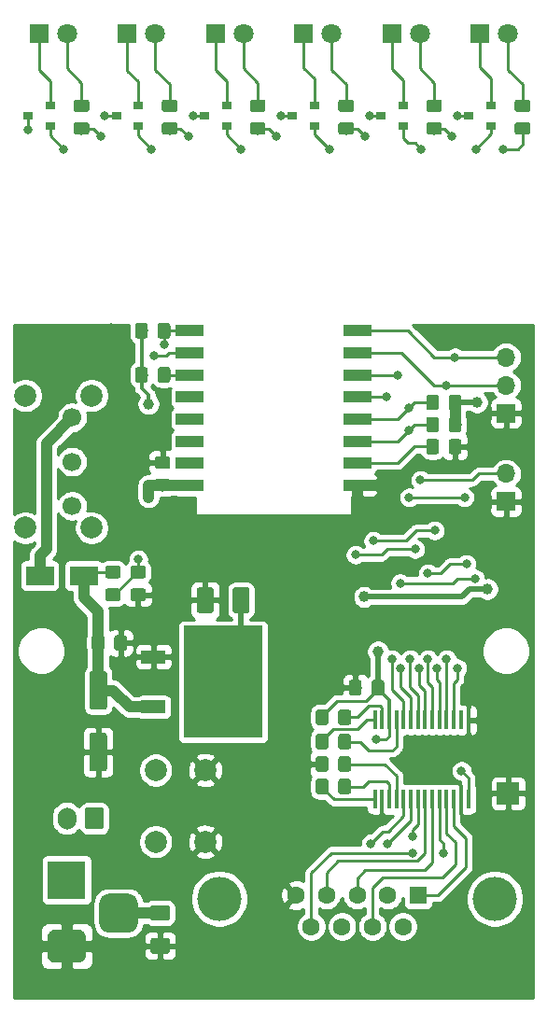
<source format=gbr>
G04 #@! TF.GenerationSoftware,KiCad,Pcbnew,(5.1.0)-1*
G04 #@! TF.CreationDate,2022-02-26T19:57:31-08:00*
G04 #@! TF.ProjectId,BITLINK_12F_R1,4249544c-494e-44b5-9f31-32465f52312e,rev?*
G04 #@! TF.SameCoordinates,PX7755c18PY8cd1ce0*
G04 #@! TF.FileFunction,Copper,L1,Top*
G04 #@! TF.FilePolarity,Positive*
%FSLAX45Y45*%
G04 Gerber Fmt 4.5, Leading zero omitted, Abs format (unit mm)*
G04 Created by KiCad (PCBNEW (5.1.0)-1) date 2022-02-26 19:57:31*
%MOMM*%
%LPD*%
G04 APERTURE LIST*
%ADD10R,7.140000X10.160000*%
%ADD11R,2.200000X1.200000*%
%ADD12R,2.500000X1.000000*%
%ADD13C,0.100000*%
%ADD14C,1.600000*%
%ADD15R,3.500000X3.500000*%
%ADD16C,3.000000*%
%ADD17C,3.500000*%
%ADD18R,0.900000X0.800000*%
%ADD19C,1.150000*%
%ADD20C,1.800000*%
%ADD21R,1.800000X1.800000*%
%ADD22C,1.700000*%
%ADD23O,1.700000X2.000000*%
%ADD24R,1.700000X1.700000*%
%ADD25O,1.700000X1.700000*%
%ADD26C,2.000000*%
%ADD27R,0.450000X1.750000*%
%ADD28C,1.425000*%
%ADD29C,1.500000*%
%ADD30R,1.600000X1.600000*%
%ADD31C,4.000000*%
%ADD32R,2.500000X1.800000*%
%ADD33R,2.000000X2.000000*%
%ADD34C,0.800000*%
%ADD35C,1.000000*%
%ADD36C,0.350000*%
%ADD37C,0.250000*%
%ADD38C,0.500000*%
%ADD39C,1.000000*%
%ADD40C,0.254000*%
G04 APERTURE END LIST*
D10*
X1954480Y2932020D03*
D11*
X1324480Y2704020D03*
X1324480Y3160020D03*
D12*
X1653000Y6116000D03*
X1653000Y5916000D03*
X1653000Y5716000D03*
X1653000Y5516000D03*
X1653000Y5316000D03*
X1653000Y5116000D03*
X1653000Y4916000D03*
X1653000Y4716000D03*
X3173000Y4716000D03*
X3173000Y4916000D03*
X3173000Y5116000D03*
X3173000Y5316000D03*
X3173000Y5516000D03*
X3173000Y5716000D03*
X3173000Y5916000D03*
X3173000Y6116000D03*
D13*
G36*
X879270Y3028880D02*
G01*
X881697Y3028520D01*
X884077Y3027923D01*
X886387Y3027097D01*
X888605Y3026048D01*
X890709Y3024787D01*
X892680Y3023325D01*
X894498Y3021678D01*
X896145Y3019860D01*
X897607Y3017889D01*
X898868Y3015785D01*
X899917Y3013567D01*
X900743Y3011257D01*
X901340Y3008877D01*
X901700Y3006450D01*
X901820Y3004000D01*
X901820Y2704000D01*
X901700Y2701550D01*
X901340Y2699123D01*
X900743Y2696743D01*
X899917Y2694433D01*
X898868Y2692215D01*
X897607Y2690111D01*
X896145Y2688140D01*
X894498Y2686322D01*
X892680Y2684675D01*
X890709Y2683213D01*
X888605Y2681952D01*
X886387Y2680903D01*
X884077Y2680077D01*
X881697Y2679480D01*
X879270Y2679120D01*
X876820Y2679000D01*
X766820Y2679000D01*
X764370Y2679120D01*
X761943Y2679480D01*
X759563Y2680077D01*
X757253Y2680903D01*
X755035Y2681952D01*
X752931Y2683213D01*
X750960Y2684675D01*
X749142Y2686322D01*
X747495Y2688140D01*
X746033Y2690111D01*
X744772Y2692215D01*
X743723Y2694433D01*
X742896Y2696743D01*
X742300Y2699123D01*
X741940Y2701550D01*
X741820Y2704000D01*
X741820Y3004000D01*
X741940Y3006450D01*
X742300Y3008877D01*
X742896Y3011257D01*
X743723Y3013567D01*
X744772Y3015785D01*
X746033Y3017889D01*
X747495Y3019860D01*
X749142Y3021678D01*
X750960Y3023325D01*
X752931Y3024787D01*
X755035Y3026048D01*
X757253Y3027097D01*
X759563Y3027923D01*
X761943Y3028520D01*
X764370Y3028880D01*
X766820Y3029000D01*
X876820Y3029000D01*
X879270Y3028880D01*
X879270Y3028880D01*
G37*
D14*
X821820Y2854000D03*
D13*
G36*
X879270Y2468880D02*
G01*
X881697Y2468520D01*
X884077Y2467924D01*
X886387Y2467097D01*
X888605Y2466048D01*
X890709Y2464787D01*
X892680Y2463325D01*
X894498Y2461678D01*
X896145Y2459860D01*
X897607Y2457889D01*
X898868Y2455785D01*
X899917Y2453567D01*
X900743Y2451257D01*
X901340Y2448877D01*
X901700Y2446450D01*
X901820Y2444000D01*
X901820Y2144000D01*
X901700Y2141550D01*
X901340Y2139123D01*
X900743Y2136743D01*
X899917Y2134433D01*
X898868Y2132215D01*
X897607Y2130111D01*
X896145Y2128140D01*
X894498Y2126322D01*
X892680Y2124675D01*
X890709Y2123213D01*
X888605Y2121952D01*
X886387Y2120903D01*
X884077Y2120077D01*
X881697Y2119480D01*
X879270Y2119120D01*
X876820Y2119000D01*
X766820Y2119000D01*
X764370Y2119120D01*
X761943Y2119480D01*
X759563Y2120077D01*
X757253Y2120903D01*
X755035Y2121952D01*
X752931Y2123213D01*
X750960Y2124675D01*
X749142Y2126322D01*
X747495Y2128140D01*
X746033Y2130111D01*
X744772Y2132215D01*
X743723Y2134433D01*
X742896Y2136743D01*
X742300Y2139123D01*
X741940Y2141550D01*
X741820Y2144000D01*
X741820Y2444000D01*
X741940Y2446450D01*
X742300Y2448877D01*
X742896Y2451257D01*
X743723Y2453567D01*
X744772Y2455785D01*
X746033Y2457889D01*
X747495Y2459860D01*
X749142Y2461678D01*
X750960Y2463325D01*
X752931Y2464787D01*
X755035Y2466048D01*
X757253Y2467097D01*
X759563Y2467924D01*
X761943Y2468520D01*
X764370Y2468880D01*
X766820Y2469000D01*
X876820Y2469000D01*
X879270Y2468880D01*
X879270Y2468880D01*
G37*
D14*
X821820Y2294000D03*
D15*
X536820Y1135520D03*
D13*
G36*
X644171Y685159D02*
G01*
X651452Y684079D01*
X658591Y682291D01*
X665521Y679811D01*
X672175Y676664D01*
X678488Y672880D01*
X684400Y668496D01*
X689853Y663553D01*
X694796Y658100D01*
X699180Y652188D01*
X702964Y645875D01*
X706111Y639221D01*
X708590Y632291D01*
X710379Y625152D01*
X711459Y617871D01*
X711820Y610520D01*
X711820Y460520D01*
X711459Y453169D01*
X710379Y445888D01*
X708590Y438749D01*
X706111Y431819D01*
X702964Y425165D01*
X699180Y418852D01*
X694796Y412940D01*
X689853Y407487D01*
X684400Y402544D01*
X678488Y398160D01*
X672175Y394376D01*
X665521Y391229D01*
X658591Y388749D01*
X651452Y386961D01*
X644171Y385881D01*
X636820Y385520D01*
X436820Y385520D01*
X429469Y385881D01*
X422188Y386961D01*
X415049Y388749D01*
X408119Y391229D01*
X401465Y394376D01*
X395152Y398160D01*
X389240Y402544D01*
X383787Y407487D01*
X378844Y412940D01*
X374460Y418852D01*
X370676Y425165D01*
X367529Y431819D01*
X365049Y438749D01*
X363261Y445888D01*
X362181Y453169D01*
X361820Y460520D01*
X361820Y610520D01*
X362181Y617871D01*
X363261Y625152D01*
X365049Y632291D01*
X367529Y639221D01*
X370676Y645875D01*
X374460Y652188D01*
X378844Y658100D01*
X383787Y663553D01*
X389240Y668496D01*
X395152Y672880D01*
X401465Y676664D01*
X408119Y679811D01*
X415049Y682291D01*
X422188Y684079D01*
X429469Y685159D01*
X436820Y685520D01*
X636820Y685520D01*
X644171Y685159D01*
X644171Y685159D01*
G37*
D16*
X536820Y535520D03*
D13*
G36*
X1102897Y1010099D02*
G01*
X1111390Y1008839D01*
X1119720Y1006752D01*
X1127805Y1003859D01*
X1135567Y1000188D01*
X1142932Y995774D01*
X1149829Y990658D01*
X1156192Y984892D01*
X1161958Y978529D01*
X1167074Y971632D01*
X1171488Y964267D01*
X1175160Y956505D01*
X1178052Y948420D01*
X1180139Y940090D01*
X1181399Y931596D01*
X1181820Y923020D01*
X1181820Y748020D01*
X1181399Y739443D01*
X1180139Y730950D01*
X1178052Y722620D01*
X1175160Y714535D01*
X1171488Y706773D01*
X1167074Y699408D01*
X1161958Y692511D01*
X1156192Y686148D01*
X1149829Y680382D01*
X1142932Y675266D01*
X1135567Y670852D01*
X1127805Y667181D01*
X1119720Y664288D01*
X1111390Y662201D01*
X1102897Y660941D01*
X1094320Y660520D01*
X919320Y660520D01*
X910743Y660941D01*
X902250Y662201D01*
X893920Y664288D01*
X885835Y667181D01*
X878073Y670852D01*
X870708Y675266D01*
X863811Y680382D01*
X857448Y686148D01*
X851682Y692511D01*
X846566Y699408D01*
X842152Y706773D01*
X838480Y714535D01*
X835588Y722620D01*
X833501Y730950D01*
X832241Y739443D01*
X831820Y748020D01*
X831820Y923020D01*
X832241Y931596D01*
X833501Y940090D01*
X835588Y948420D01*
X838480Y956505D01*
X842152Y964267D01*
X846566Y971632D01*
X851682Y978529D01*
X857448Y984892D01*
X863811Y990658D01*
X870708Y995774D01*
X878073Y1000188D01*
X885835Y1003859D01*
X893920Y1006752D01*
X902250Y1008839D01*
X910743Y1010099D01*
X919320Y1010520D01*
X1094320Y1010520D01*
X1102897Y1010099D01*
X1102897Y1010099D01*
G37*
D17*
X1006820Y835520D03*
D18*
X4186000Y8066000D03*
X4386000Y8161000D03*
X4386000Y7971000D03*
D13*
G36*
X2887870Y2053330D02*
G01*
X2890297Y2052970D01*
X2892677Y2052373D01*
X2894987Y2051547D01*
X2897205Y2050498D01*
X2899309Y2049237D01*
X2901280Y2047775D01*
X2903098Y2046128D01*
X2904745Y2044310D01*
X2906207Y2042339D01*
X2907468Y2040235D01*
X2908517Y2038017D01*
X2909343Y2035707D01*
X2909940Y2033327D01*
X2910300Y2030900D01*
X2910420Y2028450D01*
X2910420Y1938450D01*
X2910300Y1935999D01*
X2909940Y1933573D01*
X2909343Y1931193D01*
X2908517Y1928883D01*
X2907468Y1926665D01*
X2906207Y1924561D01*
X2904745Y1922590D01*
X2903098Y1920772D01*
X2901280Y1919125D01*
X2899309Y1917663D01*
X2897205Y1916402D01*
X2894987Y1915353D01*
X2892677Y1914526D01*
X2890297Y1913930D01*
X2887870Y1913570D01*
X2885420Y1913450D01*
X2820420Y1913450D01*
X2817969Y1913570D01*
X2815543Y1913930D01*
X2813163Y1914526D01*
X2810853Y1915353D01*
X2808635Y1916402D01*
X2806531Y1917663D01*
X2804560Y1919125D01*
X2802742Y1920772D01*
X2801095Y1922590D01*
X2799633Y1924561D01*
X2798372Y1926665D01*
X2797323Y1928883D01*
X2796496Y1931193D01*
X2795900Y1933573D01*
X2795540Y1935999D01*
X2795420Y1938450D01*
X2795420Y2028450D01*
X2795540Y2030900D01*
X2795900Y2033327D01*
X2796496Y2035707D01*
X2797323Y2038017D01*
X2798372Y2040235D01*
X2799633Y2042339D01*
X2801095Y2044310D01*
X2802742Y2046128D01*
X2804560Y2047775D01*
X2806531Y2049237D01*
X2808635Y2050498D01*
X2810853Y2051547D01*
X2813163Y2052373D01*
X2815543Y2052970D01*
X2817969Y2053330D01*
X2820420Y2053450D01*
X2885420Y2053450D01*
X2887870Y2053330D01*
X2887870Y2053330D01*
G37*
D19*
X2852920Y1983450D03*
D13*
G36*
X3092870Y2053330D02*
G01*
X3095297Y2052970D01*
X3097677Y2052373D01*
X3099987Y2051547D01*
X3102205Y2050498D01*
X3104309Y2049237D01*
X3106280Y2047775D01*
X3108098Y2046128D01*
X3109745Y2044310D01*
X3111207Y2042339D01*
X3112468Y2040235D01*
X3113517Y2038017D01*
X3114343Y2035707D01*
X3114940Y2033327D01*
X3115300Y2030900D01*
X3115420Y2028450D01*
X3115420Y1938450D01*
X3115300Y1935999D01*
X3114940Y1933573D01*
X3114343Y1931193D01*
X3113517Y1928883D01*
X3112468Y1926665D01*
X3111207Y1924561D01*
X3109745Y1922590D01*
X3108098Y1920772D01*
X3106280Y1919125D01*
X3104309Y1917663D01*
X3102205Y1916402D01*
X3099987Y1915353D01*
X3097677Y1914526D01*
X3095297Y1913930D01*
X3092870Y1913570D01*
X3090420Y1913450D01*
X3025420Y1913450D01*
X3022969Y1913570D01*
X3020543Y1913930D01*
X3018163Y1914526D01*
X3015853Y1915353D01*
X3013635Y1916402D01*
X3011531Y1917663D01*
X3009560Y1919125D01*
X3007742Y1920772D01*
X3006095Y1922590D01*
X3004633Y1924561D01*
X3003372Y1926665D01*
X3002323Y1928883D01*
X3001496Y1931193D01*
X3000900Y1933573D01*
X3000540Y1935999D01*
X3000420Y1938450D01*
X3000420Y2028450D01*
X3000540Y2030900D01*
X3000900Y2033327D01*
X3001496Y2035707D01*
X3002323Y2038017D01*
X3003372Y2040235D01*
X3004633Y2042339D01*
X3006095Y2044310D01*
X3007742Y2046128D01*
X3009560Y2047775D01*
X3011531Y2049237D01*
X3013635Y2050498D01*
X3015853Y2051547D01*
X3018163Y2052373D01*
X3020543Y2052970D01*
X3022969Y2053330D01*
X3025420Y2053450D01*
X3090420Y2053450D01*
X3092870Y2053330D01*
X3092870Y2053330D01*
G37*
D19*
X3057920Y1983450D03*
D13*
G36*
X855870Y3355080D02*
G01*
X858297Y3354720D01*
X860677Y3354123D01*
X862987Y3353297D01*
X865205Y3352248D01*
X867309Y3350987D01*
X869280Y3349525D01*
X871098Y3347878D01*
X872745Y3346060D01*
X874207Y3344089D01*
X875468Y3341985D01*
X876517Y3339767D01*
X877343Y3337457D01*
X877940Y3335077D01*
X878300Y3332650D01*
X878420Y3330200D01*
X878420Y3240200D01*
X878300Y3237749D01*
X877940Y3235323D01*
X877343Y3232943D01*
X876517Y3230633D01*
X875468Y3228415D01*
X874207Y3226311D01*
X872745Y3224340D01*
X871098Y3222522D01*
X869280Y3220875D01*
X867309Y3219413D01*
X865205Y3218152D01*
X862987Y3217103D01*
X860677Y3216276D01*
X858297Y3215680D01*
X855870Y3215320D01*
X853420Y3215200D01*
X788420Y3215200D01*
X785969Y3215320D01*
X783543Y3215680D01*
X781163Y3216276D01*
X778853Y3217103D01*
X776635Y3218152D01*
X774531Y3219413D01*
X772560Y3220875D01*
X770742Y3222522D01*
X769095Y3224340D01*
X767633Y3226311D01*
X766372Y3228415D01*
X765323Y3230633D01*
X764496Y3232943D01*
X763900Y3235323D01*
X763540Y3237749D01*
X763420Y3240200D01*
X763420Y3330200D01*
X763540Y3332650D01*
X763900Y3335077D01*
X764496Y3337457D01*
X765323Y3339767D01*
X766372Y3341985D01*
X767633Y3344089D01*
X769095Y3346060D01*
X770742Y3347878D01*
X772560Y3349525D01*
X774531Y3350987D01*
X776635Y3352248D01*
X778853Y3353297D01*
X781163Y3354123D01*
X783543Y3354720D01*
X785969Y3355080D01*
X788420Y3355200D01*
X853420Y3355200D01*
X855870Y3355080D01*
X855870Y3355080D01*
G37*
D19*
X820920Y3285200D03*
D13*
G36*
X1060871Y3355080D02*
G01*
X1063297Y3354720D01*
X1065677Y3354123D01*
X1067987Y3353297D01*
X1070205Y3352248D01*
X1072309Y3350987D01*
X1074280Y3349525D01*
X1076098Y3347878D01*
X1077745Y3346060D01*
X1079207Y3344089D01*
X1080468Y3341985D01*
X1081517Y3339767D01*
X1082344Y3337457D01*
X1082940Y3335077D01*
X1083300Y3332650D01*
X1083420Y3330200D01*
X1083420Y3240200D01*
X1083300Y3237749D01*
X1082940Y3235323D01*
X1082344Y3232943D01*
X1081517Y3230633D01*
X1080468Y3228415D01*
X1079207Y3226311D01*
X1077745Y3224340D01*
X1076098Y3222522D01*
X1074280Y3220875D01*
X1072309Y3219413D01*
X1070205Y3218152D01*
X1067987Y3217103D01*
X1065677Y3216276D01*
X1063297Y3215680D01*
X1060871Y3215320D01*
X1058420Y3215200D01*
X993420Y3215200D01*
X990969Y3215320D01*
X988543Y3215680D01*
X986163Y3216276D01*
X983853Y3217103D01*
X981635Y3218152D01*
X979531Y3219413D01*
X977560Y3220875D01*
X975742Y3222522D01*
X974095Y3224340D01*
X972633Y3226311D01*
X971372Y3228415D01*
X970323Y3230633D01*
X969496Y3232943D01*
X968900Y3235323D01*
X968540Y3237749D01*
X968420Y3240200D01*
X968420Y3330200D01*
X968540Y3332650D01*
X968900Y3335077D01*
X969496Y3337457D01*
X970323Y3339767D01*
X971372Y3341985D01*
X972633Y3344089D01*
X974095Y3346060D01*
X975742Y3347878D01*
X977560Y3349525D01*
X979531Y3350987D01*
X981635Y3352248D01*
X983853Y3353297D01*
X986163Y3354123D01*
X988543Y3354720D01*
X990969Y3355080D01*
X993420Y3355200D01*
X1058420Y3355200D01*
X1060871Y3355080D01*
X1060871Y3355080D01*
G37*
D19*
X1025920Y3285200D03*
D13*
G36*
X3092870Y2459730D02*
G01*
X3095297Y2459370D01*
X3097677Y2458774D01*
X3099987Y2457947D01*
X3102205Y2456898D01*
X3104309Y2455637D01*
X3106280Y2454175D01*
X3108098Y2452528D01*
X3109745Y2450710D01*
X3111207Y2448739D01*
X3112468Y2446635D01*
X3113517Y2444417D01*
X3114343Y2442107D01*
X3114940Y2439727D01*
X3115300Y2437301D01*
X3115420Y2434850D01*
X3115420Y2344850D01*
X3115300Y2342400D01*
X3114940Y2339973D01*
X3114343Y2337593D01*
X3113517Y2335283D01*
X3112468Y2333065D01*
X3111207Y2330961D01*
X3109745Y2328990D01*
X3108098Y2327172D01*
X3106280Y2325525D01*
X3104309Y2324063D01*
X3102205Y2322802D01*
X3099987Y2321753D01*
X3097677Y2320927D01*
X3095297Y2320330D01*
X3092870Y2319970D01*
X3090420Y2319850D01*
X3025420Y2319850D01*
X3022969Y2319970D01*
X3020543Y2320330D01*
X3018163Y2320927D01*
X3015853Y2321753D01*
X3013635Y2322802D01*
X3011531Y2324063D01*
X3009560Y2325525D01*
X3007742Y2327172D01*
X3006095Y2328990D01*
X3004633Y2330961D01*
X3003372Y2333065D01*
X3002323Y2335283D01*
X3001496Y2337593D01*
X3000900Y2339973D01*
X3000540Y2342400D01*
X3000420Y2344850D01*
X3000420Y2434850D01*
X3000540Y2437301D01*
X3000900Y2439727D01*
X3001496Y2442107D01*
X3002323Y2444417D01*
X3003372Y2446635D01*
X3004633Y2448739D01*
X3006095Y2450710D01*
X3007742Y2452528D01*
X3009560Y2454175D01*
X3011531Y2455637D01*
X3013635Y2456898D01*
X3015853Y2457947D01*
X3018163Y2458774D01*
X3020543Y2459370D01*
X3022969Y2459730D01*
X3025420Y2459850D01*
X3090420Y2459850D01*
X3092870Y2459730D01*
X3092870Y2459730D01*
G37*
D19*
X3057920Y2389850D03*
D13*
G36*
X2887870Y2459730D02*
G01*
X2890297Y2459370D01*
X2892677Y2458774D01*
X2894987Y2457947D01*
X2897205Y2456898D01*
X2899309Y2455637D01*
X2901280Y2454175D01*
X2903098Y2452528D01*
X2904745Y2450710D01*
X2906207Y2448739D01*
X2907468Y2446635D01*
X2908517Y2444417D01*
X2909343Y2442107D01*
X2909940Y2439727D01*
X2910300Y2437301D01*
X2910420Y2434850D01*
X2910420Y2344850D01*
X2910300Y2342400D01*
X2909940Y2339973D01*
X2909343Y2337593D01*
X2908517Y2335283D01*
X2907468Y2333065D01*
X2906207Y2330961D01*
X2904745Y2328990D01*
X2903098Y2327172D01*
X2901280Y2325525D01*
X2899309Y2324063D01*
X2897205Y2322802D01*
X2894987Y2321753D01*
X2892677Y2320927D01*
X2890297Y2320330D01*
X2887870Y2319970D01*
X2885420Y2319850D01*
X2820420Y2319850D01*
X2817969Y2319970D01*
X2815543Y2320330D01*
X2813163Y2320927D01*
X2810853Y2321753D01*
X2808635Y2322802D01*
X2806531Y2324063D01*
X2804560Y2325525D01*
X2802742Y2327172D01*
X2801095Y2328990D01*
X2799633Y2330961D01*
X2798372Y2333065D01*
X2797323Y2335283D01*
X2796496Y2337593D01*
X2795900Y2339973D01*
X2795540Y2342400D01*
X2795420Y2344850D01*
X2795420Y2434850D01*
X2795540Y2437301D01*
X2795900Y2439727D01*
X2796496Y2442107D01*
X2797323Y2444417D01*
X2798372Y2446635D01*
X2799633Y2448739D01*
X2801095Y2450710D01*
X2802742Y2452528D01*
X2804560Y2454175D01*
X2806531Y2455637D01*
X2808635Y2456898D01*
X2810853Y2457947D01*
X2813163Y2458774D01*
X2815543Y2459370D01*
X2817969Y2459730D01*
X2820420Y2459850D01*
X2885420Y2459850D01*
X2887870Y2459730D01*
X2887870Y2459730D01*
G37*
D19*
X2852920Y2389850D03*
D13*
G36*
X3092870Y2681030D02*
G01*
X3095297Y2680670D01*
X3097677Y2680074D01*
X3099987Y2679247D01*
X3102205Y2678198D01*
X3104309Y2676937D01*
X3106280Y2675475D01*
X3108098Y2673828D01*
X3109745Y2672010D01*
X3111207Y2670039D01*
X3112468Y2667935D01*
X3113517Y2665717D01*
X3114343Y2663407D01*
X3114940Y2661027D01*
X3115300Y2658601D01*
X3115420Y2656150D01*
X3115420Y2566150D01*
X3115300Y2563700D01*
X3114940Y2561273D01*
X3114343Y2558893D01*
X3113517Y2556583D01*
X3112468Y2554365D01*
X3111207Y2552261D01*
X3109745Y2550290D01*
X3108098Y2548472D01*
X3106280Y2546825D01*
X3104309Y2545363D01*
X3102205Y2544102D01*
X3099987Y2543053D01*
X3097677Y2542227D01*
X3095297Y2541630D01*
X3092870Y2541270D01*
X3090420Y2541150D01*
X3025420Y2541150D01*
X3022969Y2541270D01*
X3020543Y2541630D01*
X3018163Y2542227D01*
X3015853Y2543053D01*
X3013635Y2544102D01*
X3011531Y2545363D01*
X3009560Y2546825D01*
X3007742Y2548472D01*
X3006095Y2550290D01*
X3004633Y2552261D01*
X3003372Y2554365D01*
X3002323Y2556583D01*
X3001496Y2558893D01*
X3000900Y2561273D01*
X3000540Y2563700D01*
X3000420Y2566150D01*
X3000420Y2656150D01*
X3000540Y2658601D01*
X3000900Y2661027D01*
X3001496Y2663407D01*
X3002323Y2665717D01*
X3003372Y2667935D01*
X3004633Y2670039D01*
X3006095Y2672010D01*
X3007742Y2673828D01*
X3009560Y2675475D01*
X3011531Y2676937D01*
X3013635Y2678198D01*
X3015853Y2679247D01*
X3018163Y2680074D01*
X3020543Y2680670D01*
X3022969Y2681030D01*
X3025420Y2681150D01*
X3090420Y2681150D01*
X3092870Y2681030D01*
X3092870Y2681030D01*
G37*
D19*
X3057920Y2611150D03*
D13*
G36*
X2887870Y2681030D02*
G01*
X2890297Y2680670D01*
X2892677Y2680074D01*
X2894987Y2679247D01*
X2897205Y2678198D01*
X2899309Y2676937D01*
X2901280Y2675475D01*
X2903098Y2673828D01*
X2904745Y2672010D01*
X2906207Y2670039D01*
X2907468Y2667935D01*
X2908517Y2665717D01*
X2909343Y2663407D01*
X2909940Y2661027D01*
X2910300Y2658601D01*
X2910420Y2656150D01*
X2910420Y2566150D01*
X2910300Y2563700D01*
X2909940Y2561273D01*
X2909343Y2558893D01*
X2908517Y2556583D01*
X2907468Y2554365D01*
X2906207Y2552261D01*
X2904745Y2550290D01*
X2903098Y2548472D01*
X2901280Y2546825D01*
X2899309Y2545363D01*
X2897205Y2544102D01*
X2894987Y2543053D01*
X2892677Y2542227D01*
X2890297Y2541630D01*
X2887870Y2541270D01*
X2885420Y2541150D01*
X2820420Y2541150D01*
X2817969Y2541270D01*
X2815543Y2541630D01*
X2813163Y2542227D01*
X2810853Y2543053D01*
X2808635Y2544102D01*
X2806531Y2545363D01*
X2804560Y2546825D01*
X2802742Y2548472D01*
X2801095Y2550290D01*
X2799633Y2552261D01*
X2798372Y2554365D01*
X2797323Y2556583D01*
X2796496Y2558893D01*
X2795900Y2561273D01*
X2795540Y2563700D01*
X2795420Y2566150D01*
X2795420Y2656150D01*
X2795540Y2658601D01*
X2795900Y2661027D01*
X2796496Y2663407D01*
X2797323Y2665717D01*
X2798372Y2667935D01*
X2799633Y2670039D01*
X2801095Y2672010D01*
X2802742Y2673828D01*
X2804560Y2675475D01*
X2806531Y2676937D01*
X2808635Y2678198D01*
X2810853Y2679247D01*
X2813163Y2680074D01*
X2815543Y2680670D01*
X2817969Y2681030D01*
X2820420Y2681150D01*
X2885420Y2681150D01*
X2887870Y2681030D01*
X2887870Y2681030D01*
G37*
D19*
X2852920Y2611150D03*
D13*
G36*
X3092870Y2256530D02*
G01*
X3095297Y2256170D01*
X3097677Y2255574D01*
X3099987Y2254747D01*
X3102205Y2253698D01*
X3104309Y2252437D01*
X3106280Y2250975D01*
X3108098Y2249328D01*
X3109745Y2247510D01*
X3111207Y2245539D01*
X3112468Y2243435D01*
X3113517Y2241217D01*
X3114343Y2238907D01*
X3114940Y2236527D01*
X3115300Y2234101D01*
X3115420Y2231650D01*
X3115420Y2141650D01*
X3115300Y2139200D01*
X3114940Y2136773D01*
X3114343Y2134393D01*
X3113517Y2132083D01*
X3112468Y2129865D01*
X3111207Y2127761D01*
X3109745Y2125790D01*
X3108098Y2123972D01*
X3106280Y2122325D01*
X3104309Y2120863D01*
X3102205Y2119602D01*
X3099987Y2118553D01*
X3097677Y2117727D01*
X3095297Y2117130D01*
X3092870Y2116770D01*
X3090420Y2116650D01*
X3025420Y2116650D01*
X3022969Y2116770D01*
X3020543Y2117130D01*
X3018163Y2117727D01*
X3015853Y2118553D01*
X3013635Y2119602D01*
X3011531Y2120863D01*
X3009560Y2122325D01*
X3007742Y2123972D01*
X3006095Y2125790D01*
X3004633Y2127761D01*
X3003372Y2129865D01*
X3002323Y2132083D01*
X3001496Y2134393D01*
X3000900Y2136773D01*
X3000540Y2139200D01*
X3000420Y2141650D01*
X3000420Y2231650D01*
X3000540Y2234101D01*
X3000900Y2236527D01*
X3001496Y2238907D01*
X3002323Y2241217D01*
X3003372Y2243435D01*
X3004633Y2245539D01*
X3006095Y2247510D01*
X3007742Y2249328D01*
X3009560Y2250975D01*
X3011531Y2252437D01*
X3013635Y2253698D01*
X3015853Y2254747D01*
X3018163Y2255574D01*
X3020543Y2256170D01*
X3022969Y2256530D01*
X3025420Y2256650D01*
X3090420Y2256650D01*
X3092870Y2256530D01*
X3092870Y2256530D01*
G37*
D19*
X3057920Y2186650D03*
D13*
G36*
X2887870Y2256530D02*
G01*
X2890297Y2256170D01*
X2892677Y2255574D01*
X2894987Y2254747D01*
X2897205Y2253698D01*
X2899309Y2252437D01*
X2901280Y2250975D01*
X2903098Y2249328D01*
X2904745Y2247510D01*
X2906207Y2245539D01*
X2907468Y2243435D01*
X2908517Y2241217D01*
X2909343Y2238907D01*
X2909940Y2236527D01*
X2910300Y2234101D01*
X2910420Y2231650D01*
X2910420Y2141650D01*
X2910300Y2139200D01*
X2909940Y2136773D01*
X2909343Y2134393D01*
X2908517Y2132083D01*
X2907468Y2129865D01*
X2906207Y2127761D01*
X2904745Y2125790D01*
X2903098Y2123972D01*
X2901280Y2122325D01*
X2899309Y2120863D01*
X2897205Y2119602D01*
X2894987Y2118553D01*
X2892677Y2117727D01*
X2890297Y2117130D01*
X2887870Y2116770D01*
X2885420Y2116650D01*
X2820420Y2116650D01*
X2817969Y2116770D01*
X2815543Y2117130D01*
X2813163Y2117727D01*
X2810853Y2118553D01*
X2808635Y2119602D01*
X2806531Y2120863D01*
X2804560Y2122325D01*
X2802742Y2123972D01*
X2801095Y2125790D01*
X2799633Y2127761D01*
X2798372Y2129865D01*
X2797323Y2132083D01*
X2796496Y2134393D01*
X2795900Y2136773D01*
X2795540Y2139200D01*
X2795420Y2141650D01*
X2795420Y2231650D01*
X2795540Y2234101D01*
X2795900Y2236527D01*
X2796496Y2238907D01*
X2797323Y2241217D01*
X2798372Y2243435D01*
X2799633Y2245539D01*
X2801095Y2247510D01*
X2802742Y2249328D01*
X2804560Y2250975D01*
X2806531Y2252437D01*
X2808635Y2253698D01*
X2810853Y2254747D01*
X2813163Y2255574D01*
X2815543Y2256170D01*
X2817969Y2256530D01*
X2820420Y2256650D01*
X2885420Y2256650D01*
X2887870Y2256530D01*
X2887870Y2256530D01*
G37*
D19*
X2852920Y2186650D03*
D20*
X4540000Y8808400D03*
D21*
X4286000Y8808400D03*
X3486000Y8808400D03*
D20*
X3740000Y8808400D03*
X2940000Y8808400D03*
D21*
X2686000Y8808400D03*
D20*
X2140000Y8808400D03*
D21*
X1886000Y8808400D03*
X1086000Y8808400D03*
D20*
X1340000Y8808400D03*
D21*
X286000Y8808400D03*
D20*
X540000Y8808400D03*
D13*
G36*
X849790Y1794240D02*
G01*
X852217Y1793880D01*
X854597Y1793283D01*
X856907Y1792457D01*
X859125Y1791408D01*
X861229Y1790147D01*
X863200Y1788685D01*
X865018Y1787038D01*
X866665Y1785220D01*
X868127Y1783249D01*
X869388Y1781145D01*
X870437Y1778927D01*
X871263Y1776617D01*
X871860Y1774237D01*
X872220Y1771810D01*
X872340Y1769360D01*
X872340Y1619360D01*
X872220Y1616910D01*
X871860Y1614483D01*
X871263Y1612103D01*
X870437Y1609793D01*
X869388Y1607575D01*
X868127Y1605471D01*
X866665Y1603500D01*
X865018Y1601682D01*
X863200Y1600035D01*
X861229Y1598573D01*
X859125Y1597312D01*
X856907Y1596263D01*
X854597Y1595436D01*
X852217Y1594840D01*
X849790Y1594480D01*
X847340Y1594360D01*
X727340Y1594360D01*
X724890Y1594480D01*
X722463Y1594840D01*
X720083Y1595436D01*
X717773Y1596263D01*
X715555Y1597312D01*
X713451Y1598573D01*
X711480Y1600035D01*
X709662Y1601682D01*
X708015Y1603500D01*
X706553Y1605471D01*
X705292Y1607575D01*
X704243Y1609793D01*
X703416Y1612103D01*
X702820Y1614483D01*
X702460Y1616910D01*
X702340Y1619360D01*
X702340Y1769360D01*
X702460Y1771810D01*
X702820Y1774237D01*
X703416Y1776617D01*
X704243Y1778927D01*
X705292Y1781145D01*
X706553Y1783249D01*
X708015Y1785220D01*
X709662Y1787038D01*
X711480Y1788685D01*
X713451Y1790147D01*
X715555Y1791408D01*
X717773Y1792457D01*
X720083Y1793283D01*
X722463Y1793880D01*
X724890Y1794240D01*
X727340Y1794360D01*
X847340Y1794360D01*
X849790Y1794240D01*
X849790Y1794240D01*
G37*
D22*
X787340Y1694360D03*
D23*
X537340Y1694360D03*
D24*
X4521200Y4566000D03*
D25*
X4521200Y4820000D03*
D24*
X4521200Y5368000D03*
D25*
X4521200Y5622000D03*
X4521200Y5876000D03*
D18*
X3586000Y7971000D03*
X3586000Y8161000D03*
X3386000Y8066000D03*
X2586000Y8066000D03*
X2786000Y8161000D03*
X2786000Y7971000D03*
X1786000Y8066000D03*
X1986000Y8161000D03*
X1986000Y7971000D03*
X1186000Y7971000D03*
X1186000Y8161000D03*
X986000Y8066000D03*
X386000Y7971000D03*
X386000Y8161000D03*
X186000Y8066000D03*
D13*
G36*
X1454570Y6185910D02*
G01*
X1456997Y6185550D01*
X1459377Y6184953D01*
X1461687Y6184127D01*
X1463905Y6183078D01*
X1466009Y6181817D01*
X1467980Y6180355D01*
X1469798Y6178708D01*
X1471445Y6176890D01*
X1472907Y6174919D01*
X1474168Y6172815D01*
X1475217Y6170597D01*
X1476043Y6168287D01*
X1476640Y6165907D01*
X1477000Y6163480D01*
X1477120Y6161030D01*
X1477120Y6071030D01*
X1477000Y6068579D01*
X1476640Y6066153D01*
X1476043Y6063773D01*
X1475217Y6061463D01*
X1474168Y6059245D01*
X1472907Y6057141D01*
X1471445Y6055170D01*
X1469798Y6053352D01*
X1467980Y6051705D01*
X1466009Y6050243D01*
X1463905Y6048982D01*
X1461687Y6047933D01*
X1459377Y6047106D01*
X1456997Y6046510D01*
X1454570Y6046150D01*
X1452120Y6046030D01*
X1387120Y6046030D01*
X1384670Y6046150D01*
X1382243Y6046510D01*
X1379863Y6047106D01*
X1377553Y6047933D01*
X1375335Y6048982D01*
X1373231Y6050243D01*
X1371260Y6051705D01*
X1369442Y6053352D01*
X1367795Y6055170D01*
X1366333Y6057141D01*
X1365072Y6059245D01*
X1364023Y6061463D01*
X1363197Y6063773D01*
X1362600Y6066153D01*
X1362240Y6068579D01*
X1362120Y6071030D01*
X1362120Y6161030D01*
X1362240Y6163480D01*
X1362600Y6165907D01*
X1363197Y6168287D01*
X1364023Y6170597D01*
X1365072Y6172815D01*
X1366333Y6174919D01*
X1367795Y6176890D01*
X1369442Y6178708D01*
X1371260Y6180355D01*
X1373231Y6181817D01*
X1375335Y6183078D01*
X1377553Y6184127D01*
X1379863Y6184953D01*
X1382243Y6185550D01*
X1384670Y6185910D01*
X1387120Y6186030D01*
X1452120Y6186030D01*
X1454570Y6185910D01*
X1454570Y6185910D01*
G37*
D19*
X1419620Y6116030D03*
D13*
G36*
X1249571Y6185910D02*
G01*
X1251997Y6185550D01*
X1254377Y6184953D01*
X1256687Y6184127D01*
X1258905Y6183078D01*
X1261009Y6181817D01*
X1262980Y6180355D01*
X1264798Y6178708D01*
X1266445Y6176890D01*
X1267907Y6174919D01*
X1269168Y6172815D01*
X1270217Y6170597D01*
X1271044Y6168287D01*
X1271640Y6165907D01*
X1272000Y6163480D01*
X1272120Y6161030D01*
X1272120Y6071030D01*
X1272000Y6068579D01*
X1271640Y6066153D01*
X1271044Y6063773D01*
X1270217Y6061463D01*
X1269168Y6059245D01*
X1267907Y6057141D01*
X1266445Y6055170D01*
X1264798Y6053352D01*
X1262980Y6051705D01*
X1261009Y6050243D01*
X1258905Y6048982D01*
X1256687Y6047933D01*
X1254377Y6047106D01*
X1251997Y6046510D01*
X1249571Y6046150D01*
X1247120Y6046030D01*
X1182120Y6046030D01*
X1179670Y6046150D01*
X1177243Y6046510D01*
X1174863Y6047106D01*
X1172553Y6047933D01*
X1170335Y6048982D01*
X1168231Y6050243D01*
X1166260Y6051705D01*
X1164442Y6053352D01*
X1162795Y6055170D01*
X1161333Y6057141D01*
X1160072Y6059245D01*
X1159023Y6061463D01*
X1158197Y6063773D01*
X1157600Y6066153D01*
X1157240Y6068579D01*
X1157120Y6071030D01*
X1157120Y6161030D01*
X1157240Y6163480D01*
X1157600Y6165907D01*
X1158197Y6168287D01*
X1159023Y6170597D01*
X1160072Y6172815D01*
X1161333Y6174919D01*
X1162795Y6176890D01*
X1164442Y6178708D01*
X1166260Y6180355D01*
X1168231Y6181817D01*
X1170335Y6183078D01*
X1172553Y6184127D01*
X1174863Y6184953D01*
X1177243Y6185550D01*
X1179670Y6185910D01*
X1182120Y6186030D01*
X1247120Y6186030D01*
X1249571Y6185910D01*
X1249571Y6185910D01*
G37*
D19*
X1214620Y6116030D03*
D13*
G36*
X1249571Y5787130D02*
G01*
X1251997Y5786770D01*
X1254377Y5786173D01*
X1256687Y5785347D01*
X1258905Y5784298D01*
X1261009Y5783037D01*
X1262980Y5781575D01*
X1264798Y5779928D01*
X1266445Y5778110D01*
X1267907Y5776139D01*
X1269168Y5774035D01*
X1270217Y5771817D01*
X1271044Y5769507D01*
X1271640Y5767127D01*
X1272000Y5764700D01*
X1272120Y5762250D01*
X1272120Y5672250D01*
X1272000Y5669799D01*
X1271640Y5667373D01*
X1271044Y5664993D01*
X1270217Y5662683D01*
X1269168Y5660465D01*
X1267907Y5658361D01*
X1266445Y5656390D01*
X1264798Y5654572D01*
X1262980Y5652925D01*
X1261009Y5651463D01*
X1258905Y5650202D01*
X1256687Y5649153D01*
X1254377Y5648326D01*
X1251997Y5647730D01*
X1249571Y5647370D01*
X1247120Y5647250D01*
X1182120Y5647250D01*
X1179670Y5647370D01*
X1177243Y5647730D01*
X1174863Y5648326D01*
X1172553Y5649153D01*
X1170335Y5650202D01*
X1168231Y5651463D01*
X1166260Y5652925D01*
X1164442Y5654572D01*
X1162795Y5656390D01*
X1161333Y5658361D01*
X1160072Y5660465D01*
X1159023Y5662683D01*
X1158197Y5664993D01*
X1157600Y5667373D01*
X1157240Y5669799D01*
X1157120Y5672250D01*
X1157120Y5762250D01*
X1157240Y5764700D01*
X1157600Y5767127D01*
X1158197Y5769507D01*
X1159023Y5771817D01*
X1160072Y5774035D01*
X1161333Y5776139D01*
X1162795Y5778110D01*
X1164442Y5779928D01*
X1166260Y5781575D01*
X1168231Y5783037D01*
X1170335Y5784298D01*
X1172553Y5785347D01*
X1174863Y5786173D01*
X1177243Y5786770D01*
X1179670Y5787130D01*
X1182120Y5787250D01*
X1247120Y5787250D01*
X1249571Y5787130D01*
X1249571Y5787130D01*
G37*
D19*
X1214620Y5717250D03*
D13*
G36*
X1454570Y5787130D02*
G01*
X1456997Y5786770D01*
X1459377Y5786173D01*
X1461687Y5785347D01*
X1463905Y5784298D01*
X1466009Y5783037D01*
X1467980Y5781575D01*
X1469798Y5779928D01*
X1471445Y5778110D01*
X1472907Y5776139D01*
X1474168Y5774035D01*
X1475217Y5771817D01*
X1476043Y5769507D01*
X1476640Y5767127D01*
X1477000Y5764700D01*
X1477120Y5762250D01*
X1477120Y5672250D01*
X1477000Y5669799D01*
X1476640Y5667373D01*
X1476043Y5664993D01*
X1475217Y5662683D01*
X1474168Y5660465D01*
X1472907Y5658361D01*
X1471445Y5656390D01*
X1469798Y5654572D01*
X1467980Y5652925D01*
X1466009Y5651463D01*
X1463905Y5650202D01*
X1461687Y5649153D01*
X1459377Y5648326D01*
X1456997Y5647730D01*
X1454570Y5647370D01*
X1452120Y5647250D01*
X1387120Y5647250D01*
X1384670Y5647370D01*
X1382243Y5647730D01*
X1379863Y5648326D01*
X1377553Y5649153D01*
X1375335Y5650202D01*
X1373231Y5651463D01*
X1371260Y5652925D01*
X1369442Y5654572D01*
X1367795Y5656390D01*
X1366333Y5658361D01*
X1365072Y5660465D01*
X1364023Y5662683D01*
X1363197Y5664993D01*
X1362600Y5667373D01*
X1362240Y5669799D01*
X1362120Y5672250D01*
X1362120Y5762250D01*
X1362240Y5764700D01*
X1362600Y5767127D01*
X1363197Y5769507D01*
X1364023Y5771817D01*
X1365072Y5774035D01*
X1366333Y5776139D01*
X1367795Y5778110D01*
X1369442Y5779928D01*
X1371260Y5781575D01*
X1373231Y5783037D01*
X1375335Y5784298D01*
X1377553Y5785347D01*
X1379863Y5786173D01*
X1382243Y5786770D01*
X1384670Y5787130D01*
X1387120Y5787250D01*
X1452120Y5787250D01*
X1454570Y5787130D01*
X1454570Y5787130D01*
G37*
D19*
X1419620Y5717250D03*
D13*
G36*
X3889270Y5535880D02*
G01*
X3891697Y5535520D01*
X3894077Y5534924D01*
X3896387Y5534097D01*
X3898605Y5533048D01*
X3900709Y5531787D01*
X3902680Y5530325D01*
X3904498Y5528678D01*
X3906145Y5526860D01*
X3907607Y5524889D01*
X3908868Y5522785D01*
X3909917Y5520567D01*
X3910743Y5518257D01*
X3911340Y5515877D01*
X3911700Y5513451D01*
X3911820Y5511000D01*
X3911820Y5421000D01*
X3911700Y5418550D01*
X3911340Y5416123D01*
X3910743Y5413743D01*
X3909917Y5411433D01*
X3908868Y5409215D01*
X3907607Y5407111D01*
X3906145Y5405140D01*
X3904498Y5403322D01*
X3902680Y5401675D01*
X3900709Y5400213D01*
X3898605Y5398952D01*
X3896387Y5397903D01*
X3894077Y5397077D01*
X3891697Y5396480D01*
X3889270Y5396120D01*
X3886820Y5396000D01*
X3821820Y5396000D01*
X3819369Y5396120D01*
X3816943Y5396480D01*
X3814563Y5397077D01*
X3812253Y5397903D01*
X3810035Y5398952D01*
X3807931Y5400213D01*
X3805960Y5401675D01*
X3804142Y5403322D01*
X3802495Y5405140D01*
X3801033Y5407111D01*
X3799772Y5409215D01*
X3798723Y5411433D01*
X3797896Y5413743D01*
X3797300Y5416123D01*
X3796940Y5418550D01*
X3796820Y5421000D01*
X3796820Y5511000D01*
X3796940Y5513451D01*
X3797300Y5515877D01*
X3797896Y5518257D01*
X3798723Y5520567D01*
X3799772Y5522785D01*
X3801033Y5524889D01*
X3802495Y5526860D01*
X3804142Y5528678D01*
X3805960Y5530325D01*
X3807931Y5531787D01*
X3810035Y5533048D01*
X3812253Y5534097D01*
X3814563Y5534924D01*
X3816943Y5535520D01*
X3819369Y5535880D01*
X3821820Y5536000D01*
X3886820Y5536000D01*
X3889270Y5535880D01*
X3889270Y5535880D01*
G37*
D19*
X3854320Y5466000D03*
D13*
G36*
X4094270Y5535880D02*
G01*
X4096697Y5535520D01*
X4099077Y5534924D01*
X4101387Y5534097D01*
X4103605Y5533048D01*
X4105709Y5531787D01*
X4107680Y5530325D01*
X4109498Y5528678D01*
X4111145Y5526860D01*
X4112607Y5524889D01*
X4113868Y5522785D01*
X4114917Y5520567D01*
X4115743Y5518257D01*
X4116340Y5515877D01*
X4116700Y5513451D01*
X4116820Y5511000D01*
X4116820Y5421000D01*
X4116700Y5418550D01*
X4116340Y5416123D01*
X4115743Y5413743D01*
X4114917Y5411433D01*
X4113868Y5409215D01*
X4112607Y5407111D01*
X4111145Y5405140D01*
X4109498Y5403322D01*
X4107680Y5401675D01*
X4105709Y5400213D01*
X4103605Y5398952D01*
X4101387Y5397903D01*
X4099077Y5397077D01*
X4096697Y5396480D01*
X4094270Y5396120D01*
X4091820Y5396000D01*
X4026820Y5396000D01*
X4024369Y5396120D01*
X4021943Y5396480D01*
X4019563Y5397077D01*
X4017253Y5397903D01*
X4015035Y5398952D01*
X4012931Y5400213D01*
X4010960Y5401675D01*
X4009142Y5403322D01*
X4007495Y5405140D01*
X4006033Y5407111D01*
X4004772Y5409215D01*
X4003723Y5411433D01*
X4002896Y5413743D01*
X4002300Y5416123D01*
X4001940Y5418550D01*
X4001820Y5421000D01*
X4001820Y5511000D01*
X4001940Y5513451D01*
X4002300Y5515877D01*
X4002896Y5518257D01*
X4003723Y5520567D01*
X4004772Y5522785D01*
X4006033Y5524889D01*
X4007495Y5526860D01*
X4009142Y5528678D01*
X4010960Y5530325D01*
X4012931Y5531787D01*
X4015035Y5533048D01*
X4017253Y5534097D01*
X4019563Y5534924D01*
X4021943Y5535520D01*
X4024369Y5535880D01*
X4026820Y5536000D01*
X4091820Y5536000D01*
X4094270Y5535880D01*
X4094270Y5535880D01*
G37*
D19*
X4059320Y5466000D03*
D13*
G36*
X3889270Y5335880D02*
G01*
X3891697Y5335520D01*
X3894077Y5334924D01*
X3896387Y5334097D01*
X3898605Y5333048D01*
X3900709Y5331787D01*
X3902680Y5330325D01*
X3904498Y5328678D01*
X3906145Y5326860D01*
X3907607Y5324889D01*
X3908868Y5322785D01*
X3909917Y5320567D01*
X3910743Y5318257D01*
X3911340Y5315877D01*
X3911700Y5313451D01*
X3911820Y5311000D01*
X3911820Y5221000D01*
X3911700Y5218550D01*
X3911340Y5216123D01*
X3910743Y5213743D01*
X3909917Y5211433D01*
X3908868Y5209215D01*
X3907607Y5207111D01*
X3906145Y5205140D01*
X3904498Y5203322D01*
X3902680Y5201675D01*
X3900709Y5200213D01*
X3898605Y5198952D01*
X3896387Y5197903D01*
X3894077Y5197077D01*
X3891697Y5196480D01*
X3889270Y5196120D01*
X3886820Y5196000D01*
X3821820Y5196000D01*
X3819369Y5196120D01*
X3816943Y5196480D01*
X3814563Y5197077D01*
X3812253Y5197903D01*
X3810035Y5198952D01*
X3807931Y5200213D01*
X3805960Y5201675D01*
X3804142Y5203322D01*
X3802495Y5205140D01*
X3801033Y5207111D01*
X3799772Y5209215D01*
X3798723Y5211433D01*
X3797896Y5213743D01*
X3797300Y5216123D01*
X3796940Y5218550D01*
X3796820Y5221000D01*
X3796820Y5311000D01*
X3796940Y5313451D01*
X3797300Y5315877D01*
X3797896Y5318257D01*
X3798723Y5320567D01*
X3799772Y5322785D01*
X3801033Y5324889D01*
X3802495Y5326860D01*
X3804142Y5328678D01*
X3805960Y5330325D01*
X3807931Y5331787D01*
X3810035Y5333048D01*
X3812253Y5334097D01*
X3814563Y5334924D01*
X3816943Y5335520D01*
X3819369Y5335880D01*
X3821820Y5336000D01*
X3886820Y5336000D01*
X3889270Y5335880D01*
X3889270Y5335880D01*
G37*
D19*
X3854320Y5266000D03*
D13*
G36*
X4094270Y5335880D02*
G01*
X4096697Y5335520D01*
X4099077Y5334924D01*
X4101387Y5334097D01*
X4103605Y5333048D01*
X4105709Y5331787D01*
X4107680Y5330325D01*
X4109498Y5328678D01*
X4111145Y5326860D01*
X4112607Y5324889D01*
X4113868Y5322785D01*
X4114917Y5320567D01*
X4115743Y5318257D01*
X4116340Y5315877D01*
X4116700Y5313451D01*
X4116820Y5311000D01*
X4116820Y5221000D01*
X4116700Y5218550D01*
X4116340Y5216123D01*
X4115743Y5213743D01*
X4114917Y5211433D01*
X4113868Y5209215D01*
X4112607Y5207111D01*
X4111145Y5205140D01*
X4109498Y5203322D01*
X4107680Y5201675D01*
X4105709Y5200213D01*
X4103605Y5198952D01*
X4101387Y5197903D01*
X4099077Y5197077D01*
X4096697Y5196480D01*
X4094270Y5196120D01*
X4091820Y5196000D01*
X4026820Y5196000D01*
X4024369Y5196120D01*
X4021943Y5196480D01*
X4019563Y5197077D01*
X4017253Y5197903D01*
X4015035Y5198952D01*
X4012931Y5200213D01*
X4010960Y5201675D01*
X4009142Y5203322D01*
X4007495Y5205140D01*
X4006033Y5207111D01*
X4004772Y5209215D01*
X4003723Y5211433D01*
X4002896Y5213743D01*
X4002300Y5216123D01*
X4001940Y5218550D01*
X4001820Y5221000D01*
X4001820Y5311000D01*
X4001940Y5313451D01*
X4002300Y5315877D01*
X4002896Y5318257D01*
X4003723Y5320567D01*
X4004772Y5322785D01*
X4006033Y5324889D01*
X4007495Y5326860D01*
X4009142Y5328678D01*
X4010960Y5330325D01*
X4012931Y5331787D01*
X4015035Y5333048D01*
X4017253Y5334097D01*
X4019563Y5334924D01*
X4021943Y5335520D01*
X4024369Y5335880D01*
X4026820Y5336000D01*
X4091820Y5336000D01*
X4094270Y5335880D01*
X4094270Y5335880D01*
G37*
D19*
X4059320Y5266000D03*
D13*
G36*
X3889270Y5135880D02*
G01*
X3891697Y5135520D01*
X3894077Y5134924D01*
X3896387Y5134097D01*
X3898605Y5133048D01*
X3900709Y5131787D01*
X3902680Y5130325D01*
X3904498Y5128678D01*
X3906145Y5126860D01*
X3907607Y5124889D01*
X3908868Y5122785D01*
X3909917Y5120567D01*
X3910743Y5118257D01*
X3911340Y5115877D01*
X3911700Y5113451D01*
X3911820Y5111000D01*
X3911820Y5021000D01*
X3911700Y5018550D01*
X3911340Y5016123D01*
X3910743Y5013743D01*
X3909917Y5011433D01*
X3908868Y5009215D01*
X3907607Y5007111D01*
X3906145Y5005140D01*
X3904498Y5003322D01*
X3902680Y5001675D01*
X3900709Y5000213D01*
X3898605Y4998952D01*
X3896387Y4997903D01*
X3894077Y4997077D01*
X3891697Y4996480D01*
X3889270Y4996120D01*
X3886820Y4996000D01*
X3821820Y4996000D01*
X3819369Y4996120D01*
X3816943Y4996480D01*
X3814563Y4997077D01*
X3812253Y4997903D01*
X3810035Y4998952D01*
X3807931Y5000213D01*
X3805960Y5001675D01*
X3804142Y5003322D01*
X3802495Y5005140D01*
X3801033Y5007111D01*
X3799772Y5009215D01*
X3798723Y5011433D01*
X3797896Y5013743D01*
X3797300Y5016123D01*
X3796940Y5018550D01*
X3796820Y5021000D01*
X3796820Y5111000D01*
X3796940Y5113451D01*
X3797300Y5115877D01*
X3797896Y5118257D01*
X3798723Y5120567D01*
X3799772Y5122785D01*
X3801033Y5124889D01*
X3802495Y5126860D01*
X3804142Y5128678D01*
X3805960Y5130325D01*
X3807931Y5131787D01*
X3810035Y5133048D01*
X3812253Y5134097D01*
X3814563Y5134924D01*
X3816943Y5135520D01*
X3819369Y5135880D01*
X3821820Y5136000D01*
X3886820Y5136000D01*
X3889270Y5135880D01*
X3889270Y5135880D01*
G37*
D19*
X3854320Y5066000D03*
D13*
G36*
X4094270Y5135880D02*
G01*
X4096697Y5135520D01*
X4099077Y5134924D01*
X4101387Y5134097D01*
X4103605Y5133048D01*
X4105709Y5131787D01*
X4107680Y5130325D01*
X4109498Y5128678D01*
X4111145Y5126860D01*
X4112607Y5124889D01*
X4113868Y5122785D01*
X4114917Y5120567D01*
X4115743Y5118257D01*
X4116340Y5115877D01*
X4116700Y5113451D01*
X4116820Y5111000D01*
X4116820Y5021000D01*
X4116700Y5018550D01*
X4116340Y5016123D01*
X4115743Y5013743D01*
X4114917Y5011433D01*
X4113868Y5009215D01*
X4112607Y5007111D01*
X4111145Y5005140D01*
X4109498Y5003322D01*
X4107680Y5001675D01*
X4105709Y5000213D01*
X4103605Y4998952D01*
X4101387Y4997903D01*
X4099077Y4997077D01*
X4096697Y4996480D01*
X4094270Y4996120D01*
X4091820Y4996000D01*
X4026820Y4996000D01*
X4024369Y4996120D01*
X4021943Y4996480D01*
X4019563Y4997077D01*
X4017253Y4997903D01*
X4015035Y4998952D01*
X4012931Y5000213D01*
X4010960Y5001675D01*
X4009142Y5003322D01*
X4007495Y5005140D01*
X4006033Y5007111D01*
X4004772Y5009215D01*
X4003723Y5011433D01*
X4002896Y5013743D01*
X4002300Y5016123D01*
X4001940Y5018550D01*
X4001820Y5021000D01*
X4001820Y5111000D01*
X4001940Y5113451D01*
X4002300Y5115877D01*
X4002896Y5118257D01*
X4003723Y5120567D01*
X4004772Y5122785D01*
X4006033Y5124889D01*
X4007495Y5126860D01*
X4009142Y5128678D01*
X4010960Y5130325D01*
X4012931Y5131787D01*
X4015035Y5133048D01*
X4017253Y5134097D01*
X4019563Y5134924D01*
X4021943Y5135520D01*
X4024369Y5135880D01*
X4026820Y5136000D01*
X4091820Y5136000D01*
X4094270Y5135880D01*
X4094270Y5135880D01*
G37*
D19*
X4059320Y5066000D03*
D13*
G36*
X4717931Y8214120D02*
G01*
X4720357Y8213760D01*
X4722737Y8213163D01*
X4725047Y8212337D01*
X4727265Y8211288D01*
X4729369Y8210027D01*
X4731340Y8208565D01*
X4733158Y8206918D01*
X4734805Y8205100D01*
X4736267Y8203129D01*
X4737528Y8201025D01*
X4738577Y8198807D01*
X4739404Y8196497D01*
X4740000Y8194117D01*
X4740360Y8191690D01*
X4740480Y8189240D01*
X4740480Y8124240D01*
X4740360Y8121789D01*
X4740000Y8119363D01*
X4739404Y8116983D01*
X4738577Y8114673D01*
X4737528Y8112455D01*
X4736267Y8110351D01*
X4734805Y8108380D01*
X4733158Y8106562D01*
X4731340Y8104915D01*
X4729369Y8103453D01*
X4727265Y8102192D01*
X4725047Y8101143D01*
X4722737Y8100316D01*
X4720357Y8099720D01*
X4717931Y8099360D01*
X4715480Y8099240D01*
X4625480Y8099240D01*
X4623030Y8099360D01*
X4620603Y8099720D01*
X4618223Y8100316D01*
X4615913Y8101143D01*
X4613695Y8102192D01*
X4611591Y8103453D01*
X4609620Y8104915D01*
X4607802Y8106562D01*
X4606155Y8108380D01*
X4604693Y8110351D01*
X4603432Y8112455D01*
X4602383Y8114673D01*
X4601557Y8116983D01*
X4600960Y8119363D01*
X4600600Y8121789D01*
X4600480Y8124240D01*
X4600480Y8189240D01*
X4600600Y8191690D01*
X4600960Y8194117D01*
X4601557Y8196497D01*
X4602383Y8198807D01*
X4603432Y8201025D01*
X4604693Y8203129D01*
X4606155Y8205100D01*
X4607802Y8206918D01*
X4609620Y8208565D01*
X4611591Y8210027D01*
X4613695Y8211288D01*
X4615913Y8212337D01*
X4618223Y8213163D01*
X4620603Y8213760D01*
X4623030Y8214120D01*
X4625480Y8214240D01*
X4715480Y8214240D01*
X4717931Y8214120D01*
X4717931Y8214120D01*
G37*
D19*
X4670480Y8156740D03*
D13*
G36*
X4717931Y8009120D02*
G01*
X4720357Y8008760D01*
X4722737Y8008163D01*
X4725047Y8007337D01*
X4727265Y8006288D01*
X4729369Y8005027D01*
X4731340Y8003565D01*
X4733158Y8001918D01*
X4734805Y8000100D01*
X4736267Y7998129D01*
X4737528Y7996025D01*
X4738577Y7993807D01*
X4739404Y7991497D01*
X4740000Y7989117D01*
X4740360Y7986690D01*
X4740480Y7984240D01*
X4740480Y7919240D01*
X4740360Y7916789D01*
X4740000Y7914363D01*
X4739404Y7911983D01*
X4738577Y7909673D01*
X4737528Y7907455D01*
X4736267Y7905351D01*
X4734805Y7903380D01*
X4733158Y7901562D01*
X4731340Y7899915D01*
X4729369Y7898453D01*
X4727265Y7897192D01*
X4725047Y7896143D01*
X4722737Y7895316D01*
X4720357Y7894720D01*
X4717931Y7894360D01*
X4715480Y7894240D01*
X4625480Y7894240D01*
X4623030Y7894360D01*
X4620603Y7894720D01*
X4618223Y7895316D01*
X4615913Y7896143D01*
X4613695Y7897192D01*
X4611591Y7898453D01*
X4609620Y7899915D01*
X4607802Y7901562D01*
X4606155Y7903380D01*
X4604693Y7905351D01*
X4603432Y7907455D01*
X4602383Y7909673D01*
X4601557Y7911983D01*
X4600960Y7914363D01*
X4600600Y7916789D01*
X4600480Y7919240D01*
X4600480Y7984240D01*
X4600600Y7986690D01*
X4600960Y7989117D01*
X4601557Y7991497D01*
X4602383Y7993807D01*
X4603432Y7996025D01*
X4604693Y7998129D01*
X4606155Y8000100D01*
X4607802Y8001918D01*
X4609620Y8003565D01*
X4611591Y8005027D01*
X4613695Y8006288D01*
X4615913Y8007337D01*
X4618223Y8008163D01*
X4620603Y8008760D01*
X4623030Y8009120D01*
X4625480Y8009240D01*
X4715480Y8009240D01*
X4717931Y8009120D01*
X4717931Y8009120D01*
G37*
D19*
X4670480Y7951740D03*
D13*
G36*
X3917930Y8009120D02*
G01*
X3920357Y8008760D01*
X3922737Y8008163D01*
X3925047Y8007337D01*
X3927265Y8006288D01*
X3929369Y8005027D01*
X3931340Y8003565D01*
X3933158Y8001918D01*
X3934805Y8000100D01*
X3936267Y7998129D01*
X3937528Y7996025D01*
X3938577Y7993807D01*
X3939403Y7991497D01*
X3940000Y7989117D01*
X3940360Y7986690D01*
X3940480Y7984240D01*
X3940480Y7919240D01*
X3940360Y7916789D01*
X3940000Y7914363D01*
X3939403Y7911983D01*
X3938577Y7909673D01*
X3937528Y7907455D01*
X3936267Y7905351D01*
X3934805Y7903380D01*
X3933158Y7901562D01*
X3931340Y7899915D01*
X3929369Y7898453D01*
X3927265Y7897192D01*
X3925047Y7896143D01*
X3922737Y7895316D01*
X3920357Y7894720D01*
X3917930Y7894360D01*
X3915480Y7894240D01*
X3825480Y7894240D01*
X3823029Y7894360D01*
X3820603Y7894720D01*
X3818223Y7895316D01*
X3815913Y7896143D01*
X3813695Y7897192D01*
X3811591Y7898453D01*
X3809620Y7899915D01*
X3807802Y7901562D01*
X3806155Y7903380D01*
X3804693Y7905351D01*
X3803432Y7907455D01*
X3802383Y7909673D01*
X3801556Y7911983D01*
X3800960Y7914363D01*
X3800600Y7916789D01*
X3800480Y7919240D01*
X3800480Y7984240D01*
X3800600Y7986690D01*
X3800960Y7989117D01*
X3801556Y7991497D01*
X3802383Y7993807D01*
X3803432Y7996025D01*
X3804693Y7998129D01*
X3806155Y8000100D01*
X3807802Y8001918D01*
X3809620Y8003565D01*
X3811591Y8005027D01*
X3813695Y8006288D01*
X3815913Y8007337D01*
X3818223Y8008163D01*
X3820603Y8008760D01*
X3823029Y8009120D01*
X3825480Y8009240D01*
X3915480Y8009240D01*
X3917930Y8009120D01*
X3917930Y8009120D01*
G37*
D19*
X3870480Y7951740D03*
D13*
G36*
X3917930Y8214120D02*
G01*
X3920357Y8213760D01*
X3922737Y8213163D01*
X3925047Y8212337D01*
X3927265Y8211288D01*
X3929369Y8210027D01*
X3931340Y8208565D01*
X3933158Y8206918D01*
X3934805Y8205100D01*
X3936267Y8203129D01*
X3937528Y8201025D01*
X3938577Y8198807D01*
X3939403Y8196497D01*
X3940000Y8194117D01*
X3940360Y8191690D01*
X3940480Y8189240D01*
X3940480Y8124240D01*
X3940360Y8121789D01*
X3940000Y8119363D01*
X3939403Y8116983D01*
X3938577Y8114673D01*
X3937528Y8112455D01*
X3936267Y8110351D01*
X3934805Y8108380D01*
X3933158Y8106562D01*
X3931340Y8104915D01*
X3929369Y8103453D01*
X3927265Y8102192D01*
X3925047Y8101143D01*
X3922737Y8100316D01*
X3920357Y8099720D01*
X3917930Y8099360D01*
X3915480Y8099240D01*
X3825480Y8099240D01*
X3823029Y8099360D01*
X3820603Y8099720D01*
X3818223Y8100316D01*
X3815913Y8101143D01*
X3813695Y8102192D01*
X3811591Y8103453D01*
X3809620Y8104915D01*
X3807802Y8106562D01*
X3806155Y8108380D01*
X3804693Y8110351D01*
X3803432Y8112455D01*
X3802383Y8114673D01*
X3801556Y8116983D01*
X3800960Y8119363D01*
X3800600Y8121789D01*
X3800480Y8124240D01*
X3800480Y8189240D01*
X3800600Y8191690D01*
X3800960Y8194117D01*
X3801556Y8196497D01*
X3802383Y8198807D01*
X3803432Y8201025D01*
X3804693Y8203129D01*
X3806155Y8205100D01*
X3807802Y8206918D01*
X3809620Y8208565D01*
X3811591Y8210027D01*
X3813695Y8211288D01*
X3815913Y8212337D01*
X3818223Y8213163D01*
X3820603Y8213760D01*
X3823029Y8214120D01*
X3825480Y8214240D01*
X3915480Y8214240D01*
X3917930Y8214120D01*
X3917930Y8214120D01*
G37*
D19*
X3870480Y8156740D03*
D13*
G36*
X3117930Y8009120D02*
G01*
X3120357Y8008760D01*
X3122737Y8008163D01*
X3125047Y8007337D01*
X3127265Y8006288D01*
X3129369Y8005027D01*
X3131340Y8003565D01*
X3133158Y8001918D01*
X3134805Y8000100D01*
X3136267Y7998129D01*
X3137528Y7996025D01*
X3138577Y7993807D01*
X3139403Y7991497D01*
X3140000Y7989117D01*
X3140360Y7986690D01*
X3140480Y7984240D01*
X3140480Y7919240D01*
X3140360Y7916789D01*
X3140000Y7914363D01*
X3139403Y7911983D01*
X3138577Y7909673D01*
X3137528Y7907455D01*
X3136267Y7905351D01*
X3134805Y7903380D01*
X3133158Y7901562D01*
X3131340Y7899915D01*
X3129369Y7898453D01*
X3127265Y7897192D01*
X3125047Y7896143D01*
X3122737Y7895316D01*
X3120357Y7894720D01*
X3117930Y7894360D01*
X3115480Y7894240D01*
X3025480Y7894240D01*
X3023029Y7894360D01*
X3020603Y7894720D01*
X3018223Y7895316D01*
X3015913Y7896143D01*
X3013695Y7897192D01*
X3011591Y7898453D01*
X3009620Y7899915D01*
X3007802Y7901562D01*
X3006155Y7903380D01*
X3004693Y7905351D01*
X3003432Y7907455D01*
X3002383Y7909673D01*
X3001556Y7911983D01*
X3000960Y7914363D01*
X3000600Y7916789D01*
X3000480Y7919240D01*
X3000480Y7984240D01*
X3000600Y7986690D01*
X3000960Y7989117D01*
X3001556Y7991497D01*
X3002383Y7993807D01*
X3003432Y7996025D01*
X3004693Y7998129D01*
X3006155Y8000100D01*
X3007802Y8001918D01*
X3009620Y8003565D01*
X3011591Y8005027D01*
X3013695Y8006288D01*
X3015913Y8007337D01*
X3018223Y8008163D01*
X3020603Y8008760D01*
X3023029Y8009120D01*
X3025480Y8009240D01*
X3115480Y8009240D01*
X3117930Y8009120D01*
X3117930Y8009120D01*
G37*
D19*
X3070480Y7951740D03*
D13*
G36*
X3117930Y8214120D02*
G01*
X3120357Y8213760D01*
X3122737Y8213163D01*
X3125047Y8212337D01*
X3127265Y8211288D01*
X3129369Y8210027D01*
X3131340Y8208565D01*
X3133158Y8206918D01*
X3134805Y8205100D01*
X3136267Y8203129D01*
X3137528Y8201025D01*
X3138577Y8198807D01*
X3139403Y8196497D01*
X3140000Y8194117D01*
X3140360Y8191690D01*
X3140480Y8189240D01*
X3140480Y8124240D01*
X3140360Y8121789D01*
X3140000Y8119363D01*
X3139403Y8116983D01*
X3138577Y8114673D01*
X3137528Y8112455D01*
X3136267Y8110351D01*
X3134805Y8108380D01*
X3133158Y8106562D01*
X3131340Y8104915D01*
X3129369Y8103453D01*
X3127265Y8102192D01*
X3125047Y8101143D01*
X3122737Y8100316D01*
X3120357Y8099720D01*
X3117930Y8099360D01*
X3115480Y8099240D01*
X3025480Y8099240D01*
X3023029Y8099360D01*
X3020603Y8099720D01*
X3018223Y8100316D01*
X3015913Y8101143D01*
X3013695Y8102192D01*
X3011591Y8103453D01*
X3009620Y8104915D01*
X3007802Y8106562D01*
X3006155Y8108380D01*
X3004693Y8110351D01*
X3003432Y8112455D01*
X3002383Y8114673D01*
X3001556Y8116983D01*
X3000960Y8119363D01*
X3000600Y8121789D01*
X3000480Y8124240D01*
X3000480Y8189240D01*
X3000600Y8191690D01*
X3000960Y8194117D01*
X3001556Y8196497D01*
X3002383Y8198807D01*
X3003432Y8201025D01*
X3004693Y8203129D01*
X3006155Y8205100D01*
X3007802Y8206918D01*
X3009620Y8208565D01*
X3011591Y8210027D01*
X3013695Y8211288D01*
X3015913Y8212337D01*
X3018223Y8213163D01*
X3020603Y8213760D01*
X3023029Y8214120D01*
X3025480Y8214240D01*
X3115480Y8214240D01*
X3117930Y8214120D01*
X3117930Y8214120D01*
G37*
D19*
X3070480Y8156740D03*
D13*
G36*
X2317931Y8214120D02*
G01*
X2320357Y8213760D01*
X2322737Y8213163D01*
X2325047Y8212337D01*
X2327265Y8211288D01*
X2329369Y8210027D01*
X2331340Y8208565D01*
X2333158Y8206918D01*
X2334805Y8205100D01*
X2336267Y8203129D01*
X2337528Y8201025D01*
X2338577Y8198807D01*
X2339404Y8196497D01*
X2340000Y8194117D01*
X2340360Y8191690D01*
X2340480Y8189240D01*
X2340480Y8124240D01*
X2340360Y8121789D01*
X2340000Y8119363D01*
X2339404Y8116983D01*
X2338577Y8114673D01*
X2337528Y8112455D01*
X2336267Y8110351D01*
X2334805Y8108380D01*
X2333158Y8106562D01*
X2331340Y8104915D01*
X2329369Y8103453D01*
X2327265Y8102192D01*
X2325047Y8101143D01*
X2322737Y8100316D01*
X2320357Y8099720D01*
X2317931Y8099360D01*
X2315480Y8099240D01*
X2225480Y8099240D01*
X2223030Y8099360D01*
X2220603Y8099720D01*
X2218223Y8100316D01*
X2215913Y8101143D01*
X2213695Y8102192D01*
X2211591Y8103453D01*
X2209620Y8104915D01*
X2207802Y8106562D01*
X2206155Y8108380D01*
X2204693Y8110351D01*
X2203432Y8112455D01*
X2202383Y8114673D01*
X2201557Y8116983D01*
X2200960Y8119363D01*
X2200600Y8121789D01*
X2200480Y8124240D01*
X2200480Y8189240D01*
X2200600Y8191690D01*
X2200960Y8194117D01*
X2201557Y8196497D01*
X2202383Y8198807D01*
X2203432Y8201025D01*
X2204693Y8203129D01*
X2206155Y8205100D01*
X2207802Y8206918D01*
X2209620Y8208565D01*
X2211591Y8210027D01*
X2213695Y8211288D01*
X2215913Y8212337D01*
X2218223Y8213163D01*
X2220603Y8213760D01*
X2223030Y8214120D01*
X2225480Y8214240D01*
X2315480Y8214240D01*
X2317931Y8214120D01*
X2317931Y8214120D01*
G37*
D19*
X2270480Y8156740D03*
D13*
G36*
X2317931Y8009120D02*
G01*
X2320357Y8008760D01*
X2322737Y8008163D01*
X2325047Y8007337D01*
X2327265Y8006288D01*
X2329369Y8005027D01*
X2331340Y8003565D01*
X2333158Y8001918D01*
X2334805Y8000100D01*
X2336267Y7998129D01*
X2337528Y7996025D01*
X2338577Y7993807D01*
X2339404Y7991497D01*
X2340000Y7989117D01*
X2340360Y7986690D01*
X2340480Y7984240D01*
X2340480Y7919240D01*
X2340360Y7916789D01*
X2340000Y7914363D01*
X2339404Y7911983D01*
X2338577Y7909673D01*
X2337528Y7907455D01*
X2336267Y7905351D01*
X2334805Y7903380D01*
X2333158Y7901562D01*
X2331340Y7899915D01*
X2329369Y7898453D01*
X2327265Y7897192D01*
X2325047Y7896143D01*
X2322737Y7895316D01*
X2320357Y7894720D01*
X2317931Y7894360D01*
X2315480Y7894240D01*
X2225480Y7894240D01*
X2223030Y7894360D01*
X2220603Y7894720D01*
X2218223Y7895316D01*
X2215913Y7896143D01*
X2213695Y7897192D01*
X2211591Y7898453D01*
X2209620Y7899915D01*
X2207802Y7901562D01*
X2206155Y7903380D01*
X2204693Y7905351D01*
X2203432Y7907455D01*
X2202383Y7909673D01*
X2201557Y7911983D01*
X2200960Y7914363D01*
X2200600Y7916789D01*
X2200480Y7919240D01*
X2200480Y7984240D01*
X2200600Y7986690D01*
X2200960Y7989117D01*
X2201557Y7991497D01*
X2202383Y7993807D01*
X2203432Y7996025D01*
X2204693Y7998129D01*
X2206155Y8000100D01*
X2207802Y8001918D01*
X2209620Y8003565D01*
X2211591Y8005027D01*
X2213695Y8006288D01*
X2215913Y8007337D01*
X2218223Y8008163D01*
X2220603Y8008760D01*
X2223030Y8009120D01*
X2225480Y8009240D01*
X2315480Y8009240D01*
X2317931Y8009120D01*
X2317931Y8009120D01*
G37*
D19*
X2270480Y7951740D03*
D13*
G36*
X1517930Y8214120D02*
G01*
X1520357Y8213760D01*
X1522737Y8213163D01*
X1525047Y8212337D01*
X1527265Y8211288D01*
X1529369Y8210027D01*
X1531340Y8208565D01*
X1533158Y8206918D01*
X1534805Y8205100D01*
X1536267Y8203129D01*
X1537528Y8201025D01*
X1538577Y8198807D01*
X1539403Y8196497D01*
X1540000Y8194117D01*
X1540360Y8191690D01*
X1540480Y8189240D01*
X1540480Y8124240D01*
X1540360Y8121789D01*
X1540000Y8119363D01*
X1539403Y8116983D01*
X1538577Y8114673D01*
X1537528Y8112455D01*
X1536267Y8110351D01*
X1534805Y8108380D01*
X1533158Y8106562D01*
X1531340Y8104915D01*
X1529369Y8103453D01*
X1527265Y8102192D01*
X1525047Y8101143D01*
X1522737Y8100316D01*
X1520357Y8099720D01*
X1517930Y8099360D01*
X1515480Y8099240D01*
X1425480Y8099240D01*
X1423029Y8099360D01*
X1420603Y8099720D01*
X1418223Y8100316D01*
X1415913Y8101143D01*
X1413695Y8102192D01*
X1411591Y8103453D01*
X1409620Y8104915D01*
X1407802Y8106562D01*
X1406155Y8108380D01*
X1404693Y8110351D01*
X1403432Y8112455D01*
X1402383Y8114673D01*
X1401556Y8116983D01*
X1400960Y8119363D01*
X1400600Y8121789D01*
X1400480Y8124240D01*
X1400480Y8189240D01*
X1400600Y8191690D01*
X1400960Y8194117D01*
X1401556Y8196497D01*
X1402383Y8198807D01*
X1403432Y8201025D01*
X1404693Y8203129D01*
X1406155Y8205100D01*
X1407802Y8206918D01*
X1409620Y8208565D01*
X1411591Y8210027D01*
X1413695Y8211288D01*
X1415913Y8212337D01*
X1418223Y8213163D01*
X1420603Y8213760D01*
X1423029Y8214120D01*
X1425480Y8214240D01*
X1515480Y8214240D01*
X1517930Y8214120D01*
X1517930Y8214120D01*
G37*
D19*
X1470480Y8156740D03*
D13*
G36*
X1517930Y8009120D02*
G01*
X1520357Y8008760D01*
X1522737Y8008163D01*
X1525047Y8007337D01*
X1527265Y8006288D01*
X1529369Y8005027D01*
X1531340Y8003565D01*
X1533158Y8001918D01*
X1534805Y8000100D01*
X1536267Y7998129D01*
X1537528Y7996025D01*
X1538577Y7993807D01*
X1539403Y7991497D01*
X1540000Y7989117D01*
X1540360Y7986690D01*
X1540480Y7984240D01*
X1540480Y7919240D01*
X1540360Y7916789D01*
X1540000Y7914363D01*
X1539403Y7911983D01*
X1538577Y7909673D01*
X1537528Y7907455D01*
X1536267Y7905351D01*
X1534805Y7903380D01*
X1533158Y7901562D01*
X1531340Y7899915D01*
X1529369Y7898453D01*
X1527265Y7897192D01*
X1525047Y7896143D01*
X1522737Y7895316D01*
X1520357Y7894720D01*
X1517930Y7894360D01*
X1515480Y7894240D01*
X1425480Y7894240D01*
X1423029Y7894360D01*
X1420603Y7894720D01*
X1418223Y7895316D01*
X1415913Y7896143D01*
X1413695Y7897192D01*
X1411591Y7898453D01*
X1409620Y7899915D01*
X1407802Y7901562D01*
X1406155Y7903380D01*
X1404693Y7905351D01*
X1403432Y7907455D01*
X1402383Y7909673D01*
X1401556Y7911983D01*
X1400960Y7914363D01*
X1400600Y7916789D01*
X1400480Y7919240D01*
X1400480Y7984240D01*
X1400600Y7986690D01*
X1400960Y7989117D01*
X1401556Y7991497D01*
X1402383Y7993807D01*
X1403432Y7996025D01*
X1404693Y7998129D01*
X1406155Y8000100D01*
X1407802Y8001918D01*
X1409620Y8003565D01*
X1411591Y8005027D01*
X1413695Y8006288D01*
X1415913Y8007337D01*
X1418223Y8008163D01*
X1420603Y8008760D01*
X1423029Y8009120D01*
X1425480Y8009240D01*
X1515480Y8009240D01*
X1517930Y8009120D01*
X1517930Y8009120D01*
G37*
D19*
X1470480Y7951740D03*
D13*
G36*
X717930Y8009120D02*
G01*
X720357Y8008760D01*
X722737Y8008163D01*
X725047Y8007337D01*
X727265Y8006288D01*
X729369Y8005027D01*
X731340Y8003565D01*
X733158Y8001918D01*
X734805Y8000100D01*
X736267Y7998129D01*
X737528Y7996025D01*
X738577Y7993807D01*
X739403Y7991497D01*
X740000Y7989117D01*
X740360Y7986690D01*
X740480Y7984240D01*
X740480Y7919240D01*
X740360Y7916789D01*
X740000Y7914363D01*
X739403Y7911983D01*
X738577Y7909673D01*
X737528Y7907455D01*
X736267Y7905351D01*
X734805Y7903380D01*
X733158Y7901562D01*
X731340Y7899915D01*
X729369Y7898453D01*
X727265Y7897192D01*
X725047Y7896143D01*
X722737Y7895316D01*
X720357Y7894720D01*
X717930Y7894360D01*
X715480Y7894240D01*
X625480Y7894240D01*
X623030Y7894360D01*
X620603Y7894720D01*
X618223Y7895316D01*
X615913Y7896143D01*
X613695Y7897192D01*
X611591Y7898453D01*
X609620Y7899915D01*
X607802Y7901562D01*
X606155Y7903380D01*
X604693Y7905351D01*
X603432Y7907455D01*
X602383Y7909673D01*
X601557Y7911983D01*
X600960Y7914363D01*
X600600Y7916789D01*
X600480Y7919240D01*
X600480Y7984240D01*
X600600Y7986690D01*
X600960Y7989117D01*
X601557Y7991497D01*
X602383Y7993807D01*
X603432Y7996025D01*
X604693Y7998129D01*
X606155Y8000100D01*
X607802Y8001918D01*
X609620Y8003565D01*
X611591Y8005027D01*
X613695Y8006288D01*
X615913Y8007337D01*
X618223Y8008163D01*
X620603Y8008760D01*
X623030Y8009120D01*
X625480Y8009240D01*
X715480Y8009240D01*
X717930Y8009120D01*
X717930Y8009120D01*
G37*
D19*
X670480Y7951740D03*
D13*
G36*
X717930Y8214120D02*
G01*
X720357Y8213760D01*
X722737Y8213163D01*
X725047Y8212337D01*
X727265Y8211288D01*
X729369Y8210027D01*
X731340Y8208565D01*
X733158Y8206918D01*
X734805Y8205100D01*
X736267Y8203129D01*
X737528Y8201025D01*
X738577Y8198807D01*
X739403Y8196497D01*
X740000Y8194117D01*
X740360Y8191690D01*
X740480Y8189240D01*
X740480Y8124240D01*
X740360Y8121789D01*
X740000Y8119363D01*
X739403Y8116983D01*
X738577Y8114673D01*
X737528Y8112455D01*
X736267Y8110351D01*
X734805Y8108380D01*
X733158Y8106562D01*
X731340Y8104915D01*
X729369Y8103453D01*
X727265Y8102192D01*
X725047Y8101143D01*
X722737Y8100316D01*
X720357Y8099720D01*
X717930Y8099360D01*
X715480Y8099240D01*
X625480Y8099240D01*
X623030Y8099360D01*
X620603Y8099720D01*
X618223Y8100316D01*
X615913Y8101143D01*
X613695Y8102192D01*
X611591Y8103453D01*
X609620Y8104915D01*
X607802Y8106562D01*
X606155Y8108380D01*
X604693Y8110351D01*
X603432Y8112455D01*
X602383Y8114673D01*
X601557Y8116983D01*
X600960Y8119363D01*
X600600Y8121789D01*
X600480Y8124240D01*
X600480Y8189240D01*
X600600Y8191690D01*
X600960Y8194117D01*
X601557Y8196497D01*
X602383Y8198807D01*
X603432Y8201025D01*
X604693Y8203129D01*
X606155Y8205100D01*
X607802Y8206918D01*
X609620Y8208565D01*
X611591Y8210027D01*
X613695Y8211288D01*
X615913Y8212337D01*
X618223Y8213163D01*
X620603Y8213760D01*
X623030Y8214120D01*
X625480Y8214240D01*
X715480Y8214240D01*
X717930Y8214120D01*
X717930Y8214120D01*
G37*
D19*
X670480Y8156740D03*
D26*
X761820Y5529200D03*
X761820Y4329200D03*
X161820Y4329200D03*
X161820Y5529200D03*
D22*
X586820Y5329200D03*
X586820Y4929200D03*
X586820Y4529200D03*
D26*
X1344132Y2131532D03*
X1794132Y2131532D03*
X1344132Y1481532D03*
X1794132Y1481532D03*
D27*
X3333020Y1865500D03*
X3398020Y1865500D03*
X3463020Y1865500D03*
X3528020Y1865500D03*
X3593020Y1865500D03*
X3658020Y1865500D03*
X3723020Y1865500D03*
X3788020Y1865500D03*
X3853020Y1865500D03*
X3918020Y1865500D03*
X3983020Y1865500D03*
X4048020Y1865500D03*
X4113020Y1865500D03*
X4178020Y1865500D03*
X4178020Y2585500D03*
X4113020Y2585500D03*
X4048020Y2585500D03*
X3983020Y2585500D03*
X3918020Y2585500D03*
X3853020Y2585500D03*
X3788020Y2585500D03*
X3723020Y2585500D03*
X3658020Y2585500D03*
X3593020Y2585500D03*
X3528020Y2585500D03*
X3463020Y2585500D03*
X3398020Y2585500D03*
X3333020Y2585500D03*
D13*
G36*
X1449700Y609770D02*
G01*
X1452127Y609410D01*
X1454507Y608814D01*
X1456817Y607987D01*
X1459035Y606938D01*
X1461139Y605677D01*
X1463110Y604215D01*
X1464928Y602568D01*
X1466575Y600750D01*
X1468037Y598779D01*
X1469298Y596675D01*
X1470347Y594457D01*
X1471173Y592147D01*
X1471770Y589767D01*
X1472130Y587340D01*
X1472250Y584890D01*
X1472250Y492390D01*
X1472130Y489940D01*
X1471770Y487513D01*
X1471173Y485133D01*
X1470347Y482823D01*
X1469298Y480605D01*
X1468037Y478501D01*
X1466575Y476530D01*
X1464928Y474712D01*
X1463110Y473065D01*
X1461139Y471603D01*
X1459035Y470342D01*
X1456817Y469293D01*
X1454507Y468466D01*
X1452127Y467870D01*
X1449700Y467510D01*
X1447250Y467390D01*
X1322250Y467390D01*
X1319800Y467510D01*
X1317373Y467870D01*
X1314993Y468466D01*
X1312683Y469293D01*
X1310465Y470342D01*
X1308361Y471603D01*
X1306390Y473065D01*
X1304572Y474712D01*
X1302925Y476530D01*
X1301463Y478501D01*
X1300202Y480605D01*
X1299153Y482823D01*
X1298327Y485133D01*
X1297730Y487513D01*
X1297370Y489940D01*
X1297250Y492390D01*
X1297250Y584890D01*
X1297370Y587340D01*
X1297730Y589767D01*
X1298327Y592147D01*
X1299153Y594457D01*
X1300202Y596675D01*
X1301463Y598779D01*
X1302925Y600750D01*
X1304572Y602568D01*
X1306390Y604215D01*
X1308361Y605677D01*
X1310465Y606938D01*
X1312683Y607987D01*
X1314993Y608814D01*
X1317373Y609410D01*
X1319800Y609770D01*
X1322250Y609890D01*
X1447250Y609890D01*
X1449700Y609770D01*
X1449700Y609770D01*
G37*
D28*
X1384750Y538640D03*
D13*
G36*
X1449700Y907270D02*
G01*
X1452127Y906910D01*
X1454507Y906313D01*
X1456817Y905487D01*
X1459035Y904438D01*
X1461139Y903177D01*
X1463110Y901715D01*
X1464928Y900068D01*
X1466575Y898250D01*
X1468037Y896279D01*
X1469298Y894175D01*
X1470347Y891957D01*
X1471173Y889647D01*
X1471770Y887267D01*
X1472130Y884840D01*
X1472250Y882390D01*
X1472250Y789890D01*
X1472130Y787440D01*
X1471770Y785013D01*
X1471173Y782633D01*
X1470347Y780323D01*
X1469298Y778105D01*
X1468037Y776001D01*
X1466575Y774030D01*
X1464928Y772212D01*
X1463110Y770565D01*
X1461139Y769103D01*
X1459035Y767842D01*
X1456817Y766793D01*
X1454507Y765966D01*
X1452127Y765370D01*
X1449700Y765010D01*
X1447250Y764890D01*
X1322250Y764890D01*
X1319800Y765010D01*
X1317373Y765370D01*
X1314993Y765966D01*
X1312683Y766793D01*
X1310465Y767842D01*
X1308361Y769103D01*
X1306390Y770565D01*
X1304572Y772212D01*
X1302925Y774030D01*
X1301463Y776001D01*
X1300202Y778105D01*
X1299153Y780323D01*
X1298327Y782633D01*
X1297730Y785013D01*
X1297370Y787440D01*
X1297250Y789890D01*
X1297250Y882390D01*
X1297370Y884840D01*
X1297730Y887267D01*
X1298327Y889647D01*
X1299153Y891957D01*
X1300202Y894175D01*
X1301463Y896279D01*
X1302925Y898250D01*
X1304572Y900068D01*
X1306390Y901715D01*
X1308361Y903177D01*
X1310465Y904438D01*
X1312683Y905487D01*
X1314993Y906313D01*
X1317373Y906910D01*
X1319800Y907270D01*
X1322250Y907390D01*
X1447250Y907390D01*
X1449700Y907270D01*
X1449700Y907270D01*
G37*
D28*
X1384750Y836140D03*
D13*
G36*
X3394114Y2949442D02*
G01*
X3396541Y2949082D01*
X3398921Y2948485D01*
X3401231Y2947659D01*
X3403449Y2946610D01*
X3405553Y2945349D01*
X3407524Y2943887D01*
X3409342Y2942240D01*
X3410989Y2940422D01*
X3412451Y2938451D01*
X3413712Y2936347D01*
X3414761Y2934129D01*
X3415587Y2931819D01*
X3416184Y2929439D01*
X3416544Y2927012D01*
X3416664Y2924562D01*
X3416664Y2834562D01*
X3416544Y2832111D01*
X3416184Y2829685D01*
X3415587Y2827305D01*
X3414761Y2824995D01*
X3413712Y2822777D01*
X3412451Y2820673D01*
X3410989Y2818702D01*
X3409342Y2816884D01*
X3407524Y2815237D01*
X3405553Y2813775D01*
X3403449Y2812514D01*
X3401231Y2811465D01*
X3398921Y2810638D01*
X3396541Y2810042D01*
X3394114Y2809682D01*
X3391664Y2809562D01*
X3326664Y2809562D01*
X3324213Y2809682D01*
X3321787Y2810042D01*
X3319407Y2810638D01*
X3317097Y2811465D01*
X3314879Y2812514D01*
X3312775Y2813775D01*
X3310804Y2815237D01*
X3308986Y2816884D01*
X3307339Y2818702D01*
X3305877Y2820673D01*
X3304616Y2822777D01*
X3303567Y2824995D01*
X3302740Y2827305D01*
X3302144Y2829685D01*
X3301784Y2832111D01*
X3301664Y2834562D01*
X3301664Y2924562D01*
X3301784Y2927012D01*
X3302144Y2929439D01*
X3302740Y2931819D01*
X3303567Y2934129D01*
X3304616Y2936347D01*
X3305877Y2938451D01*
X3307339Y2940422D01*
X3308986Y2942240D01*
X3310804Y2943887D01*
X3312775Y2945349D01*
X3314879Y2946610D01*
X3317097Y2947659D01*
X3319407Y2948485D01*
X3321787Y2949082D01*
X3324213Y2949442D01*
X3326664Y2949562D01*
X3391664Y2949562D01*
X3394114Y2949442D01*
X3394114Y2949442D01*
G37*
D19*
X3359164Y2879562D03*
D13*
G36*
X3189114Y2949442D02*
G01*
X3191541Y2949082D01*
X3193921Y2948485D01*
X3196231Y2947659D01*
X3198449Y2946610D01*
X3200553Y2945349D01*
X3202524Y2943887D01*
X3204342Y2942240D01*
X3205989Y2940422D01*
X3207451Y2938451D01*
X3208712Y2936347D01*
X3209761Y2934129D01*
X3210587Y2931819D01*
X3211184Y2929439D01*
X3211544Y2927012D01*
X3211664Y2924562D01*
X3211664Y2834562D01*
X3211544Y2832111D01*
X3211184Y2829685D01*
X3210587Y2827305D01*
X3209761Y2824995D01*
X3208712Y2822777D01*
X3207451Y2820673D01*
X3205989Y2818702D01*
X3204342Y2816884D01*
X3202524Y2815237D01*
X3200553Y2813775D01*
X3198449Y2812514D01*
X3196231Y2811465D01*
X3193921Y2810638D01*
X3191541Y2810042D01*
X3189114Y2809682D01*
X3186664Y2809562D01*
X3121664Y2809562D01*
X3119213Y2809682D01*
X3116787Y2810042D01*
X3114407Y2810638D01*
X3112097Y2811465D01*
X3109879Y2812514D01*
X3107775Y2813775D01*
X3105804Y2815237D01*
X3103986Y2816884D01*
X3102339Y2818702D01*
X3100877Y2820673D01*
X3099616Y2822777D01*
X3098567Y2824995D01*
X3097740Y2827305D01*
X3097144Y2829685D01*
X3096784Y2832111D01*
X3096664Y2834562D01*
X3096664Y2924562D01*
X3096784Y2927012D01*
X3097144Y2929439D01*
X3097740Y2931819D01*
X3098567Y2934129D01*
X3099616Y2936347D01*
X3100877Y2938451D01*
X3102339Y2940422D01*
X3103986Y2942240D01*
X3105804Y2943887D01*
X3107775Y2945349D01*
X3109879Y2946610D01*
X3112097Y2947659D01*
X3114407Y2948485D01*
X3116787Y2949082D01*
X3119213Y2949442D01*
X3121664Y2949562D01*
X3186664Y2949562D01*
X3189114Y2949442D01*
X3189114Y2949442D01*
G37*
D19*
X3154164Y2879562D03*
D13*
G36*
X2170626Y3790692D02*
G01*
X2173053Y3790332D01*
X2175433Y3789735D01*
X2177743Y3788909D01*
X2179961Y3787860D01*
X2182065Y3786599D01*
X2184036Y3785137D01*
X2185854Y3783490D01*
X2187501Y3781672D01*
X2188963Y3779701D01*
X2190224Y3777597D01*
X2191273Y3775379D01*
X2192100Y3773069D01*
X2192696Y3770689D01*
X2193056Y3768262D01*
X2193176Y3765812D01*
X2193176Y3580812D01*
X2193056Y3578362D01*
X2192696Y3575935D01*
X2192100Y3573555D01*
X2191273Y3571245D01*
X2190224Y3569027D01*
X2188963Y3566923D01*
X2187501Y3564952D01*
X2185854Y3563134D01*
X2184036Y3561487D01*
X2182065Y3560025D01*
X2179961Y3558764D01*
X2177743Y3557715D01*
X2175433Y3556888D01*
X2173053Y3556292D01*
X2170626Y3555932D01*
X2168176Y3555812D01*
X2068176Y3555812D01*
X2065726Y3555932D01*
X2063299Y3556292D01*
X2060919Y3556888D01*
X2058609Y3557715D01*
X2056391Y3558764D01*
X2054287Y3560025D01*
X2052316Y3561487D01*
X2050498Y3563134D01*
X2048851Y3564952D01*
X2047389Y3566923D01*
X2046128Y3569027D01*
X2045079Y3571245D01*
X2044252Y3573555D01*
X2043656Y3575935D01*
X2043296Y3578362D01*
X2043176Y3580812D01*
X2043176Y3765812D01*
X2043296Y3768262D01*
X2043656Y3770689D01*
X2044252Y3773069D01*
X2045079Y3775379D01*
X2046128Y3777597D01*
X2047389Y3779701D01*
X2048851Y3781672D01*
X2050498Y3783490D01*
X2052316Y3785137D01*
X2054287Y3786599D01*
X2056391Y3787860D01*
X2058609Y3788909D01*
X2060919Y3789735D01*
X2063299Y3790332D01*
X2065726Y3790692D01*
X2068176Y3790812D01*
X2168176Y3790812D01*
X2170626Y3790692D01*
X2170626Y3790692D01*
G37*
D29*
X2118176Y3673312D03*
D13*
G36*
X1845626Y3790692D02*
G01*
X1848053Y3790332D01*
X1850433Y3789735D01*
X1852743Y3788909D01*
X1854961Y3787860D01*
X1857065Y3786599D01*
X1859036Y3785137D01*
X1860854Y3783490D01*
X1862501Y3781672D01*
X1863963Y3779701D01*
X1865224Y3777597D01*
X1866273Y3775379D01*
X1867099Y3773069D01*
X1867696Y3770689D01*
X1868056Y3768262D01*
X1868176Y3765812D01*
X1868176Y3580812D01*
X1868056Y3578362D01*
X1867696Y3575935D01*
X1867099Y3573555D01*
X1866273Y3571245D01*
X1865224Y3569027D01*
X1863963Y3566923D01*
X1862501Y3564952D01*
X1860854Y3563134D01*
X1859036Y3561487D01*
X1857065Y3560025D01*
X1854961Y3558764D01*
X1852743Y3557715D01*
X1850433Y3556888D01*
X1848053Y3556292D01*
X1845626Y3555932D01*
X1843176Y3555812D01*
X1743176Y3555812D01*
X1740726Y3555932D01*
X1738299Y3556292D01*
X1735919Y3556888D01*
X1733609Y3557715D01*
X1731391Y3558764D01*
X1729287Y3560025D01*
X1727316Y3561487D01*
X1725498Y3563134D01*
X1723851Y3564952D01*
X1722389Y3566923D01*
X1721128Y3569027D01*
X1720079Y3571245D01*
X1719252Y3573555D01*
X1718656Y3575935D01*
X1718296Y3578362D01*
X1718176Y3580812D01*
X1718176Y3765812D01*
X1718296Y3768262D01*
X1718656Y3770689D01*
X1719252Y3773069D01*
X1720079Y3775379D01*
X1721128Y3777597D01*
X1722389Y3779701D01*
X1723851Y3781672D01*
X1725498Y3783490D01*
X1727316Y3785137D01*
X1729287Y3786599D01*
X1731391Y3787860D01*
X1733609Y3788909D01*
X1735919Y3789735D01*
X1738299Y3790332D01*
X1740726Y3790692D01*
X1743176Y3790812D01*
X1843176Y3790812D01*
X1845626Y3790692D01*
X1845626Y3790692D01*
G37*
D29*
X1793176Y3673312D03*
D13*
G36*
X1453470Y4774240D02*
G01*
X1455897Y4773880D01*
X1458277Y4773284D01*
X1460587Y4772457D01*
X1462805Y4771408D01*
X1464909Y4770147D01*
X1466880Y4768685D01*
X1468698Y4767038D01*
X1470345Y4765220D01*
X1471807Y4763249D01*
X1473068Y4761145D01*
X1474117Y4758927D01*
X1474943Y4756617D01*
X1475540Y4754237D01*
X1475900Y4751811D01*
X1476020Y4749360D01*
X1476020Y4684360D01*
X1475900Y4681910D01*
X1475540Y4679483D01*
X1474943Y4677103D01*
X1474117Y4674793D01*
X1473068Y4672575D01*
X1471807Y4670471D01*
X1470345Y4668500D01*
X1468698Y4666682D01*
X1466880Y4665035D01*
X1464909Y4663573D01*
X1462805Y4662312D01*
X1460587Y4661263D01*
X1458277Y4660437D01*
X1455897Y4659840D01*
X1453470Y4659480D01*
X1451020Y4659360D01*
X1361020Y4659360D01*
X1358570Y4659480D01*
X1356143Y4659840D01*
X1353763Y4660437D01*
X1351453Y4661263D01*
X1349235Y4662312D01*
X1347131Y4663573D01*
X1345160Y4665035D01*
X1343342Y4666682D01*
X1341695Y4668500D01*
X1340233Y4670471D01*
X1338972Y4672575D01*
X1337923Y4674793D01*
X1337097Y4677103D01*
X1336500Y4679483D01*
X1336140Y4681910D01*
X1336020Y4684360D01*
X1336020Y4749360D01*
X1336140Y4751811D01*
X1336500Y4754237D01*
X1337097Y4756617D01*
X1337923Y4758927D01*
X1338972Y4761145D01*
X1340233Y4763249D01*
X1341695Y4765220D01*
X1343342Y4767038D01*
X1345160Y4768685D01*
X1347131Y4770147D01*
X1349235Y4771408D01*
X1351453Y4772457D01*
X1353763Y4773284D01*
X1356143Y4773880D01*
X1358570Y4774240D01*
X1361020Y4774360D01*
X1451020Y4774360D01*
X1453470Y4774240D01*
X1453470Y4774240D01*
G37*
D19*
X1406020Y4716860D03*
D13*
G36*
X1453470Y4979240D02*
G01*
X1455897Y4978880D01*
X1458277Y4978284D01*
X1460587Y4977457D01*
X1462805Y4976408D01*
X1464909Y4975147D01*
X1466880Y4973685D01*
X1468698Y4972038D01*
X1470345Y4970220D01*
X1471807Y4968249D01*
X1473068Y4966145D01*
X1474117Y4963927D01*
X1474943Y4961617D01*
X1475540Y4959237D01*
X1475900Y4956811D01*
X1476020Y4954360D01*
X1476020Y4889360D01*
X1475900Y4886910D01*
X1475540Y4884483D01*
X1474943Y4882103D01*
X1474117Y4879793D01*
X1473068Y4877575D01*
X1471807Y4875471D01*
X1470345Y4873500D01*
X1468698Y4871682D01*
X1466880Y4870035D01*
X1464909Y4868573D01*
X1462805Y4867312D01*
X1460587Y4866263D01*
X1458277Y4865437D01*
X1455897Y4864840D01*
X1453470Y4864480D01*
X1451020Y4864360D01*
X1361020Y4864360D01*
X1358570Y4864480D01*
X1356143Y4864840D01*
X1353763Y4865437D01*
X1351453Y4866263D01*
X1349235Y4867312D01*
X1347131Y4868573D01*
X1345160Y4870035D01*
X1343342Y4871682D01*
X1341695Y4873500D01*
X1340233Y4875471D01*
X1338972Y4877575D01*
X1337923Y4879793D01*
X1337097Y4882103D01*
X1336500Y4884483D01*
X1336140Y4886910D01*
X1336020Y4889360D01*
X1336020Y4954360D01*
X1336140Y4956811D01*
X1336500Y4959237D01*
X1337097Y4961617D01*
X1337923Y4963927D01*
X1338972Y4966145D01*
X1340233Y4968249D01*
X1341695Y4970220D01*
X1343342Y4972038D01*
X1345160Y4973685D01*
X1347131Y4975147D01*
X1349235Y4976408D01*
X1351453Y4977457D01*
X1353763Y4978284D01*
X1356143Y4978880D01*
X1358570Y4979240D01*
X1361020Y4979360D01*
X1451020Y4979360D01*
X1453470Y4979240D01*
X1453470Y4979240D01*
G37*
D19*
X1406020Y4921860D03*
D30*
X3724820Y996620D03*
D14*
X3447820Y996620D03*
X3170820Y996620D03*
X2893820Y996620D03*
X2616820Y996620D03*
X3586320Y712620D03*
X3309320Y712620D03*
X3032320Y712620D03*
X2755320Y712620D03*
D31*
X1920820Y966620D03*
X4420820Y966620D03*
D32*
X691620Y3894800D03*
X291620Y3894800D03*
D33*
X4540888Y1920966D03*
D13*
G36*
X1232237Y3985338D02*
G01*
X1234663Y3984978D01*
X1237043Y3984381D01*
X1239353Y3983555D01*
X1241571Y3982506D01*
X1243675Y3981245D01*
X1245646Y3979783D01*
X1247464Y3978136D01*
X1249111Y3976318D01*
X1250573Y3974347D01*
X1251834Y3972243D01*
X1252883Y3970025D01*
X1253710Y3967715D01*
X1254306Y3965335D01*
X1254666Y3962908D01*
X1254786Y3960458D01*
X1254786Y3895458D01*
X1254666Y3893007D01*
X1254306Y3890581D01*
X1253710Y3888201D01*
X1252883Y3885891D01*
X1251834Y3883673D01*
X1250573Y3881569D01*
X1249111Y3879598D01*
X1247464Y3877780D01*
X1245646Y3876133D01*
X1243675Y3874671D01*
X1241571Y3873410D01*
X1239353Y3872361D01*
X1237043Y3871534D01*
X1234663Y3870938D01*
X1232237Y3870578D01*
X1229786Y3870458D01*
X1139786Y3870458D01*
X1137336Y3870578D01*
X1134909Y3870938D01*
X1132529Y3871534D01*
X1130219Y3872361D01*
X1128001Y3873410D01*
X1125897Y3874671D01*
X1123926Y3876133D01*
X1122108Y3877780D01*
X1120461Y3879598D01*
X1118999Y3881569D01*
X1117738Y3883673D01*
X1116689Y3885891D01*
X1115863Y3888201D01*
X1115266Y3890581D01*
X1114906Y3893007D01*
X1114786Y3895458D01*
X1114786Y3960458D01*
X1114906Y3962908D01*
X1115266Y3965335D01*
X1115863Y3967715D01*
X1116689Y3970025D01*
X1117738Y3972243D01*
X1118999Y3974347D01*
X1120461Y3976318D01*
X1122108Y3978136D01*
X1123926Y3979783D01*
X1125897Y3981245D01*
X1128001Y3982506D01*
X1130219Y3983555D01*
X1132529Y3984381D01*
X1134909Y3984978D01*
X1137336Y3985338D01*
X1139786Y3985458D01*
X1229786Y3985458D01*
X1232237Y3985338D01*
X1232237Y3985338D01*
G37*
D19*
X1184786Y3927958D03*
D13*
G36*
X1232237Y3780338D02*
G01*
X1234663Y3779978D01*
X1237043Y3779381D01*
X1239353Y3778555D01*
X1241571Y3777506D01*
X1243675Y3776245D01*
X1245646Y3774783D01*
X1247464Y3773136D01*
X1249111Y3771318D01*
X1250573Y3769347D01*
X1251834Y3767243D01*
X1252883Y3765025D01*
X1253710Y3762715D01*
X1254306Y3760335D01*
X1254666Y3757908D01*
X1254786Y3755458D01*
X1254786Y3690458D01*
X1254666Y3688007D01*
X1254306Y3685581D01*
X1253710Y3683201D01*
X1252883Y3680891D01*
X1251834Y3678673D01*
X1250573Y3676569D01*
X1249111Y3674598D01*
X1247464Y3672780D01*
X1245646Y3671133D01*
X1243675Y3669671D01*
X1241571Y3668410D01*
X1239353Y3667361D01*
X1237043Y3666534D01*
X1234663Y3665938D01*
X1232237Y3665578D01*
X1229786Y3665458D01*
X1139786Y3665458D01*
X1137336Y3665578D01*
X1134909Y3665938D01*
X1132529Y3666534D01*
X1130219Y3667361D01*
X1128001Y3668410D01*
X1125897Y3669671D01*
X1123926Y3671133D01*
X1122108Y3672780D01*
X1120461Y3674598D01*
X1118999Y3676569D01*
X1117738Y3678673D01*
X1116689Y3680891D01*
X1115863Y3683201D01*
X1115266Y3685581D01*
X1114906Y3688007D01*
X1114786Y3690458D01*
X1114786Y3755458D01*
X1114906Y3757908D01*
X1115266Y3760335D01*
X1115863Y3762715D01*
X1116689Y3765025D01*
X1117738Y3767243D01*
X1118999Y3769347D01*
X1120461Y3771318D01*
X1122108Y3773136D01*
X1123926Y3774783D01*
X1125897Y3776245D01*
X1128001Y3777506D01*
X1130219Y3778555D01*
X1132529Y3779381D01*
X1134909Y3779978D01*
X1137336Y3780338D01*
X1139786Y3780458D01*
X1229786Y3780458D01*
X1232237Y3780338D01*
X1232237Y3780338D01*
G37*
D19*
X1184786Y3722958D03*
D13*
G36*
X1003636Y3780338D02*
G01*
X1006063Y3779978D01*
X1008443Y3779381D01*
X1010753Y3778555D01*
X1012971Y3777506D01*
X1015075Y3776245D01*
X1017046Y3774783D01*
X1018864Y3773136D01*
X1020511Y3771318D01*
X1021973Y3769347D01*
X1023234Y3767243D01*
X1024283Y3765025D01*
X1025109Y3762715D01*
X1025706Y3760335D01*
X1026066Y3757908D01*
X1026186Y3755458D01*
X1026186Y3690458D01*
X1026066Y3688007D01*
X1025706Y3685581D01*
X1025109Y3683201D01*
X1024283Y3680891D01*
X1023234Y3678673D01*
X1021973Y3676569D01*
X1020511Y3674598D01*
X1018864Y3672780D01*
X1017046Y3671133D01*
X1015075Y3669671D01*
X1012971Y3668410D01*
X1010753Y3667361D01*
X1008443Y3666534D01*
X1006063Y3665938D01*
X1003636Y3665578D01*
X1001186Y3665458D01*
X911186Y3665458D01*
X908735Y3665578D01*
X906309Y3665938D01*
X903929Y3666534D01*
X901619Y3667361D01*
X899401Y3668410D01*
X897297Y3669671D01*
X895326Y3671133D01*
X893508Y3672780D01*
X891861Y3674598D01*
X890399Y3676569D01*
X889138Y3678673D01*
X888089Y3680891D01*
X887262Y3683201D01*
X886666Y3685581D01*
X886306Y3688007D01*
X886186Y3690458D01*
X886186Y3755458D01*
X886306Y3757908D01*
X886666Y3760335D01*
X887262Y3762715D01*
X888089Y3765025D01*
X889138Y3767243D01*
X890399Y3769347D01*
X891861Y3771318D01*
X893508Y3773136D01*
X895326Y3774783D01*
X897297Y3776245D01*
X899401Y3777506D01*
X901619Y3778555D01*
X903929Y3779381D01*
X906309Y3779978D01*
X908735Y3780338D01*
X911186Y3780458D01*
X1001186Y3780458D01*
X1003636Y3780338D01*
X1003636Y3780338D01*
G37*
D19*
X956186Y3722958D03*
D13*
G36*
X1003636Y3985338D02*
G01*
X1006063Y3984978D01*
X1008443Y3984381D01*
X1010753Y3983555D01*
X1012971Y3982506D01*
X1015075Y3981245D01*
X1017046Y3979783D01*
X1018864Y3978136D01*
X1020511Y3976318D01*
X1021973Y3974347D01*
X1023234Y3972243D01*
X1024283Y3970025D01*
X1025109Y3967715D01*
X1025706Y3965335D01*
X1026066Y3962908D01*
X1026186Y3960458D01*
X1026186Y3895458D01*
X1026066Y3893007D01*
X1025706Y3890581D01*
X1025109Y3888201D01*
X1024283Y3885891D01*
X1023234Y3883673D01*
X1021973Y3881569D01*
X1020511Y3879598D01*
X1018864Y3877780D01*
X1017046Y3876133D01*
X1015075Y3874671D01*
X1012971Y3873410D01*
X1010753Y3872361D01*
X1008443Y3871534D01*
X1006063Y3870938D01*
X1003636Y3870578D01*
X1001186Y3870458D01*
X911186Y3870458D01*
X908735Y3870578D01*
X906309Y3870938D01*
X903929Y3871534D01*
X901619Y3872361D01*
X899401Y3873410D01*
X897297Y3874671D01*
X895326Y3876133D01*
X893508Y3877780D01*
X891861Y3879598D01*
X890399Y3881569D01*
X889138Y3883673D01*
X888089Y3885891D01*
X887262Y3888201D01*
X886666Y3890581D01*
X886306Y3893007D01*
X886186Y3895458D01*
X886186Y3960458D01*
X886306Y3962908D01*
X886666Y3965335D01*
X887262Y3967715D01*
X888089Y3970025D01*
X889138Y3972243D01*
X890399Y3974347D01*
X891861Y3976318D01*
X893508Y3978136D01*
X895326Y3979783D01*
X897297Y3981245D01*
X899401Y3982506D01*
X901619Y3983555D01*
X903929Y3984381D01*
X906309Y3984978D01*
X908735Y3985338D01*
X911186Y3985458D01*
X1001186Y3985458D01*
X1003636Y3985338D01*
X1003636Y3985338D01*
G37*
D19*
X956186Y3927958D03*
D34*
X4726000Y666000D03*
X100000Y666000D03*
X4726000Y4066000D03*
X4726000Y2591000D03*
X4726000Y1616000D03*
X100000Y1616000D03*
X100000Y2591000D03*
X100000Y4066000D03*
X4726000Y6066000D03*
X4726000Y5114000D03*
X4726000Y100000D03*
X3126000Y100000D03*
X1626000Y100000D03*
X100000Y100000D03*
X100000Y6066000D03*
X100000Y5041000D03*
X948820Y5283164D03*
X3663820Y2059000D03*
X3957820Y2059000D03*
X3812820Y2368000D03*
X2047370Y4183100D03*
X942470Y6142700D03*
X4403220Y6130600D03*
X1541148Y3673312D03*
X2467820Y3062950D03*
X1444120Y2440650D03*
X2338200Y1443700D03*
X2549020Y2534630D03*
X2549020Y1921220D03*
X1441580Y4435820D03*
X2244728Y3932392D03*
X2908430Y1659600D03*
X2834770Y2904200D03*
X3057020Y3399500D03*
X2226440Y2156170D03*
X1386820Y1116000D03*
X2841120Y3849080D03*
X4170810Y2368000D03*
X4212720Y3539200D03*
X1324740Y3316950D03*
X555120Y5831550D03*
X4041270Y505170D03*
X2126110Y505170D03*
X1205868Y3559000D03*
X1396368Y3926804D03*
X2467820Y3592000D03*
X2757300Y3236940D03*
X1709804Y4183100D03*
X3153540Y3056000D03*
X964060Y2571460D03*
X1205868Y1778980D03*
X1205868Y2932020D03*
X4455290Y2380960D03*
X4382900Y1513550D03*
X964060Y3559000D03*
X1143130Y387060D03*
X4081148Y8065988D03*
X3281048Y8065988D03*
X2480948Y8065988D03*
X1680848Y8065988D03*
X880748Y8065988D03*
X186000Y7940200D03*
X948820Y4666960D03*
X362080Y3628100D03*
X232540Y2185380D03*
X3298320Y1659600D03*
X796420Y1405600D03*
D35*
X2018780Y3112820D03*
X1898780Y3112820D03*
X2138780Y3112820D03*
X1778780Y3112820D03*
X2018780Y2872820D03*
X1898780Y2872820D03*
X2138780Y2872820D03*
X1778780Y2872820D03*
X1778780Y2752820D03*
X1778780Y2992820D03*
X2018780Y2752820D03*
X1898780Y2752820D03*
X1898780Y2992820D03*
X2227880Y3383020D03*
X2117880Y3383020D03*
X2007880Y3383020D03*
X1787880Y3383020D03*
X1677880Y3383020D03*
X2138780Y2992820D03*
X2138780Y2752820D03*
X1897880Y3383020D03*
X2018780Y2992820D03*
X1897880Y2483020D03*
X1677880Y2483020D03*
X1787880Y2483020D03*
X2007880Y2483020D03*
X2117880Y2483020D03*
X2227880Y2483020D03*
D34*
X4117820Y2124000D03*
X3340820Y2408000D03*
D35*
X1279800Y4716000D03*
X1279800Y4606000D03*
X3236090Y3703030D03*
X3359164Y3206000D03*
D34*
X4033650Y7882600D03*
X1638430Y7882600D03*
X2437260Y7882600D03*
D35*
X4257170Y5466000D03*
D34*
X4495930Y7766000D03*
D35*
X1279800Y5453580D03*
X4352420Y3772880D03*
D34*
X3239900Y7882600D03*
X843410Y7882600D03*
X3641620Y5419790D03*
X3745820Y4762670D03*
X3976500Y5622000D03*
X3813650Y3136000D03*
X2917320Y7766000D03*
X3813650Y3915846D03*
X4161920Y3998940D03*
X4057780Y5876000D03*
X3562480Y3056000D03*
X3562480Y3827744D03*
X3749170Y7766000D03*
X4239263Y3868557D03*
X3447820Y1466500D03*
X3672970Y1528790D03*
X3297050Y1466500D03*
X3956180Y1381470D03*
X3672970Y1381470D03*
X1419736Y5990300D03*
X3641620Y4604730D03*
X4079450Y3056000D03*
X4248520Y7766000D03*
X4144140Y4604730D03*
X3641620Y5216000D03*
X1736820Y5116000D03*
X3733930Y3056000D03*
X2114870Y7766000D03*
X3317878Y4211030D03*
X3875535Y4304715D03*
X3983020Y3136000D03*
X1306770Y7766000D03*
X3539620Y5717250D03*
X3486280Y3136000D03*
X508320Y7766000D03*
X3157858Y4084538D03*
X3438020Y5516590D03*
X3697100Y4136100D03*
X1736820Y5316000D03*
X3893950Y3056000D03*
X1736820Y4916000D03*
X3650110Y3136000D03*
X1326772Y5890224D03*
X1185548Y4043644D03*
D36*
X3398020Y1865500D02*
X3398020Y1735920D01*
X4178020Y2585500D02*
X4178020Y2747200D01*
X4178020Y2747200D02*
X4204820Y2774000D01*
X3663820Y2059000D02*
X4045820Y2059000D01*
X4045820Y2059000D02*
X4113020Y1991800D01*
X3663820Y2368000D02*
X4156820Y2368000D01*
X4178020Y2389200D02*
X4178020Y2585500D01*
D37*
X186000Y8066000D02*
X186000Y7940200D01*
X880748Y8065988D02*
X985988Y8065988D01*
X1680848Y8065988D02*
X1785988Y8065988D01*
X2480948Y8065988D02*
X2585988Y8065988D01*
X3281048Y8065988D02*
X3385988Y8065988D01*
X4081148Y8065988D02*
X4185988Y8065988D01*
D36*
X4113020Y1991800D02*
X4113020Y1733900D01*
X4113020Y1733900D02*
X4169540Y1677380D01*
D37*
X4178020Y2063800D02*
X4117820Y2124000D01*
X4178020Y1865500D02*
X4178020Y2063800D01*
X3463020Y2585500D02*
X3463020Y2440200D01*
X3430820Y2408000D02*
X3340820Y2408000D01*
X3463020Y2440200D02*
X3430820Y2408000D01*
D38*
X2118176Y3095716D02*
X1954480Y2932020D01*
X2118176Y3673312D02*
X2118176Y3095716D01*
D36*
X1214620Y6116030D02*
X1214620Y5597500D01*
D38*
X4121280Y3703030D02*
X4191130Y3772880D01*
X4191130Y3772880D02*
X4352420Y3772880D01*
D39*
X1653000Y4716000D02*
X1279800Y4716000D01*
X1279800Y4716000D02*
X1279800Y4606000D01*
D36*
X1279800Y5532320D02*
X1214620Y5597500D01*
X1279800Y5453580D02*
X1279800Y5532320D01*
D38*
X3236090Y3703030D02*
X4121280Y3703030D01*
D37*
X3346580Y2853284D02*
X3252716Y2759420D01*
X3252716Y2759420D02*
X2988440Y2759420D01*
X2852920Y2623900D02*
X2988440Y2759420D01*
D36*
X3463020Y2585500D02*
X3463020Y2765800D01*
X3359164Y2869656D02*
X3463020Y2765800D01*
D37*
X774270Y7951740D02*
X843410Y7882600D01*
X670480Y7951740D02*
X774270Y7951740D01*
X1569290Y7951740D02*
X1638430Y7882600D01*
X1470480Y7951740D02*
X1569290Y7951740D01*
X2368120Y7951740D02*
X2437260Y7882600D01*
X2270480Y7951740D02*
X2368120Y7951740D01*
X3170760Y7951740D02*
X3239900Y7882600D01*
X3070480Y7951740D02*
X3170760Y7951740D01*
X3964510Y7951740D02*
X4033650Y7882600D01*
X3870480Y7951740D02*
X3964510Y7951740D01*
D39*
X4059320Y5266000D02*
X4059320Y5466000D01*
D38*
X4059320Y5466000D02*
X4257170Y5466000D01*
D37*
X4670480Y7951740D02*
X4670480Y7809660D01*
X4626820Y7766000D02*
X4495930Y7766000D01*
X4670480Y7809660D02*
X4626820Y7766000D01*
D38*
X3359164Y2879562D02*
X3359164Y3206000D01*
D37*
X3437220Y2027900D02*
X3463020Y2002100D01*
X3463020Y1865500D02*
X3463020Y2002100D01*
X3228470Y1983450D02*
X3272920Y2027900D01*
X3057920Y1983450D02*
X3228470Y1983450D01*
X3272920Y2027900D02*
X3437220Y2027900D01*
X2959070Y1865500D02*
X3333020Y1865500D01*
X2852920Y1971650D02*
X2959070Y1865500D01*
X3528020Y1865500D02*
X3528020Y2079800D01*
X3057920Y2186650D02*
X3421170Y2186650D01*
X3421170Y2186650D02*
X3528020Y2079800D01*
X3278000Y2308570D02*
X3491360Y2308570D01*
X3491360Y2308570D02*
X3528020Y2345230D01*
X3196720Y2389850D02*
X3278000Y2308570D01*
X3057920Y2389850D02*
X3196720Y2389850D01*
X3528020Y2345230D02*
X3528020Y2585500D01*
D39*
X1384750Y836140D02*
X1007440Y836140D01*
D37*
X4271780Y4820000D02*
X4521200Y4820000D01*
X4214450Y4762670D02*
X4271780Y4820000D01*
X3745820Y4762670D02*
X4214450Y4762670D01*
X3173000Y5316000D02*
X3537830Y5316000D01*
X3854320Y5466000D02*
X3687830Y5466000D01*
X3687830Y5466000D02*
X3537830Y5316000D01*
X3869820Y5622000D02*
X3575820Y5916000D01*
X3853020Y2887400D02*
X3853020Y2585500D01*
X3813650Y2926770D02*
X3853020Y2887400D01*
X4521200Y5622000D02*
X3869820Y5622000D01*
X4161920Y3998940D02*
X4012568Y3998940D01*
X3173000Y5916000D02*
X3575820Y5916000D01*
X3929474Y3915846D02*
X4012568Y3998940D01*
X2786000Y7897320D02*
X2917320Y7766000D01*
X2786000Y7971000D02*
X2786000Y7897320D01*
X3813650Y3915846D02*
X3929474Y3915846D01*
X3813650Y3136000D02*
X3813650Y2926770D01*
X3869820Y5876000D02*
X3629820Y6116000D01*
X3562480Y2883880D02*
X3658020Y2788340D01*
X4082377Y3868557D02*
X4041564Y3827744D01*
X4239263Y3868557D02*
X4082377Y3868557D01*
X3173000Y6116000D02*
X3629820Y6116000D01*
X3869820Y5876000D02*
X4521200Y5876000D01*
X3658020Y2788340D02*
X3658020Y2585500D01*
X3586000Y7971000D02*
X3586000Y7861620D01*
X3696770Y7818400D02*
X3749170Y7766000D01*
X3629220Y7818400D02*
X3696770Y7818400D01*
X3586000Y7861620D02*
X3629220Y7818400D01*
X3562480Y3827744D02*
X4041564Y3827744D01*
X3562480Y3056000D02*
X3562480Y2883880D01*
X4048020Y1626180D02*
X4048020Y1865500D01*
X4158110Y1516090D02*
X4048020Y1626180D01*
X4158110Y1251930D02*
X4158110Y1516090D01*
X3902800Y996620D02*
X4158110Y1251930D01*
X3724820Y996620D02*
X3902800Y996620D01*
X3658020Y1676700D02*
X3447820Y1466500D01*
X3658020Y1865500D02*
X3658020Y1676700D01*
X3786000Y1226530D02*
X3853020Y1293550D01*
X3246250Y1226530D02*
X3786000Y1226530D01*
X3170820Y996620D02*
X3170820Y1151100D01*
X3170820Y1151100D02*
X3246250Y1226530D01*
X3853020Y1865500D02*
X3853020Y1293550D01*
X3714880Y1307810D02*
X3788020Y1380950D01*
X2998600Y1307810D02*
X3714880Y1307810D01*
X2893820Y996620D02*
X2893820Y1203030D01*
X2893820Y1203030D02*
X2998600Y1307810D01*
X3788020Y1865500D02*
X3788020Y1380950D01*
X3723020Y1865500D02*
X3723020Y1639800D01*
X3672970Y1589750D02*
X3723020Y1639800D01*
X3672970Y1528790D02*
X3672970Y1589750D01*
X3983020Y1559440D02*
X3983020Y1865500D01*
X3309320Y712620D02*
X3309320Y1063540D01*
X3309320Y1063540D02*
X3405000Y1159220D01*
X4064130Y1277330D02*
X4064130Y1478330D01*
X3405000Y1159220D02*
X3946020Y1159220D01*
X3946020Y1159220D02*
X4064130Y1277330D01*
X4064130Y1478330D02*
X3983020Y1559440D01*
X3593020Y1716810D02*
X3593020Y1865500D01*
X3451355Y1575145D02*
X3593020Y1716810D01*
X3405695Y1575145D02*
X3297050Y1466500D01*
X3451355Y1575145D02*
X3405695Y1575145D01*
X3918020Y1865500D02*
X3918020Y1500910D01*
X3956180Y1462750D02*
X3918020Y1500910D01*
X3956180Y1381470D02*
X3956180Y1462750D01*
X2755320Y1197880D02*
X2938910Y1381470D01*
X2755320Y712620D02*
X2755320Y1197880D01*
X2938910Y1381470D02*
X3672970Y1381470D01*
X1419620Y6116030D02*
X1652970Y6116030D01*
X1419736Y5990300D02*
X1419736Y6115914D01*
X1653000Y5716000D02*
X1420870Y5716000D01*
X3173000Y5116000D02*
X3541620Y5116000D01*
X3854320Y5266000D02*
X3691620Y5266000D01*
X3541620Y5116000D02*
X3691620Y5266000D01*
X4386000Y7903480D02*
X4248520Y7766000D01*
X4386000Y7971000D02*
X4386000Y7903480D01*
X4079450Y2951190D02*
X4079450Y3056000D01*
X4048020Y2585500D02*
X4048020Y2919760D01*
X4048020Y2919760D02*
X4079450Y2951190D01*
X3641620Y4604730D02*
X4144140Y4604730D01*
X3173000Y4916000D02*
X3539500Y4916000D01*
X3689500Y5066000D02*
X3539500Y4916000D01*
X3854320Y5066000D02*
X3689500Y5066000D01*
X3733930Y2902930D02*
X3788020Y2848840D01*
X3317878Y4211030D02*
X3612010Y4211030D01*
X3705695Y4304715D02*
X3612010Y4211030D01*
X3875535Y4304715D02*
X3705695Y4304715D01*
X3788020Y2848840D02*
X3788020Y2585500D01*
X1986000Y7894870D02*
X2114870Y7766000D01*
X1986000Y7971000D02*
X1986000Y7894870D01*
X3733930Y3056000D02*
X3733930Y2902930D01*
X3173000Y5716000D02*
X3539600Y5716000D01*
X1186000Y7886770D02*
X1306770Y7766000D01*
X1186000Y7971000D02*
X1186000Y7886770D01*
X3983020Y3136000D02*
X3983020Y2585500D01*
X3593020Y2754800D02*
X3593020Y2585500D01*
X3173000Y5516000D02*
X3437340Y5516000D01*
X3443100Y4136100D02*
X3697100Y4136100D01*
X3157858Y4084538D02*
X3391538Y4084538D01*
X3391538Y4084538D02*
X3443100Y4136100D01*
X386000Y7888320D02*
X508320Y7766000D01*
X386000Y7971000D02*
X386000Y7888320D01*
X3486280Y2861540D02*
X3593020Y2754800D01*
X3486280Y3136000D02*
X3486280Y2861540D01*
X3918020Y2927120D02*
X3918020Y2585500D01*
X3893950Y2951190D02*
X3918020Y2927120D01*
X3893950Y3056000D02*
X3893950Y2951190D01*
X3650110Y2882610D02*
X3723020Y2809700D01*
X3723020Y2809700D02*
X3723020Y2585500D01*
X3650110Y3136000D02*
X3650110Y2882610D01*
X4670480Y8156740D02*
X4670480Y8351940D01*
X4670480Y8351940D02*
X4540000Y8482420D01*
X4540000Y8808400D02*
X4540000Y8482420D01*
X3870480Y8156740D02*
X3870480Y8364540D01*
X3870480Y8364540D02*
X3740000Y8495020D01*
X3740000Y8808400D02*
X3740000Y8495020D01*
X3070480Y8156740D02*
X3070480Y8351740D01*
X3070480Y8351740D02*
X2940000Y8482220D01*
X2940000Y8808400D02*
X2940000Y8482220D01*
X2270480Y8156740D02*
X2270480Y8364340D01*
X2270480Y8364340D02*
X2140000Y8494820D01*
X2140000Y8808400D02*
X2140000Y8494820D01*
X1470480Y8156740D02*
X1470480Y8351540D01*
X1470480Y8351540D02*
X1340000Y8482020D01*
X1340000Y8808400D02*
X1340000Y8482020D01*
X670480Y8156740D02*
X670480Y8364140D01*
X670480Y8364140D02*
X540000Y8494620D01*
X540000Y8808400D02*
X540000Y8494620D01*
X4286000Y8508330D02*
X4286000Y8808400D01*
X4386000Y8408330D02*
X4286000Y8508330D01*
X4386000Y8161000D02*
X4386000Y8408330D01*
X3486000Y8489380D02*
X3486000Y8808400D01*
X3586000Y8389380D02*
X3486000Y8489380D01*
X3586000Y8161000D02*
X3586000Y8389380D01*
X2686000Y8502180D02*
X2686000Y8808400D01*
X2786000Y8402180D02*
X2686000Y8502180D01*
X2786000Y8161000D02*
X2786000Y8402180D01*
X1886000Y8483230D02*
X1886000Y8808400D01*
X1986000Y8383230D02*
X1886000Y8483230D01*
X1986000Y8161000D02*
X1986000Y8383230D01*
X1086000Y8476980D02*
X1086000Y8808400D01*
X1186000Y8376980D02*
X1086000Y8476980D01*
X1186000Y8161000D02*
X1186000Y8376980D01*
X286000Y8483430D02*
X286000Y8808400D01*
X386000Y8383430D02*
X286000Y8483430D01*
X386000Y8161000D02*
X386000Y8383430D01*
D39*
X821820Y2854000D02*
X955840Y2854000D01*
X955840Y2854000D02*
X1105820Y2704020D01*
X1324480Y2704020D02*
X1105820Y2704020D01*
X691620Y3894800D02*
X691620Y3697340D01*
X821820Y2854000D02*
X821820Y3567140D01*
X691620Y3697340D02*
X821820Y3567140D01*
D37*
X956186Y3927958D02*
X724778Y3927958D01*
X1465832Y5916000D02*
X1440056Y5890224D01*
X1440056Y5890224D02*
X1326772Y5890224D01*
X971680Y3725890D02*
X1176680Y3930890D01*
X1185548Y4043644D02*
X1185548Y3928720D01*
X1653000Y5916000D02*
X1465832Y5916000D01*
X3260760Y2585500D02*
X3333020Y2585500D01*
X3178140Y2502880D02*
X3260760Y2585500D01*
X2952880Y2502880D02*
X3178140Y2502880D01*
X2852920Y2402920D02*
X2952880Y2502880D01*
X3398020Y2697820D02*
X3398020Y2585500D01*
X3381505Y2714335D02*
X3398020Y2697820D01*
X3279905Y2714335D02*
X3381505Y2714335D01*
X3176720Y2611150D02*
X3279905Y2714335D01*
X3057920Y2611150D02*
X3176720Y2611150D01*
D39*
X351920Y5094300D02*
X586820Y5329200D01*
X351920Y4136100D02*
X351920Y5094300D01*
X291620Y4075800D02*
X351920Y4136100D01*
X291620Y3894800D02*
X291620Y4075800D01*
D40*
G36*
X1099141Y6161030D02*
G01*
X1099141Y6071030D01*
X1100735Y6054841D01*
X1105457Y6039275D01*
X1113125Y6024929D01*
X1123445Y6012355D01*
X1136019Y6002035D01*
X1139420Y6000218D01*
X1139420Y5833062D01*
X1136019Y5831245D01*
X1123445Y5820925D01*
X1113125Y5808351D01*
X1105457Y5794005D01*
X1100735Y5778438D01*
X1099141Y5762250D01*
X1099141Y5672250D01*
X1100735Y5656061D01*
X1105457Y5640495D01*
X1113125Y5626149D01*
X1123445Y5613575D01*
X1136019Y5603255D01*
X1139420Y5601438D01*
X1139420Y5601194D01*
X1139056Y5597500D01*
X1140169Y5586200D01*
X1140508Y5582758D01*
X1141688Y5578870D01*
X1144808Y5568583D01*
X1151791Y5555519D01*
X1158369Y5547503D01*
X1161188Y5544068D01*
X1164057Y5541714D01*
X1191094Y5514677D01*
X1184358Y5504595D01*
X1176239Y5484995D01*
X1172100Y5464188D01*
X1172100Y5442973D01*
X1176239Y5422165D01*
X1184358Y5402565D01*
X1196144Y5384925D01*
X1211145Y5369924D01*
X1228785Y5358138D01*
X1248385Y5350019D01*
X1269193Y5345880D01*
X1290408Y5345880D01*
X1311215Y5350019D01*
X1330815Y5358138D01*
X1348455Y5369924D01*
X1363456Y5384925D01*
X1375243Y5402565D01*
X1383361Y5422165D01*
X1387500Y5442973D01*
X1387500Y5464188D01*
X1383361Y5484995D01*
X1375243Y5504595D01*
X1363456Y5522235D01*
X1355185Y5530506D01*
X1355364Y5532320D01*
X1355000Y5536014D01*
X1353912Y5547062D01*
X1349612Y5561237D01*
X1344969Y5569923D01*
X1342629Y5574301D01*
X1335586Y5582883D01*
X1333232Y5585752D01*
X1330363Y5588106D01*
X1305300Y5613169D01*
X1305795Y5613575D01*
X1316115Y5626149D01*
X1317120Y5628030D01*
X1318125Y5626149D01*
X1328445Y5613575D01*
X1341019Y5603255D01*
X1355365Y5595587D01*
X1370932Y5590865D01*
X1387120Y5589271D01*
X1452120Y5589271D01*
X1468308Y5590865D01*
X1477328Y5593601D01*
X1474434Y5588188D01*
X1471135Y5577311D01*
X1470021Y5566000D01*
X1470021Y5466000D01*
X1471135Y5454689D01*
X1474434Y5443812D01*
X1479792Y5433789D01*
X1487003Y5425003D01*
X1495788Y5417792D01*
X1499141Y5416000D01*
X1495788Y5414208D01*
X1487003Y5406997D01*
X1479792Y5398212D01*
X1474434Y5388188D01*
X1471135Y5377311D01*
X1470021Y5366000D01*
X1470021Y5266000D01*
X1471135Y5254689D01*
X1474434Y5243812D01*
X1479792Y5233789D01*
X1487003Y5225003D01*
X1495788Y5217792D01*
X1499141Y5216000D01*
X1495788Y5214208D01*
X1487003Y5206997D01*
X1479792Y5198212D01*
X1474434Y5188188D01*
X1471135Y5177311D01*
X1470021Y5166000D01*
X1470021Y5066000D01*
X1471135Y5054689D01*
X1474434Y5043812D01*
X1474784Y5043158D01*
X1434595Y5042860D01*
X1418720Y5026985D01*
X1418720Y4934560D01*
X1420720Y4934560D01*
X1420720Y4909160D01*
X1418720Y4909160D01*
X1418720Y4907160D01*
X1393320Y4907160D01*
X1393320Y4909160D01*
X1288395Y4909160D01*
X1272520Y4893285D01*
X1272213Y4864360D01*
X1273439Y4851912D01*
X1277070Y4839942D01*
X1282966Y4828911D01*
X1287243Y4823700D01*
X1285091Y4823700D01*
X1279800Y4824221D01*
X1274509Y4823700D01*
X1269193Y4823700D01*
X1263978Y4822663D01*
X1258687Y4822142D01*
X1253599Y4820598D01*
X1248385Y4819561D01*
X1243474Y4817527D01*
X1238386Y4815983D01*
X1233697Y4813477D01*
X1228785Y4811443D01*
X1224365Y4808489D01*
X1219676Y4805983D01*
X1215565Y4802609D01*
X1211145Y4799656D01*
X1207387Y4795897D01*
X1203276Y4792524D01*
X1199903Y4788413D01*
X1196144Y4784655D01*
X1193191Y4780235D01*
X1189817Y4776124D01*
X1187311Y4771435D01*
X1184358Y4767015D01*
X1182323Y4762103D01*
X1179817Y4757414D01*
X1178273Y4752326D01*
X1176239Y4747415D01*
X1175202Y4742201D01*
X1173658Y4737113D01*
X1173137Y4731822D01*
X1172100Y4726608D01*
X1172100Y4721291D01*
X1171579Y4716000D01*
X1172100Y4710709D01*
X1172100Y4595393D01*
X1173137Y4590178D01*
X1173658Y4584887D01*
X1175202Y4579799D01*
X1176239Y4574585D01*
X1178274Y4569673D01*
X1179817Y4564586D01*
X1182323Y4559897D01*
X1184358Y4554985D01*
X1187312Y4550564D01*
X1189818Y4545876D01*
X1193190Y4541766D01*
X1196144Y4537345D01*
X1199903Y4533586D01*
X1203276Y4529476D01*
X1207386Y4526103D01*
X1211145Y4522344D01*
X1215566Y4519390D01*
X1219676Y4516017D01*
X1224364Y4513511D01*
X1228785Y4510558D01*
X1233697Y4508523D01*
X1238386Y4506017D01*
X1243474Y4504473D01*
X1248385Y4502439D01*
X1253599Y4501402D01*
X1258687Y4499858D01*
X1263978Y4499337D01*
X1269193Y4498300D01*
X1274509Y4498300D01*
X1279800Y4497779D01*
X1285091Y4498300D01*
X1290408Y4498300D01*
X1295622Y4499337D01*
X1300913Y4499858D01*
X1306001Y4501402D01*
X1311215Y4502439D01*
X1316126Y4504473D01*
X1321214Y4506017D01*
X1325903Y4508523D01*
X1330815Y4510558D01*
X1335235Y4513511D01*
X1339924Y4516017D01*
X1344035Y4519391D01*
X1348455Y4522344D01*
X1352213Y4526103D01*
X1356324Y4529476D01*
X1359697Y4533587D01*
X1363456Y4537345D01*
X1366409Y4541765D01*
X1369783Y4545876D01*
X1372289Y4550565D01*
X1375243Y4554985D01*
X1377277Y4559897D01*
X1379783Y4564586D01*
X1381327Y4569674D01*
X1383361Y4574585D01*
X1384398Y4579799D01*
X1385942Y4584887D01*
X1386463Y4590178D01*
X1387500Y4595393D01*
X1387500Y4601381D01*
X1451020Y4601381D01*
X1467208Y4602975D01*
X1482775Y4607697D01*
X1483902Y4608300D01*
X1525166Y4608300D01*
X1528000Y4608021D01*
X1704120Y4608021D01*
X1704120Y4456000D01*
X1704364Y4453522D01*
X1705087Y4451140D01*
X1706260Y4448944D01*
X1707840Y4447020D01*
X1709764Y4445440D01*
X1711960Y4444267D01*
X1714342Y4443544D01*
X1716821Y4443300D01*
X3106821Y4443440D01*
X3109299Y4443684D01*
X3111681Y4444407D01*
X3113877Y4445581D01*
X3115801Y4447161D01*
X3117380Y4449085D01*
X3118554Y4451281D01*
X3119276Y4453664D01*
X3119520Y4456140D01*
X3119520Y4481000D01*
X4372393Y4481000D01*
X4373619Y4468552D01*
X4377250Y4456582D01*
X4383146Y4445551D01*
X4391082Y4435882D01*
X4400751Y4427946D01*
X4411782Y4422050D01*
X4423752Y4418419D01*
X4436200Y4417193D01*
X4492625Y4417500D01*
X4508500Y4433375D01*
X4508500Y4553300D01*
X4533900Y4553300D01*
X4533900Y4433375D01*
X4549775Y4417500D01*
X4606200Y4417193D01*
X4618648Y4418419D01*
X4630618Y4422050D01*
X4641649Y4427946D01*
X4651319Y4435882D01*
X4659254Y4445551D01*
X4665150Y4456582D01*
X4668781Y4468552D01*
X4670007Y4481000D01*
X4669700Y4537425D01*
X4653825Y4553300D01*
X4533900Y4553300D01*
X4508500Y4553300D01*
X4388575Y4553300D01*
X4372700Y4537425D01*
X4372393Y4481000D01*
X3119520Y4481000D01*
X3119520Y4602499D01*
X3119825Y4602500D01*
X3135700Y4618375D01*
X3135700Y4678700D01*
X3210300Y4678700D01*
X3210300Y4618375D01*
X3226175Y4602500D01*
X3297354Y4602196D01*
X3309814Y4603296D01*
X3321820Y4606806D01*
X3332910Y4612590D01*
X3335103Y4614353D01*
X3543920Y4614353D01*
X3543920Y4595107D01*
X3547675Y4576232D01*
X3555039Y4558452D01*
X3565731Y4542450D01*
X3579340Y4528842D01*
X3595342Y4518149D01*
X3613122Y4510785D01*
X3631997Y4507030D01*
X3651243Y4507030D01*
X3670118Y4510785D01*
X3687898Y4518149D01*
X3703900Y4528842D01*
X3709589Y4534530D01*
X4076171Y4534530D01*
X4081860Y4528842D01*
X4097862Y4518149D01*
X4115642Y4510785D01*
X4134517Y4507030D01*
X4153763Y4507030D01*
X4172638Y4510785D01*
X4190418Y4518149D01*
X4206420Y4528842D01*
X4220029Y4542450D01*
X4230721Y4558452D01*
X4238085Y4576232D01*
X4241840Y4595107D01*
X4241840Y4614353D01*
X4238085Y4633228D01*
X4230721Y4651008D01*
X4220029Y4667010D01*
X4206420Y4680619D01*
X4190418Y4691311D01*
X4187619Y4692470D01*
X4211003Y4692470D01*
X4214450Y4692131D01*
X4217897Y4692470D01*
X4217898Y4692470D01*
X4228212Y4693486D01*
X4241444Y4697500D01*
X4253640Y4704019D01*
X4264329Y4712791D01*
X4266527Y4715469D01*
X4300858Y4749800D01*
X4396917Y4749800D01*
X4401975Y4740337D01*
X4419808Y4718608D01*
X4425699Y4713773D01*
X4423752Y4713581D01*
X4411782Y4709950D01*
X4400751Y4704054D01*
X4391082Y4696119D01*
X4383146Y4686449D01*
X4377250Y4675418D01*
X4373619Y4663448D01*
X4372393Y4651000D01*
X4372700Y4594575D01*
X4388575Y4578700D01*
X4508500Y4578700D01*
X4508500Y4580700D01*
X4533900Y4580700D01*
X4533900Y4578700D01*
X4653825Y4578700D01*
X4669700Y4594575D01*
X4670007Y4651000D01*
X4668781Y4663448D01*
X4665150Y4675418D01*
X4659254Y4686449D01*
X4651319Y4696119D01*
X4641649Y4704054D01*
X4630618Y4709950D01*
X4618648Y4713581D01*
X4616701Y4713773D01*
X4622592Y4718608D01*
X4640425Y4740337D01*
X4653676Y4765127D01*
X4661835Y4792026D01*
X4664590Y4820000D01*
X4661835Y4847974D01*
X4653676Y4874873D01*
X4640425Y4899663D01*
X4622592Y4921392D01*
X4600863Y4939225D01*
X4576073Y4952476D01*
X4549174Y4960635D01*
X4528210Y4962700D01*
X4514190Y4962700D01*
X4493226Y4960635D01*
X4466327Y4952476D01*
X4441537Y4939225D01*
X4419808Y4921392D01*
X4401975Y4899663D01*
X4396917Y4890200D01*
X4275227Y4890200D01*
X4271780Y4890540D01*
X4268333Y4890200D01*
X4268332Y4890200D01*
X4258018Y4889184D01*
X4244786Y4885170D01*
X4232590Y4878652D01*
X4224579Y4872077D01*
X4224579Y4872077D01*
X4221901Y4869879D01*
X4219703Y4867201D01*
X4185372Y4832870D01*
X3813789Y4832870D01*
X3808100Y4838559D01*
X3792098Y4849251D01*
X3774318Y4856615D01*
X3755443Y4860370D01*
X3736197Y4860370D01*
X3717322Y4856615D01*
X3699542Y4849251D01*
X3683540Y4838559D01*
X3669931Y4824950D01*
X3659239Y4808948D01*
X3651875Y4791168D01*
X3648120Y4772293D01*
X3648120Y4753047D01*
X3651875Y4734172D01*
X3659239Y4716392D01*
X3669931Y4700390D01*
X3672726Y4697595D01*
X3670118Y4698675D01*
X3651243Y4702430D01*
X3631997Y4702430D01*
X3613122Y4698675D01*
X3595342Y4691311D01*
X3579340Y4680619D01*
X3565731Y4667010D01*
X3555039Y4651008D01*
X3547675Y4633228D01*
X3543920Y4614353D01*
X3335103Y4614353D01*
X3342659Y4620427D01*
X3350692Y4630015D01*
X3356700Y4640986D01*
X3360452Y4652919D01*
X3361500Y4662825D01*
X3345625Y4678700D01*
X3210300Y4678700D01*
X3135700Y4678700D01*
X3133700Y4678700D01*
X3133700Y4753300D01*
X3135700Y4753300D01*
X3135700Y4755300D01*
X3210300Y4755300D01*
X3210300Y4753300D01*
X3345625Y4753300D01*
X3361500Y4769175D01*
X3360452Y4779081D01*
X3356700Y4791014D01*
X3350692Y4801985D01*
X3342659Y4811573D01*
X3332910Y4819410D01*
X3332465Y4819642D01*
X3338997Y4825003D01*
X3346208Y4833789D01*
X3351566Y4843812D01*
X3352169Y4845800D01*
X3536053Y4845800D01*
X3539500Y4845461D01*
X3542947Y4845800D01*
X3542948Y4845800D01*
X3553262Y4846816D01*
X3566494Y4850830D01*
X3578690Y4857349D01*
X3589379Y4866121D01*
X3591577Y4868799D01*
X3718578Y4995800D01*
X3743169Y4995800D01*
X3745157Y4989245D01*
X3752825Y4974899D01*
X3763145Y4962325D01*
X3775719Y4952005D01*
X3790065Y4944337D01*
X3805631Y4939615D01*
X3821820Y4938021D01*
X3886820Y4938021D01*
X3903008Y4939615D01*
X3918575Y4944337D01*
X3932921Y4952005D01*
X3945495Y4962325D01*
X3946902Y4964039D01*
X3948766Y4960551D01*
X3956701Y4950882D01*
X3966371Y4942946D01*
X3977402Y4937050D01*
X3989372Y4933419D01*
X4001820Y4932193D01*
X4030745Y4932500D01*
X4046620Y4948375D01*
X4046620Y5053300D01*
X4072020Y5053300D01*
X4072020Y4948375D01*
X4087895Y4932500D01*
X4116820Y4932193D01*
X4129268Y4933419D01*
X4141238Y4937050D01*
X4152269Y4942946D01*
X4161938Y4950882D01*
X4169874Y4960551D01*
X4175770Y4971582D01*
X4179401Y4983552D01*
X4180627Y4996000D01*
X4180320Y5037425D01*
X4164445Y5053300D01*
X4072020Y5053300D01*
X4046620Y5053300D01*
X4044620Y5053300D01*
X4044620Y5078700D01*
X4046620Y5078700D01*
X4046620Y5080700D01*
X4072020Y5080700D01*
X4072020Y5078700D01*
X4164445Y5078700D01*
X4180320Y5094575D01*
X4180627Y5136000D01*
X4179401Y5148448D01*
X4175770Y5160418D01*
X4169874Y5171449D01*
X4163271Y5179495D01*
X4168483Y5189245D01*
X4173205Y5204812D01*
X4174799Y5221000D01*
X4174799Y5283000D01*
X4372393Y5283000D01*
X4373619Y5270552D01*
X4377250Y5258582D01*
X4383146Y5247551D01*
X4391082Y5237882D01*
X4400751Y5229946D01*
X4411782Y5224050D01*
X4423752Y5220419D01*
X4436200Y5219193D01*
X4492625Y5219500D01*
X4508500Y5235375D01*
X4508500Y5355300D01*
X4533900Y5355300D01*
X4533900Y5235375D01*
X4549775Y5219500D01*
X4606200Y5219193D01*
X4618648Y5220419D01*
X4630618Y5224050D01*
X4641649Y5229946D01*
X4651319Y5237882D01*
X4659254Y5247551D01*
X4665150Y5258582D01*
X4668781Y5270552D01*
X4670007Y5283000D01*
X4669700Y5339425D01*
X4653825Y5355300D01*
X4533900Y5355300D01*
X4508500Y5355300D01*
X4388575Y5355300D01*
X4372700Y5339425D01*
X4372393Y5283000D01*
X4174799Y5283000D01*
X4174799Y5311000D01*
X4173205Y5327189D01*
X4168483Y5342755D01*
X4167020Y5345491D01*
X4167020Y5383300D01*
X4187559Y5383300D01*
X4188515Y5382344D01*
X4206155Y5370558D01*
X4225755Y5362439D01*
X4246563Y5358300D01*
X4267778Y5358300D01*
X4288585Y5362439D01*
X4308185Y5370558D01*
X4325825Y5382344D01*
X4340826Y5397345D01*
X4352613Y5414985D01*
X4360731Y5434585D01*
X4364870Y5455393D01*
X4364870Y5476608D01*
X4360731Y5497415D01*
X4352613Y5517015D01*
X4340826Y5534655D01*
X4325825Y5549656D01*
X4322616Y5551800D01*
X4396917Y5551800D01*
X4401975Y5542337D01*
X4419808Y5520608D01*
X4425699Y5515773D01*
X4423752Y5515581D01*
X4411782Y5511950D01*
X4400751Y5506054D01*
X4391082Y5498119D01*
X4383146Y5488449D01*
X4377250Y5477418D01*
X4373619Y5465448D01*
X4372393Y5453000D01*
X4372700Y5396575D01*
X4388575Y5380700D01*
X4508500Y5380700D01*
X4508500Y5382700D01*
X4533900Y5382700D01*
X4533900Y5380700D01*
X4653825Y5380700D01*
X4669700Y5396575D01*
X4670007Y5453000D01*
X4668781Y5465448D01*
X4665150Y5477418D01*
X4659254Y5488449D01*
X4651319Y5498119D01*
X4641649Y5506054D01*
X4630618Y5511950D01*
X4618648Y5515581D01*
X4616701Y5515773D01*
X4622592Y5520608D01*
X4640425Y5542337D01*
X4653676Y5567127D01*
X4661835Y5594026D01*
X4664590Y5622000D01*
X4661835Y5649974D01*
X4653676Y5676873D01*
X4640425Y5701663D01*
X4622592Y5723392D01*
X4600863Y5741225D01*
X4586317Y5749000D01*
X4600863Y5756775D01*
X4622592Y5774608D01*
X4640425Y5796337D01*
X4653676Y5821127D01*
X4661835Y5848026D01*
X4664590Y5876000D01*
X4661835Y5903974D01*
X4653676Y5930873D01*
X4640425Y5955663D01*
X4622592Y5977392D01*
X4600863Y5995225D01*
X4576073Y6008475D01*
X4549174Y6016635D01*
X4528210Y6018700D01*
X4514190Y6018700D01*
X4493226Y6016635D01*
X4466327Y6008475D01*
X4441537Y5995225D01*
X4419808Y5977392D01*
X4401975Y5955663D01*
X4396917Y5946200D01*
X4125749Y5946200D01*
X4120060Y5951888D01*
X4104058Y5962581D01*
X4086278Y5969945D01*
X4067403Y5973700D01*
X4048157Y5973700D01*
X4029282Y5969945D01*
X4011502Y5962581D01*
X3995500Y5951888D01*
X3989811Y5946200D01*
X3898898Y5946200D01*
X3681897Y6163201D01*
X3679699Y6165879D01*
X3671875Y6172300D01*
X4763300Y6172300D01*
X4763300Y62700D01*
X62700Y62700D01*
X62700Y385520D01*
X298013Y385520D01*
X299239Y373072D01*
X302870Y361102D01*
X308766Y350071D01*
X316702Y340402D01*
X326371Y332466D01*
X337402Y326570D01*
X349372Y322939D01*
X361820Y321713D01*
X483645Y322020D01*
X499520Y337895D01*
X499520Y498220D01*
X574120Y498220D01*
X574120Y337895D01*
X589995Y322020D01*
X711820Y321713D01*
X724268Y322939D01*
X736238Y326570D01*
X747269Y332466D01*
X756938Y340402D01*
X764874Y350071D01*
X770770Y361102D01*
X774401Y373072D01*
X775627Y385520D01*
X775367Y467390D01*
X1233443Y467390D01*
X1234669Y454942D01*
X1238300Y442972D01*
X1244196Y431941D01*
X1252132Y422271D01*
X1261801Y414336D01*
X1272832Y408440D01*
X1284802Y404809D01*
X1297250Y403583D01*
X1356175Y403890D01*
X1372050Y419765D01*
X1372050Y525940D01*
X1397450Y525940D01*
X1397450Y419765D01*
X1413325Y403890D01*
X1472250Y403583D01*
X1484698Y404809D01*
X1496668Y408440D01*
X1507699Y414336D01*
X1517368Y422271D01*
X1525304Y431941D01*
X1531200Y442972D01*
X1534831Y454942D01*
X1536057Y467390D01*
X1535750Y510065D01*
X1519875Y525940D01*
X1397450Y525940D01*
X1372050Y525940D01*
X1249625Y525940D01*
X1233750Y510065D01*
X1233443Y467390D01*
X775367Y467390D01*
X775320Y482345D01*
X759445Y498220D01*
X574120Y498220D01*
X499520Y498220D01*
X314195Y498220D01*
X298320Y482345D01*
X298013Y385520D01*
X62700Y385520D01*
X62700Y685520D01*
X298013Y685520D01*
X298320Y588695D01*
X314195Y572820D01*
X499520Y572820D01*
X499520Y733145D01*
X574120Y733145D01*
X574120Y572820D01*
X759445Y572820D01*
X775320Y588695D01*
X775627Y685520D01*
X774401Y697968D01*
X770770Y709938D01*
X764874Y720969D01*
X756938Y730638D01*
X747269Y738574D01*
X736238Y744470D01*
X724268Y748101D01*
X711820Y749327D01*
X589995Y749020D01*
X574120Y733145D01*
X499520Y733145D01*
X483645Y749020D01*
X361820Y749327D01*
X349372Y748101D01*
X337402Y744470D01*
X326371Y738574D01*
X316702Y730638D01*
X308766Y720969D01*
X302870Y709938D01*
X299239Y697968D01*
X298013Y685520D01*
X62700Y685520D01*
X62700Y1310520D01*
X303841Y1310520D01*
X303841Y960520D01*
X304955Y949209D01*
X308254Y938332D01*
X313612Y928308D01*
X320823Y919523D01*
X329609Y912312D01*
X339632Y906954D01*
X350509Y903655D01*
X361820Y902541D01*
X711820Y902541D01*
X723131Y903655D01*
X734008Y906954D01*
X744031Y912312D01*
X752817Y919523D01*
X755688Y923020D01*
X773841Y923020D01*
X773841Y748020D01*
X776636Y719638D01*
X784915Y692348D01*
X798358Y667196D01*
X816451Y645151D01*
X838496Y627059D01*
X863648Y613615D01*
X890938Y605336D01*
X919320Y602541D01*
X1094320Y602541D01*
X1122702Y605336D01*
X1137713Y609890D01*
X1233443Y609890D01*
X1233750Y567215D01*
X1249625Y551340D01*
X1372050Y551340D01*
X1372050Y657515D01*
X1397450Y657515D01*
X1397450Y551340D01*
X1519875Y551340D01*
X1535750Y567215D01*
X1536057Y609890D01*
X1534831Y622338D01*
X1531200Y634308D01*
X1525304Y645339D01*
X1517368Y655009D01*
X1507699Y662944D01*
X1496668Y668840D01*
X1484698Y672471D01*
X1472250Y673697D01*
X1413325Y673390D01*
X1397450Y657515D01*
X1372050Y657515D01*
X1356175Y673390D01*
X1297250Y673697D01*
X1284802Y672471D01*
X1272832Y668840D01*
X1261801Y662944D01*
X1252132Y655009D01*
X1244196Y645339D01*
X1238300Y634308D01*
X1234669Y622338D01*
X1233443Y609890D01*
X1137713Y609890D01*
X1149992Y613615D01*
X1175144Y627059D01*
X1197189Y645151D01*
X1215282Y667196D01*
X1228725Y692348D01*
X1237004Y719638D01*
X1237871Y728440D01*
X1266956Y728440D01*
X1276149Y720895D01*
X1290495Y713227D01*
X1306062Y708505D01*
X1322250Y706911D01*
X1447250Y706911D01*
X1463438Y708505D01*
X1479005Y713227D01*
X1493351Y720895D01*
X1505925Y731215D01*
X1516245Y743789D01*
X1523913Y758135D01*
X1528635Y773702D01*
X1530229Y789890D01*
X1530229Y882390D01*
X1528635Y898578D01*
X1523913Y914145D01*
X1516245Y928491D01*
X1505925Y941065D01*
X1493351Y951385D01*
X1479005Y959053D01*
X1463438Y963775D01*
X1447250Y965369D01*
X1322250Y965369D01*
X1306062Y963775D01*
X1290495Y959053D01*
X1276149Y951385D01*
X1266956Y943840D01*
X1237749Y943840D01*
X1237004Y951402D01*
X1228725Y978692D01*
X1221348Y992494D01*
X1658120Y992494D01*
X1658120Y940746D01*
X1668215Y889993D01*
X1688018Y842185D01*
X1716768Y799158D01*
X1753358Y762568D01*
X1796385Y733818D01*
X1844193Y714015D01*
X1894946Y703920D01*
X1946694Y703920D01*
X1997447Y714015D01*
X2045255Y733818D01*
X2088281Y762568D01*
X2124872Y799158D01*
X2153622Y842185D01*
X2173425Y889993D01*
X2183520Y940746D01*
X2183520Y989569D01*
X2472798Y989569D01*
X2476941Y961607D01*
X2486460Y934991D01*
X2493153Y922469D01*
X2517550Y915310D01*
X2598860Y996620D01*
X2517550Y1077930D01*
X2493153Y1070771D01*
X2481063Y1045220D01*
X2474190Y1017802D01*
X2472798Y989569D01*
X2183520Y989569D01*
X2183520Y992494D01*
X2173425Y1043247D01*
X2153622Y1091055D01*
X2150391Y1095890D01*
X2535510Y1095890D01*
X2616820Y1014580D01*
X2618234Y1015995D01*
X2636195Y998034D01*
X2634781Y996620D01*
X2636195Y995206D01*
X2618234Y977245D01*
X2616820Y978659D01*
X2535510Y897350D01*
X2542669Y872953D01*
X2568220Y860863D01*
X2595638Y853990D01*
X2623871Y852598D01*
X2651833Y856741D01*
X2678449Y866260D01*
X2685120Y869825D01*
X2685120Y831324D01*
X2667541Y819579D01*
X2648361Y800399D01*
X2633292Y777845D01*
X2622912Y752786D01*
X2617620Y726182D01*
X2617620Y699058D01*
X2622912Y672454D01*
X2633292Y647395D01*
X2648361Y624841D01*
X2667541Y605661D01*
X2690095Y590592D01*
X2715154Y580212D01*
X2741758Y574920D01*
X2768882Y574920D01*
X2795486Y580212D01*
X2820545Y590592D01*
X2843099Y605661D01*
X2862279Y624841D01*
X2877348Y647395D01*
X2887728Y672454D01*
X2893020Y699058D01*
X2893020Y726182D01*
X2894620Y726182D01*
X2894620Y699058D01*
X2899912Y672454D01*
X2910292Y647395D01*
X2925361Y624841D01*
X2944541Y605661D01*
X2967095Y590592D01*
X2992154Y580212D01*
X3018758Y574920D01*
X3045882Y574920D01*
X3072486Y580212D01*
X3097545Y590592D01*
X3120099Y605661D01*
X3139279Y624841D01*
X3154348Y647395D01*
X3164728Y672454D01*
X3170020Y699058D01*
X3170020Y726182D01*
X3164728Y752786D01*
X3154348Y777845D01*
X3139279Y800399D01*
X3120099Y819579D01*
X3097545Y834648D01*
X3072486Y845028D01*
X3045882Y850320D01*
X3018758Y850320D01*
X2992154Y845028D01*
X2967095Y834648D01*
X2944541Y819579D01*
X2925361Y800399D01*
X2910292Y777845D01*
X2899912Y752786D01*
X2894620Y726182D01*
X2893020Y726182D01*
X2887728Y752786D01*
X2877348Y777845D01*
X2862279Y800399D01*
X2843099Y819579D01*
X2825520Y831324D01*
X2825520Y876646D01*
X2828595Y874592D01*
X2853654Y864212D01*
X2880258Y858920D01*
X2907382Y858920D01*
X2933986Y864212D01*
X2959045Y874592D01*
X2981599Y889661D01*
X3000779Y908841D01*
X3015848Y931395D01*
X3026228Y956454D01*
X3029678Y973800D01*
X3034961Y973800D01*
X3038412Y956454D01*
X3048792Y931395D01*
X3063861Y908841D01*
X3083041Y889661D01*
X3105595Y874592D01*
X3130654Y864212D01*
X3157258Y858920D01*
X3184382Y858920D01*
X3210986Y864212D01*
X3236045Y874592D01*
X3239120Y876646D01*
X3239120Y831324D01*
X3221541Y819579D01*
X3202361Y800399D01*
X3187292Y777845D01*
X3176912Y752786D01*
X3171620Y726182D01*
X3171620Y699058D01*
X3176912Y672454D01*
X3187292Y647395D01*
X3202361Y624841D01*
X3221541Y605661D01*
X3244095Y590592D01*
X3269154Y580212D01*
X3295758Y574920D01*
X3322882Y574920D01*
X3349486Y580212D01*
X3374545Y590592D01*
X3397099Y605661D01*
X3416279Y624841D01*
X3431348Y647395D01*
X3441728Y672454D01*
X3447020Y699058D01*
X3447020Y726182D01*
X3448620Y726182D01*
X3448620Y699058D01*
X3453912Y672454D01*
X3464292Y647395D01*
X3479361Y624841D01*
X3498541Y605661D01*
X3521095Y590592D01*
X3546154Y580212D01*
X3572758Y574920D01*
X3599882Y574920D01*
X3626486Y580212D01*
X3651545Y590592D01*
X3674099Y605661D01*
X3693279Y624841D01*
X3708348Y647395D01*
X3718728Y672454D01*
X3724020Y699058D01*
X3724020Y726182D01*
X3718728Y752786D01*
X3708348Y777845D01*
X3693279Y800399D01*
X3674099Y819579D01*
X3651545Y834648D01*
X3626486Y845028D01*
X3599882Y850320D01*
X3572758Y850320D01*
X3546154Y845028D01*
X3521095Y834648D01*
X3498541Y819579D01*
X3479361Y800399D01*
X3464292Y777845D01*
X3453912Y752786D01*
X3448620Y726182D01*
X3447020Y726182D01*
X3441728Y752786D01*
X3431348Y777845D01*
X3416279Y800399D01*
X3397099Y819579D01*
X3379520Y831324D01*
X3379520Y876646D01*
X3382595Y874592D01*
X3407654Y864212D01*
X3434258Y858920D01*
X3461382Y858920D01*
X3487986Y864212D01*
X3513045Y874592D01*
X3535599Y889661D01*
X3554779Y908841D01*
X3569848Y931395D01*
X3580228Y956454D01*
X3583678Y973800D01*
X3586841Y973800D01*
X3586841Y916620D01*
X3587955Y905309D01*
X3591254Y894432D01*
X3596612Y884408D01*
X3603823Y875623D01*
X3612608Y868412D01*
X3622632Y863054D01*
X3633509Y859755D01*
X3644820Y858641D01*
X3804820Y858641D01*
X3816131Y859755D01*
X3827008Y863054D01*
X3837031Y868412D01*
X3845817Y875623D01*
X3853028Y884408D01*
X3858386Y894432D01*
X3861685Y905309D01*
X3862799Y916620D01*
X3862799Y926420D01*
X3899353Y926420D01*
X3902800Y926080D01*
X3906247Y926420D01*
X3906248Y926420D01*
X3916562Y927436D01*
X3929794Y931450D01*
X3941990Y937968D01*
X3952679Y946741D01*
X3954877Y949419D01*
X3997951Y992494D01*
X4158120Y992494D01*
X4158120Y940746D01*
X4168215Y889993D01*
X4188018Y842185D01*
X4216768Y799158D01*
X4253359Y762568D01*
X4296385Y733818D01*
X4344193Y714015D01*
X4394946Y703920D01*
X4446694Y703920D01*
X4497447Y714015D01*
X4545255Y733818D01*
X4588282Y762568D01*
X4624872Y799158D01*
X4653622Y842185D01*
X4673425Y889993D01*
X4683520Y940746D01*
X4683520Y992494D01*
X4673425Y1043247D01*
X4653622Y1091055D01*
X4624872Y1134082D01*
X4588282Y1170672D01*
X4545255Y1199422D01*
X4497447Y1219225D01*
X4446694Y1229320D01*
X4394946Y1229320D01*
X4344193Y1219225D01*
X4296385Y1199422D01*
X4253359Y1170672D01*
X4216768Y1134082D01*
X4188018Y1091055D01*
X4168215Y1043247D01*
X4158120Y992494D01*
X3997951Y992494D01*
X4205312Y1199854D01*
X4207989Y1202051D01*
X4210186Y1204729D01*
X4210187Y1204729D01*
X4216762Y1212740D01*
X4222251Y1223010D01*
X4223280Y1224936D01*
X4227294Y1238168D01*
X4228310Y1248482D01*
X4228310Y1248483D01*
X4228650Y1251930D01*
X4228310Y1255377D01*
X4228310Y1512643D01*
X4228650Y1516090D01*
X4228310Y1519537D01*
X4228310Y1519538D01*
X4227294Y1529852D01*
X4223280Y1543084D01*
X4216762Y1555280D01*
X4216177Y1555992D01*
X4210187Y1563291D01*
X4210187Y1563291D01*
X4207989Y1565969D01*
X4205311Y1568167D01*
X4118220Y1655258D01*
X4118220Y1714500D01*
X4125720Y1714500D01*
X4125720Y1727475D01*
X4138695Y1714500D01*
X4148800Y1715590D01*
X4160720Y1719380D01*
X4161882Y1720021D01*
X4200520Y1720021D01*
X4211831Y1721135D01*
X4222708Y1724434D01*
X4232732Y1729792D01*
X4241517Y1737003D01*
X4248728Y1745788D01*
X4254086Y1755812D01*
X4257385Y1766689D01*
X4258499Y1778000D01*
X4258499Y1820966D01*
X4377081Y1820966D01*
X4378307Y1808518D01*
X4381938Y1796548D01*
X4387834Y1785517D01*
X4395770Y1775847D01*
X4405439Y1767912D01*
X4416470Y1762016D01*
X4428440Y1758385D01*
X4440888Y1757159D01*
X4512313Y1757466D01*
X4528188Y1773341D01*
X4528188Y1908266D01*
X4553588Y1908266D01*
X4553588Y1773341D01*
X4569463Y1757466D01*
X4640888Y1757159D01*
X4653336Y1758385D01*
X4665306Y1762016D01*
X4676337Y1767912D01*
X4686007Y1775847D01*
X4693942Y1785517D01*
X4699838Y1796548D01*
X4703469Y1808518D01*
X4704695Y1820966D01*
X4704388Y1892391D01*
X4688513Y1908266D01*
X4553588Y1908266D01*
X4528188Y1908266D01*
X4393263Y1908266D01*
X4377388Y1892391D01*
X4377081Y1820966D01*
X4258499Y1820966D01*
X4258499Y1953000D01*
X4257385Y1964311D01*
X4254086Y1975188D01*
X4248728Y1985211D01*
X4248220Y1985830D01*
X4248220Y2020966D01*
X4377081Y2020966D01*
X4377388Y1949541D01*
X4393263Y1933666D01*
X4528188Y1933666D01*
X4528188Y2068591D01*
X4553588Y2068591D01*
X4553588Y1933666D01*
X4688513Y1933666D01*
X4704388Y1949541D01*
X4704695Y2020966D01*
X4703469Y2033414D01*
X4699838Y2045384D01*
X4693942Y2056415D01*
X4686007Y2066084D01*
X4676337Y2074020D01*
X4665306Y2079916D01*
X4653336Y2083547D01*
X4640888Y2084773D01*
X4569463Y2084466D01*
X4553588Y2068591D01*
X4528188Y2068591D01*
X4512313Y2084466D01*
X4440888Y2084773D01*
X4428440Y2083547D01*
X4416470Y2079916D01*
X4405439Y2074020D01*
X4395770Y2066084D01*
X4387834Y2056415D01*
X4381938Y2045384D01*
X4378307Y2033414D01*
X4377081Y2020966D01*
X4248220Y2020966D01*
X4248220Y2060353D01*
X4248560Y2063800D01*
X4248220Y2067247D01*
X4248220Y2067248D01*
X4247204Y2077562D01*
X4245562Y2082975D01*
X4243190Y2090794D01*
X4236672Y2102990D01*
X4230097Y2111001D01*
X4230097Y2111001D01*
X4227899Y2113679D01*
X4225221Y2115877D01*
X4215520Y2125578D01*
X4215520Y2133623D01*
X4211765Y2152498D01*
X4204401Y2170278D01*
X4193708Y2186280D01*
X4180100Y2199889D01*
X4164098Y2210581D01*
X4146318Y2217945D01*
X4127443Y2221700D01*
X4108197Y2221700D01*
X4089322Y2217945D01*
X4071542Y2210581D01*
X4055540Y2199889D01*
X4041931Y2186280D01*
X4031239Y2170278D01*
X4023875Y2152498D01*
X4020120Y2133623D01*
X4020120Y2114377D01*
X4023875Y2095502D01*
X4031239Y2077722D01*
X4041931Y2061720D01*
X4055540Y2048111D01*
X4071542Y2037419D01*
X4089322Y2030055D01*
X4107820Y2026375D01*
X4107820Y2016500D01*
X4100320Y2016500D01*
X4100320Y2003525D01*
X4087345Y2016500D01*
X4077240Y2015410D01*
X4065319Y2011620D01*
X4064158Y2010979D01*
X4025520Y2010979D01*
X4015520Y2009994D01*
X4005520Y2010979D01*
X3960520Y2010979D01*
X3950520Y2009994D01*
X3940520Y2010979D01*
X3895520Y2010979D01*
X3885520Y2009994D01*
X3875520Y2010979D01*
X3830520Y2010979D01*
X3820520Y2009994D01*
X3810520Y2010979D01*
X3765520Y2010979D01*
X3755520Y2009994D01*
X3745520Y2010979D01*
X3700520Y2010979D01*
X3690520Y2009994D01*
X3680520Y2010979D01*
X3635520Y2010979D01*
X3625520Y2009994D01*
X3615520Y2010979D01*
X3598220Y2010979D01*
X3598220Y2076353D01*
X3598559Y2079800D01*
X3598220Y2083247D01*
X3598220Y2083248D01*
X3597204Y2093562D01*
X3593190Y2106794D01*
X3589510Y2113679D01*
X3586671Y2118990D01*
X3580097Y2127001D01*
X3580097Y2127001D01*
X3577899Y2129679D01*
X3575221Y2131877D01*
X3473247Y2233851D01*
X3471049Y2236529D01*
X3468806Y2238370D01*
X3487913Y2238370D01*
X3491360Y2238031D01*
X3494807Y2238370D01*
X3494808Y2238370D01*
X3505122Y2239386D01*
X3518354Y2243400D01*
X3530550Y2249919D01*
X3541239Y2258691D01*
X3543437Y2261370D01*
X3575221Y2293153D01*
X3577899Y2295351D01*
X3586671Y2306040D01*
X3593190Y2318236D01*
X3597204Y2331468D01*
X3598220Y2341782D01*
X3598220Y2341783D01*
X3598559Y2345230D01*
X3598220Y2348677D01*
X3598220Y2440021D01*
X3615520Y2440021D01*
X3625520Y2441006D01*
X3635520Y2440021D01*
X3680520Y2440021D01*
X3690520Y2441006D01*
X3700520Y2440021D01*
X3745520Y2440021D01*
X3755520Y2441006D01*
X3765520Y2440021D01*
X3810520Y2440021D01*
X3820520Y2441006D01*
X3830520Y2440021D01*
X3875520Y2440021D01*
X3885520Y2441006D01*
X3895520Y2440021D01*
X3940520Y2440021D01*
X3950520Y2441006D01*
X3960520Y2440021D01*
X4005520Y2440021D01*
X4015520Y2441006D01*
X4025520Y2440021D01*
X4070520Y2440021D01*
X4080520Y2441006D01*
X4090520Y2440021D01*
X4129158Y2440021D01*
X4130319Y2439380D01*
X4142240Y2435590D01*
X4152345Y2434500D01*
X4167529Y2449684D01*
X4167731Y2449792D01*
X4176517Y2457003D01*
X4183728Y2465789D01*
X4187820Y2473444D01*
X4187820Y2450375D01*
X4203695Y2434500D01*
X4213800Y2435590D01*
X4225721Y2439380D01*
X4236672Y2445423D01*
X4246235Y2453486D01*
X4254041Y2463260D01*
X4259790Y2474369D01*
X4263261Y2486386D01*
X4264322Y2498849D01*
X4264020Y2556925D01*
X4248145Y2572800D01*
X4193499Y2572800D01*
X4193499Y2598200D01*
X4248145Y2598200D01*
X4264020Y2614075D01*
X4264322Y2672151D01*
X4263261Y2684614D01*
X4259790Y2696631D01*
X4254041Y2707740D01*
X4246235Y2717514D01*
X4236672Y2725577D01*
X4225721Y2731620D01*
X4213800Y2735410D01*
X4203695Y2736500D01*
X4187820Y2720625D01*
X4187820Y2697556D01*
X4183728Y2705212D01*
X4176517Y2713997D01*
X4167731Y2721208D01*
X4167529Y2721316D01*
X4152345Y2736500D01*
X4142240Y2735410D01*
X4130319Y2731620D01*
X4129158Y2730979D01*
X4118220Y2730979D01*
X4118220Y2890682D01*
X4126651Y2899113D01*
X4129329Y2901311D01*
X4138101Y2912000D01*
X4144620Y2924196D01*
X4148634Y2937428D01*
X4149650Y2947742D01*
X4149650Y2947743D01*
X4149989Y2951190D01*
X4149650Y2954637D01*
X4149650Y2988031D01*
X4155338Y2993720D01*
X4166031Y3009722D01*
X4173395Y3027502D01*
X4177150Y3046377D01*
X4177150Y3065623D01*
X4173395Y3084498D01*
X4166031Y3102278D01*
X4155338Y3118280D01*
X4141730Y3131888D01*
X4125728Y3142581D01*
X4107948Y3149945D01*
X4089073Y3153700D01*
X4079113Y3153700D01*
X4076965Y3164498D01*
X4069601Y3182278D01*
X4058908Y3198280D01*
X4045300Y3211888D01*
X4029298Y3222581D01*
X4011518Y3229945D01*
X3992643Y3233700D01*
X3973397Y3233700D01*
X3954522Y3229945D01*
X3936742Y3222581D01*
X3920740Y3211888D01*
X3907131Y3198280D01*
X3898335Y3185115D01*
X3889538Y3198280D01*
X3875930Y3211888D01*
X3859928Y3222581D01*
X3842148Y3229945D01*
X3823273Y3233700D01*
X3804027Y3233700D01*
X3785152Y3229945D01*
X3767372Y3222581D01*
X3751370Y3211888D01*
X3737761Y3198280D01*
X3731880Y3189478D01*
X3725998Y3198280D01*
X3712390Y3211888D01*
X3696388Y3222581D01*
X3678608Y3229945D01*
X3659733Y3233700D01*
X3640487Y3233700D01*
X3621612Y3229945D01*
X3603832Y3222581D01*
X3587830Y3211888D01*
X3574221Y3198280D01*
X3568195Y3189261D01*
X3562168Y3198280D01*
X3548560Y3211888D01*
X3532558Y3222581D01*
X3514778Y3229945D01*
X3495903Y3233700D01*
X3476657Y3233700D01*
X3463966Y3231175D01*
X3462978Y3236142D01*
X4303500Y3236142D01*
X4303500Y3193258D01*
X4311866Y3151199D01*
X4328277Y3111580D01*
X4352101Y3075924D01*
X4382424Y3045601D01*
X4418080Y3021777D01*
X4457699Y3005366D01*
X4499758Y2997000D01*
X4542642Y2997000D01*
X4584701Y3005366D01*
X4624320Y3021777D01*
X4659976Y3045601D01*
X4690299Y3075924D01*
X4714123Y3111580D01*
X4730534Y3151199D01*
X4738900Y3193258D01*
X4738900Y3236142D01*
X4730534Y3278201D01*
X4714123Y3317820D01*
X4690299Y3353476D01*
X4659976Y3383799D01*
X4624320Y3407623D01*
X4584701Y3424034D01*
X4542642Y3432400D01*
X4499758Y3432400D01*
X4457699Y3424034D01*
X4418080Y3407623D01*
X4382424Y3383799D01*
X4352101Y3353476D01*
X4328277Y3317820D01*
X4311866Y3278201D01*
X4303500Y3236142D01*
X3462978Y3236142D01*
X3462725Y3237415D01*
X3454606Y3257015D01*
X3442820Y3274655D01*
X3427819Y3289656D01*
X3410179Y3301442D01*
X3390579Y3309561D01*
X3369771Y3313700D01*
X3348556Y3313700D01*
X3327749Y3309561D01*
X3308149Y3301442D01*
X3290509Y3289656D01*
X3275508Y3274655D01*
X3263721Y3257015D01*
X3255603Y3237415D01*
X3251464Y3216607D01*
X3251464Y3195392D01*
X3255603Y3174585D01*
X3263721Y3154985D01*
X3275508Y3137345D01*
X3276464Y3136389D01*
X3276464Y2990192D01*
X3267989Y2983237D01*
X3266582Y2981523D01*
X3264718Y2985011D01*
X3256782Y2994680D01*
X3247113Y3002616D01*
X3236082Y3008512D01*
X3224112Y3012143D01*
X3211664Y3013369D01*
X3182739Y3013062D01*
X3166864Y2997187D01*
X3166864Y2892262D01*
X3168864Y2892262D01*
X3168864Y2866862D01*
X3166864Y2866862D01*
X3166864Y2864862D01*
X3141464Y2864862D01*
X3141464Y2866862D01*
X3049039Y2866862D01*
X3033164Y2850987D01*
X3033005Y2829620D01*
X2991887Y2829620D01*
X2988440Y2829959D01*
X2984993Y2829620D01*
X2984992Y2829620D01*
X2974678Y2828604D01*
X2961446Y2824590D01*
X2957030Y2822230D01*
X2949250Y2818071D01*
X2941439Y2811661D01*
X2938561Y2809299D01*
X2936363Y2806621D01*
X2868871Y2739129D01*
X2820420Y2739129D01*
X2804231Y2737535D01*
X2788665Y2732813D01*
X2774319Y2725145D01*
X2761745Y2714825D01*
X2751425Y2702251D01*
X2743757Y2687905D01*
X2739035Y2672339D01*
X2737441Y2656150D01*
X2737441Y2566150D01*
X2739035Y2549962D01*
X2743757Y2534395D01*
X2751425Y2520049D01*
X2761745Y2507475D01*
X2770244Y2500500D01*
X2761745Y2493525D01*
X2751425Y2480951D01*
X2743757Y2466605D01*
X2739035Y2451039D01*
X2737441Y2434850D01*
X2737441Y2344850D01*
X2739035Y2328662D01*
X2743757Y2313095D01*
X2750005Y2301407D01*
X2742366Y2292099D01*
X2736470Y2281068D01*
X2732839Y2269098D01*
X2731613Y2256650D01*
X2731920Y2215225D01*
X2747795Y2199350D01*
X2840220Y2199350D01*
X2840220Y2201350D01*
X2865620Y2201350D01*
X2865620Y2199350D01*
X2867620Y2199350D01*
X2867620Y2173950D01*
X2865620Y2173950D01*
X2865620Y2171950D01*
X2840220Y2171950D01*
X2840220Y2173950D01*
X2747795Y2173950D01*
X2731920Y2158075D01*
X2731613Y2116650D01*
X2732839Y2104202D01*
X2736470Y2092232D01*
X2742366Y2081201D01*
X2750005Y2071893D01*
X2743757Y2060205D01*
X2739035Y2044638D01*
X2737441Y2028450D01*
X2737441Y1938450D01*
X2739035Y1922261D01*
X2743757Y1906695D01*
X2751425Y1892349D01*
X2761745Y1879775D01*
X2774319Y1869455D01*
X2788665Y1861787D01*
X2804231Y1857065D01*
X2820420Y1855471D01*
X2869821Y1855471D01*
X2906993Y1818299D01*
X2909191Y1815621D01*
X2911869Y1813423D01*
X2911869Y1813423D01*
X2919880Y1806848D01*
X2932076Y1800330D01*
X2945308Y1796316D01*
X2955622Y1795300D01*
X2955623Y1795300D01*
X2959070Y1794960D01*
X2962517Y1795300D01*
X3252541Y1795300D01*
X3252541Y1778000D01*
X3253655Y1766689D01*
X3256954Y1755812D01*
X3262312Y1745788D01*
X3269523Y1737003D01*
X3278308Y1729792D01*
X3288332Y1724434D01*
X3299209Y1721135D01*
X3310520Y1720021D01*
X3349158Y1720021D01*
X3350319Y1719380D01*
X3362240Y1715590D01*
X3372345Y1714500D01*
X3387529Y1729684D01*
X3387731Y1729792D01*
X3396517Y1737003D01*
X3398020Y1738833D01*
X3399523Y1737003D01*
X3408308Y1729792D01*
X3408511Y1729684D01*
X3423695Y1714500D01*
X3433800Y1715590D01*
X3445720Y1719380D01*
X3446882Y1720021D01*
X3485520Y1720021D01*
X3495520Y1721006D01*
X3497721Y1720789D01*
X3422277Y1645345D01*
X3409142Y1645345D01*
X3405695Y1645684D01*
X3402248Y1645345D01*
X3402247Y1645345D01*
X3391933Y1644329D01*
X3378701Y1640315D01*
X3376674Y1639232D01*
X3366505Y1633796D01*
X3360203Y1628624D01*
X3355816Y1625024D01*
X3353618Y1622346D01*
X3295472Y1564200D01*
X3287427Y1564200D01*
X3268552Y1560445D01*
X3250772Y1553081D01*
X3234770Y1542388D01*
X3221161Y1528780D01*
X3210469Y1512778D01*
X3203105Y1494998D01*
X3199350Y1476123D01*
X3199350Y1456877D01*
X3200386Y1451670D01*
X2942357Y1451670D01*
X2938910Y1452009D01*
X2935463Y1451670D01*
X2935462Y1451670D01*
X2925148Y1450654D01*
X2911916Y1446640D01*
X2903626Y1442209D01*
X2899720Y1440121D01*
X2891709Y1433547D01*
X2891709Y1433547D01*
X2889031Y1431349D01*
X2886833Y1428671D01*
X2708119Y1249957D01*
X2705441Y1247759D01*
X2703243Y1245081D01*
X2703243Y1245081D01*
X2696669Y1237070D01*
X2692959Y1230129D01*
X2690150Y1224874D01*
X2686293Y1212160D01*
X2686136Y1211642D01*
X2684781Y1197880D01*
X2685120Y1194432D01*
X2685120Y1123056D01*
X2665420Y1132377D01*
X2638002Y1139250D01*
X2609769Y1140642D01*
X2581807Y1136499D01*
X2555191Y1126980D01*
X2542669Y1120287D01*
X2535510Y1095890D01*
X2150391Y1095890D01*
X2124872Y1134082D01*
X2088281Y1170672D01*
X2045255Y1199422D01*
X1997447Y1219225D01*
X1946694Y1229320D01*
X1894946Y1229320D01*
X1844193Y1219225D01*
X1796385Y1199422D01*
X1753358Y1170672D01*
X1716768Y1134082D01*
X1688018Y1091055D01*
X1668215Y1043247D01*
X1658120Y992494D01*
X1221348Y992494D01*
X1215282Y1003844D01*
X1197189Y1025889D01*
X1175144Y1043981D01*
X1149992Y1057425D01*
X1122702Y1065704D01*
X1094320Y1068499D01*
X919320Y1068499D01*
X890938Y1065704D01*
X863648Y1057425D01*
X838496Y1043981D01*
X816451Y1025889D01*
X798358Y1003844D01*
X784915Y978692D01*
X776636Y951402D01*
X773841Y923020D01*
X755688Y923020D01*
X760028Y928308D01*
X765386Y938332D01*
X768685Y949209D01*
X769799Y960520D01*
X769799Y1310520D01*
X768685Y1321831D01*
X765386Y1332708D01*
X760028Y1342732D01*
X752817Y1351517D01*
X744031Y1358728D01*
X734008Y1364086D01*
X723131Y1367385D01*
X711820Y1368499D01*
X361820Y1368499D01*
X350509Y1367385D01*
X339632Y1364086D01*
X329609Y1358728D01*
X320823Y1351517D01*
X313612Y1342732D01*
X308254Y1332708D01*
X304955Y1321831D01*
X303841Y1310520D01*
X62700Y1310520D01*
X62700Y1497064D01*
X1186432Y1497064D01*
X1186432Y1466000D01*
X1192492Y1435533D01*
X1204380Y1406833D01*
X1221638Y1381004D01*
X1243604Y1359038D01*
X1269433Y1341780D01*
X1298133Y1329892D01*
X1328600Y1323832D01*
X1359664Y1323832D01*
X1390131Y1329892D01*
X1418831Y1341780D01*
X1444660Y1359038D01*
X1453612Y1367991D01*
X1698551Y1367991D01*
X1708128Y1341551D01*
X1737089Y1327462D01*
X1768243Y1319294D01*
X1800391Y1317360D01*
X1832299Y1321736D01*
X1862741Y1332253D01*
X1880136Y1341551D01*
X1889713Y1367991D01*
X1794132Y1463571D01*
X1698551Y1367991D01*
X1453612Y1367991D01*
X1466626Y1381004D01*
X1483884Y1406833D01*
X1495772Y1435533D01*
X1501832Y1466000D01*
X1501832Y1475272D01*
X1629960Y1475272D01*
X1634336Y1443364D01*
X1644852Y1412923D01*
X1654151Y1395528D01*
X1680591Y1385951D01*
X1776171Y1481532D01*
X1812092Y1481532D01*
X1907673Y1385951D01*
X1934113Y1395528D01*
X1948202Y1424489D01*
X1956370Y1455643D01*
X1958304Y1487791D01*
X1953928Y1519699D01*
X1943411Y1550141D01*
X1934113Y1567536D01*
X1907673Y1577113D01*
X1812092Y1481532D01*
X1776171Y1481532D01*
X1680591Y1577113D01*
X1654151Y1567536D01*
X1640062Y1538575D01*
X1631894Y1507421D01*
X1629960Y1475272D01*
X1501832Y1475272D01*
X1501832Y1497064D01*
X1495772Y1527531D01*
X1483884Y1556231D01*
X1466626Y1582060D01*
X1453612Y1595073D01*
X1698551Y1595073D01*
X1794132Y1499492D01*
X1889713Y1595073D01*
X1880136Y1621513D01*
X1851175Y1635602D01*
X1820021Y1643770D01*
X1787872Y1645704D01*
X1755964Y1641328D01*
X1725523Y1630811D01*
X1708128Y1621513D01*
X1698551Y1595073D01*
X1453612Y1595073D01*
X1444660Y1604026D01*
X1418831Y1621284D01*
X1390131Y1633172D01*
X1359664Y1639232D01*
X1328600Y1639232D01*
X1298133Y1633172D01*
X1269433Y1621284D01*
X1243604Y1604026D01*
X1221638Y1582060D01*
X1204380Y1556231D01*
X1192492Y1527531D01*
X1186432Y1497064D01*
X62700Y1497064D01*
X62700Y1716370D01*
X394640Y1716370D01*
X394640Y1672350D01*
X396705Y1651386D01*
X404864Y1624487D01*
X418115Y1599697D01*
X435948Y1577968D01*
X457677Y1560135D01*
X482467Y1546884D01*
X509366Y1538725D01*
X537340Y1535970D01*
X565314Y1538725D01*
X592213Y1546884D01*
X617003Y1560135D01*
X638732Y1577968D01*
X649588Y1591196D01*
X650677Y1587605D01*
X658345Y1573259D01*
X668665Y1560685D01*
X681239Y1550365D01*
X695585Y1542697D01*
X711152Y1537975D01*
X727340Y1536381D01*
X847340Y1536381D01*
X863528Y1537975D01*
X879095Y1542697D01*
X893441Y1550365D01*
X906015Y1560685D01*
X916335Y1573259D01*
X924003Y1587605D01*
X928725Y1603172D01*
X930319Y1619360D01*
X930319Y1769360D01*
X928725Y1785548D01*
X924003Y1801115D01*
X916335Y1815461D01*
X906015Y1828035D01*
X893441Y1838355D01*
X879095Y1846023D01*
X863528Y1850745D01*
X847340Y1852339D01*
X727340Y1852339D01*
X711152Y1850745D01*
X695585Y1846023D01*
X681239Y1838355D01*
X668665Y1828035D01*
X658345Y1815461D01*
X650677Y1801115D01*
X649588Y1797524D01*
X638732Y1810752D01*
X617003Y1828585D01*
X592213Y1841835D01*
X565314Y1849995D01*
X537340Y1852750D01*
X509366Y1849995D01*
X482467Y1841835D01*
X457677Y1828585D01*
X435948Y1810752D01*
X418115Y1789023D01*
X404864Y1764233D01*
X396705Y1737334D01*
X394640Y1716370D01*
X62700Y1716370D01*
X62700Y2119000D01*
X678013Y2119000D01*
X679239Y2106552D01*
X682870Y2094582D01*
X688766Y2083551D01*
X696702Y2073881D01*
X706371Y2065946D01*
X717402Y2060050D01*
X729372Y2056419D01*
X741820Y2055193D01*
X793245Y2055500D01*
X809120Y2071375D01*
X809120Y2281300D01*
X834520Y2281300D01*
X834520Y2071375D01*
X850395Y2055500D01*
X901820Y2055193D01*
X914268Y2056419D01*
X926238Y2060050D01*
X937269Y2065946D01*
X946938Y2073881D01*
X954874Y2083551D01*
X960770Y2094582D01*
X964401Y2106552D01*
X965627Y2119000D01*
X965568Y2147064D01*
X1186432Y2147064D01*
X1186432Y2116000D01*
X1192492Y2085533D01*
X1204380Y2056833D01*
X1221638Y2031004D01*
X1243604Y2009038D01*
X1269433Y1991780D01*
X1298133Y1979892D01*
X1328600Y1973832D01*
X1359664Y1973832D01*
X1390131Y1979892D01*
X1418831Y1991780D01*
X1444660Y2009038D01*
X1453612Y2017991D01*
X1698551Y2017991D01*
X1708128Y1991551D01*
X1737089Y1977462D01*
X1768243Y1969294D01*
X1800391Y1967360D01*
X1832299Y1971736D01*
X1862741Y1982252D01*
X1880136Y1991551D01*
X1889713Y2017991D01*
X1794132Y2113572D01*
X1698551Y2017991D01*
X1453612Y2017991D01*
X1466626Y2031004D01*
X1483884Y2056833D01*
X1495772Y2085533D01*
X1501832Y2116000D01*
X1501832Y2125273D01*
X1629960Y2125273D01*
X1634336Y2093364D01*
X1644852Y2062923D01*
X1654151Y2045528D01*
X1680591Y2035951D01*
X1776171Y2131532D01*
X1812092Y2131532D01*
X1907673Y2035951D01*
X1934113Y2045528D01*
X1948202Y2074489D01*
X1956370Y2105643D01*
X1958304Y2137792D01*
X1953928Y2169700D01*
X1943411Y2200141D01*
X1934113Y2217536D01*
X1907673Y2227113D01*
X1812092Y2131532D01*
X1776171Y2131532D01*
X1680591Y2227113D01*
X1654151Y2217536D01*
X1640062Y2188575D01*
X1631894Y2157421D01*
X1629960Y2125273D01*
X1501832Y2125273D01*
X1501832Y2147064D01*
X1495772Y2177531D01*
X1483884Y2206231D01*
X1466626Y2232060D01*
X1453612Y2245073D01*
X1698551Y2245073D01*
X1794132Y2149493D01*
X1889713Y2245073D01*
X1880136Y2271513D01*
X1851175Y2285602D01*
X1820021Y2293770D01*
X1787872Y2295704D01*
X1755964Y2291328D01*
X1725523Y2280812D01*
X1708128Y2271513D01*
X1698551Y2245073D01*
X1453612Y2245073D01*
X1444660Y2254026D01*
X1418831Y2271284D01*
X1390131Y2283172D01*
X1359664Y2289232D01*
X1328600Y2289232D01*
X1298133Y2283172D01*
X1269433Y2271284D01*
X1243604Y2254026D01*
X1221638Y2232060D01*
X1204380Y2206231D01*
X1192492Y2177531D01*
X1186432Y2147064D01*
X965568Y2147064D01*
X965320Y2265425D01*
X949445Y2281300D01*
X834520Y2281300D01*
X809120Y2281300D01*
X694195Y2281300D01*
X678320Y2265425D01*
X678013Y2119000D01*
X62700Y2119000D01*
X62700Y2469000D01*
X678013Y2469000D01*
X678320Y2322575D01*
X694195Y2306700D01*
X809120Y2306700D01*
X809120Y2516625D01*
X834520Y2516625D01*
X834520Y2306700D01*
X949445Y2306700D01*
X965320Y2322575D01*
X965627Y2469000D01*
X964401Y2481448D01*
X960770Y2493418D01*
X954874Y2504449D01*
X946938Y2514119D01*
X937269Y2522054D01*
X926238Y2527950D01*
X914268Y2531581D01*
X901820Y2532807D01*
X850395Y2532500D01*
X834520Y2516625D01*
X809120Y2516625D01*
X793245Y2532500D01*
X741820Y2532807D01*
X729372Y2531581D01*
X717402Y2527950D01*
X706371Y2522054D01*
X696702Y2514119D01*
X688766Y2504449D01*
X682870Y2493418D01*
X679239Y2481448D01*
X678013Y2469000D01*
X62700Y2469000D01*
X62700Y3236142D01*
X87100Y3236142D01*
X87100Y3193258D01*
X95466Y3151199D01*
X111877Y3111580D01*
X135701Y3075924D01*
X166024Y3045601D01*
X201680Y3021777D01*
X241299Y3005366D01*
X283358Y2997000D01*
X326242Y2997000D01*
X368301Y3005366D01*
X407920Y3021777D01*
X443576Y3045601D01*
X473899Y3075924D01*
X497723Y3111580D01*
X514134Y3151199D01*
X522500Y3193258D01*
X522500Y3236142D01*
X514134Y3278201D01*
X497723Y3317820D01*
X473899Y3353476D01*
X443576Y3383799D01*
X407920Y3407623D01*
X368301Y3424034D01*
X326242Y3432400D01*
X283358Y3432400D01*
X241299Y3424034D01*
X201680Y3407623D01*
X166024Y3383799D01*
X135701Y3353476D01*
X111877Y3317820D01*
X95466Y3278201D01*
X87100Y3236142D01*
X62700Y3236142D01*
X62700Y4205766D01*
X87121Y4189448D01*
X115821Y4177560D01*
X146288Y4171500D01*
X177352Y4171500D01*
X207819Y4177560D01*
X236519Y4189448D01*
X244220Y4194594D01*
X244220Y4180711D01*
X219206Y4155697D01*
X215096Y4152324D01*
X201637Y4135924D01*
X191637Y4117214D01*
X185478Y4096913D01*
X184092Y4082834D01*
X183399Y4075800D01*
X183920Y4070509D01*
X183920Y4042779D01*
X166620Y4042779D01*
X155309Y4041665D01*
X144432Y4038366D01*
X134409Y4033008D01*
X125623Y4025797D01*
X118412Y4017011D01*
X113054Y4006988D01*
X109755Y3996111D01*
X108641Y3984800D01*
X108641Y3804800D01*
X109755Y3793489D01*
X113054Y3782612D01*
X118412Y3772588D01*
X125623Y3763803D01*
X134409Y3756592D01*
X144432Y3751234D01*
X155309Y3747935D01*
X166620Y3746821D01*
X416620Y3746821D01*
X427931Y3747935D01*
X438808Y3751234D01*
X448831Y3756592D01*
X457617Y3763803D01*
X464828Y3772588D01*
X470186Y3782612D01*
X473485Y3793489D01*
X474599Y3804800D01*
X474599Y3984800D01*
X508641Y3984800D01*
X508641Y3804800D01*
X509755Y3793489D01*
X513054Y3782612D01*
X518412Y3772588D01*
X525623Y3763803D01*
X534409Y3756592D01*
X544432Y3751234D01*
X555309Y3747935D01*
X566620Y3746821D01*
X583920Y3746821D01*
X583920Y3702632D01*
X583399Y3697340D01*
X585359Y3677437D01*
X585478Y3676227D01*
X591637Y3655926D01*
X601638Y3637216D01*
X615096Y3620816D01*
X619206Y3617443D01*
X714120Y3522529D01*
X714120Y3366375D01*
X711757Y3361955D01*
X707035Y3346388D01*
X705441Y3330200D01*
X705441Y3240200D01*
X707035Y3224011D01*
X711757Y3208445D01*
X714120Y3204025D01*
X714120Y3067579D01*
X708145Y3062675D01*
X697825Y3050101D01*
X690157Y3035755D01*
X685435Y3020188D01*
X683841Y3004000D01*
X683841Y2704000D01*
X685435Y2687812D01*
X690157Y2672245D01*
X697825Y2657899D01*
X708145Y2645325D01*
X720719Y2635005D01*
X735065Y2627337D01*
X750632Y2622615D01*
X766820Y2621021D01*
X876820Y2621021D01*
X893008Y2622615D01*
X908575Y2627337D01*
X922921Y2635005D01*
X935495Y2645325D01*
X945815Y2657899D01*
X953483Y2672245D01*
X958205Y2687812D01*
X959237Y2698292D01*
X1025923Y2631606D01*
X1029296Y2627496D01*
X1037186Y2621021D01*
X1045695Y2614037D01*
X1064406Y2604037D01*
X1084707Y2597878D01*
X1105820Y2595799D01*
X1111111Y2596320D01*
X1181650Y2596320D01*
X1182269Y2595812D01*
X1192292Y2590454D01*
X1203169Y2587155D01*
X1214480Y2586041D01*
X1434480Y2586041D01*
X1445791Y2587155D01*
X1456668Y2590454D01*
X1466691Y2595812D01*
X1475477Y2603023D01*
X1482688Y2611809D01*
X1488046Y2621832D01*
X1491345Y2632709D01*
X1492459Y2644020D01*
X1492459Y2764020D01*
X1491345Y2775331D01*
X1488046Y2786208D01*
X1482688Y2796231D01*
X1475477Y2805017D01*
X1466691Y2812228D01*
X1456668Y2817586D01*
X1445791Y2820885D01*
X1434480Y2821999D01*
X1214480Y2821999D01*
X1203169Y2820885D01*
X1192292Y2817586D01*
X1182269Y2812228D01*
X1181650Y2811720D01*
X1150431Y2811720D01*
X1035737Y2926413D01*
X1032364Y2930524D01*
X1015964Y2943983D01*
X997254Y2953983D01*
X976953Y2960142D01*
X961131Y2961700D01*
X961131Y2961700D01*
X959799Y2961831D01*
X959799Y3004000D01*
X958205Y3020188D01*
X953483Y3035755D01*
X945815Y3050101D01*
X935495Y3062675D01*
X929520Y3067579D01*
X929520Y3100020D01*
X1150673Y3100020D01*
X1151899Y3087572D01*
X1155530Y3075602D01*
X1161426Y3064571D01*
X1169362Y3054901D01*
X1179031Y3046966D01*
X1190062Y3041070D01*
X1202032Y3037439D01*
X1214480Y3036213D01*
X1295905Y3036520D01*
X1311780Y3052395D01*
X1311780Y3147320D01*
X1337180Y3147320D01*
X1337180Y3052395D01*
X1353055Y3036520D01*
X1434480Y3036213D01*
X1446928Y3037439D01*
X1458898Y3041070D01*
X1469929Y3046966D01*
X1479598Y3054901D01*
X1487534Y3064571D01*
X1493430Y3075602D01*
X1497061Y3087572D01*
X1498287Y3100020D01*
X1497980Y3131445D01*
X1482105Y3147320D01*
X1337180Y3147320D01*
X1311780Y3147320D01*
X1166855Y3147320D01*
X1150980Y3131445D01*
X1150673Y3100020D01*
X929520Y3100020D01*
X929520Y3164978D01*
X932971Y3162146D01*
X944002Y3156250D01*
X955972Y3152619D01*
X968420Y3151393D01*
X997345Y3151700D01*
X1013220Y3167575D01*
X1013220Y3272500D01*
X1038620Y3272500D01*
X1038620Y3167575D01*
X1054495Y3151700D01*
X1083420Y3151393D01*
X1095868Y3152619D01*
X1107838Y3156250D01*
X1118869Y3162146D01*
X1128539Y3170081D01*
X1136474Y3179751D01*
X1142370Y3190782D01*
X1146001Y3202752D01*
X1147227Y3215200D01*
X1147192Y3220020D01*
X1150673Y3220020D01*
X1150980Y3188595D01*
X1166855Y3172720D01*
X1311780Y3172720D01*
X1311780Y3267645D01*
X1337180Y3267645D01*
X1337180Y3172720D01*
X1482105Y3172720D01*
X1497980Y3188595D01*
X1498287Y3220020D01*
X1497061Y3232468D01*
X1493430Y3244438D01*
X1487534Y3255469D01*
X1479598Y3265138D01*
X1469929Y3273074D01*
X1458898Y3278970D01*
X1446928Y3282601D01*
X1434480Y3283827D01*
X1353055Y3283520D01*
X1337180Y3267645D01*
X1311780Y3267645D01*
X1295905Y3283520D01*
X1214480Y3283827D01*
X1202032Y3282601D01*
X1190062Y3278970D01*
X1179031Y3273074D01*
X1169362Y3265138D01*
X1161426Y3255469D01*
X1155530Y3244438D01*
X1151899Y3232468D01*
X1150673Y3220020D01*
X1147192Y3220020D01*
X1146920Y3256625D01*
X1131045Y3272500D01*
X1038620Y3272500D01*
X1013220Y3272500D01*
X1011220Y3272500D01*
X1011220Y3297900D01*
X1013220Y3297900D01*
X1013220Y3402825D01*
X1038620Y3402825D01*
X1038620Y3297900D01*
X1131045Y3297900D01*
X1146920Y3313775D01*
X1147227Y3355200D01*
X1146001Y3367648D01*
X1142370Y3379618D01*
X1136474Y3390649D01*
X1128539Y3400318D01*
X1118869Y3408254D01*
X1107838Y3414150D01*
X1095868Y3417781D01*
X1083420Y3419007D01*
X1054495Y3418700D01*
X1038620Y3402825D01*
X1013220Y3402825D01*
X997345Y3418700D01*
X968420Y3419007D01*
X955972Y3417781D01*
X944002Y3414150D01*
X932971Y3408254D01*
X929520Y3405422D01*
X929520Y3440020D01*
X1539501Y3440020D01*
X1539501Y2424020D01*
X1540615Y2412709D01*
X1543914Y2401832D01*
X1549272Y2391809D01*
X1556483Y2383023D01*
X1565268Y2375812D01*
X1575292Y2370454D01*
X1586169Y2367155D01*
X1597480Y2366041D01*
X2311480Y2366041D01*
X2322791Y2367155D01*
X2333668Y2370454D01*
X2343692Y2375812D01*
X2352477Y2383023D01*
X2359688Y2391809D01*
X2365046Y2401832D01*
X2368345Y2412709D01*
X2369459Y2424020D01*
X2369459Y2949562D01*
X3032857Y2949562D01*
X3033164Y2908137D01*
X3049039Y2892262D01*
X3141464Y2892262D01*
X3141464Y2997187D01*
X3125589Y3013062D01*
X3096664Y3013369D01*
X3084216Y3012143D01*
X3072246Y3008512D01*
X3061215Y3002616D01*
X3051545Y2994680D01*
X3043610Y2985011D01*
X3037714Y2973980D01*
X3034083Y2962010D01*
X3032857Y2949562D01*
X2369459Y2949562D01*
X2369459Y3440020D01*
X2368345Y3451331D01*
X2365046Y3462208D01*
X2359688Y3472231D01*
X2352477Y3481017D01*
X2343692Y3488228D01*
X2333668Y3493586D01*
X2322791Y3496885D01*
X2311480Y3497999D01*
X2200876Y3497999D01*
X2200876Y3504655D01*
X2214277Y3511817D01*
X2226851Y3522137D01*
X2237171Y3534711D01*
X2244839Y3549057D01*
X2249561Y3564624D01*
X2251155Y3580812D01*
X2251155Y3713637D01*
X3128390Y3713637D01*
X3128390Y3692422D01*
X3132529Y3671615D01*
X3140647Y3652015D01*
X3152434Y3634375D01*
X3167435Y3619374D01*
X3185075Y3607587D01*
X3204675Y3599469D01*
X3225482Y3595330D01*
X3246697Y3595330D01*
X3267505Y3599469D01*
X3287105Y3607587D01*
X3304745Y3619374D01*
X3305701Y3620330D01*
X4117219Y3620330D01*
X4121280Y3619930D01*
X4125341Y3620330D01*
X4125342Y3620330D01*
X4137492Y3621527D01*
X4153081Y3626255D01*
X4167448Y3633935D01*
X4180041Y3644269D01*
X4182630Y3647425D01*
X4225385Y3690180D01*
X4282809Y3690180D01*
X4283765Y3689224D01*
X4301405Y3677437D01*
X4321005Y3669319D01*
X4341813Y3665180D01*
X4363028Y3665180D01*
X4383835Y3669319D01*
X4403435Y3677437D01*
X4421075Y3689224D01*
X4436076Y3704225D01*
X4447863Y3721865D01*
X4455981Y3741465D01*
X4460120Y3762272D01*
X4460120Y3783487D01*
X4455981Y3804295D01*
X4447863Y3823895D01*
X4436076Y3841535D01*
X4421075Y3856536D01*
X4403435Y3868322D01*
X4383835Y3876441D01*
X4363028Y3880580D01*
X4341813Y3880580D01*
X4336688Y3879561D01*
X4333208Y3897055D01*
X4325844Y3914835D01*
X4315152Y3930837D01*
X4301543Y3944445D01*
X4285541Y3955138D01*
X4267761Y3962502D01*
X4253733Y3965293D01*
X4255865Y3970442D01*
X4259620Y3989317D01*
X4259620Y4008563D01*
X4255865Y4027438D01*
X4248501Y4045218D01*
X4237809Y4061220D01*
X4224200Y4074828D01*
X4208198Y4085521D01*
X4190418Y4092885D01*
X4171543Y4096640D01*
X4152297Y4096640D01*
X4133422Y4092885D01*
X4115642Y4085521D01*
X4099640Y4074828D01*
X4093951Y4069140D01*
X4016015Y4069140D01*
X4012568Y4069479D01*
X4009121Y4069140D01*
X4009120Y4069140D01*
X3998806Y4068124D01*
X3985574Y4064110D01*
X3978280Y4060211D01*
X3973378Y4057591D01*
X3965367Y4051017D01*
X3965367Y4051017D01*
X3962689Y4048819D01*
X3960491Y4046141D01*
X3900396Y3986046D01*
X3881619Y3986046D01*
X3875930Y3991734D01*
X3859928Y4002427D01*
X3842148Y4009791D01*
X3823273Y4013546D01*
X3804027Y4013546D01*
X3785152Y4009791D01*
X3767372Y4002427D01*
X3751370Y3991734D01*
X3737761Y3978126D01*
X3727069Y3962124D01*
X3719705Y3944344D01*
X3715950Y3925469D01*
X3715950Y3906223D01*
X3717597Y3897944D01*
X3630449Y3897944D01*
X3624760Y3903632D01*
X3608758Y3914325D01*
X3590978Y3921689D01*
X3572103Y3925444D01*
X3552857Y3925444D01*
X3533982Y3921689D01*
X3516202Y3914325D01*
X3500200Y3903632D01*
X3486591Y3890024D01*
X3475899Y3874022D01*
X3468535Y3856242D01*
X3464780Y3837367D01*
X3464780Y3818121D01*
X3468535Y3799246D01*
X3474133Y3785730D01*
X3305701Y3785730D01*
X3304745Y3786686D01*
X3287105Y3798472D01*
X3267505Y3806591D01*
X3246697Y3810730D01*
X3225482Y3810730D01*
X3204675Y3806591D01*
X3185075Y3798472D01*
X3167435Y3786686D01*
X3152434Y3771685D01*
X3140647Y3754045D01*
X3132529Y3734445D01*
X3128390Y3713637D01*
X2251155Y3713637D01*
X2251155Y3765812D01*
X2249561Y3782000D01*
X2244839Y3797567D01*
X2237171Y3811913D01*
X2226851Y3824487D01*
X2214277Y3834807D01*
X2199931Y3842475D01*
X2184364Y3847197D01*
X2168176Y3848791D01*
X2068176Y3848791D01*
X2051988Y3847197D01*
X2036421Y3842475D01*
X2022075Y3834807D01*
X2009501Y3824487D01*
X1999181Y3811913D01*
X1991513Y3797567D01*
X1986791Y3782000D01*
X1985197Y3765812D01*
X1985197Y3580812D01*
X1986791Y3564624D01*
X1991513Y3549057D01*
X1999181Y3534711D01*
X2009501Y3522137D01*
X2022075Y3511817D01*
X2035476Y3504655D01*
X2035476Y3497999D01*
X1894722Y3497999D01*
X1903625Y3502758D01*
X1913294Y3510693D01*
X1921230Y3520363D01*
X1927126Y3531394D01*
X1930757Y3543364D01*
X1931983Y3555812D01*
X1931676Y3644737D01*
X1915801Y3660612D01*
X1805876Y3660612D01*
X1805876Y3658612D01*
X1780476Y3658612D01*
X1780476Y3660612D01*
X1670551Y3660612D01*
X1654676Y3644737D01*
X1654369Y3555812D01*
X1655595Y3543364D01*
X1659226Y3531394D01*
X1665122Y3520363D01*
X1673057Y3510693D01*
X1682727Y3502758D01*
X1691630Y3497999D01*
X1597480Y3497999D01*
X1586169Y3496885D01*
X1575292Y3493586D01*
X1565268Y3488228D01*
X1556483Y3481017D01*
X1549272Y3472231D01*
X1543914Y3462208D01*
X1540615Y3451331D01*
X1539501Y3440020D01*
X929520Y3440020D01*
X929520Y3561849D01*
X930041Y3567140D01*
X929520Y3572431D01*
X927962Y3588253D01*
X922129Y3607479D01*
X1001186Y3607479D01*
X1017374Y3609073D01*
X1032941Y3613795D01*
X1047287Y3621463D01*
X1059861Y3631783D01*
X1060420Y3632464D01*
X1061732Y3630009D01*
X1069668Y3620339D01*
X1079337Y3612404D01*
X1090368Y3606508D01*
X1102338Y3602877D01*
X1114786Y3601651D01*
X1156211Y3601958D01*
X1172086Y3617833D01*
X1172086Y3710258D01*
X1197486Y3710258D01*
X1197486Y3617833D01*
X1213361Y3601958D01*
X1254786Y3601651D01*
X1267234Y3602877D01*
X1279204Y3606508D01*
X1290235Y3612404D01*
X1299905Y3620339D01*
X1307840Y3630009D01*
X1313736Y3641040D01*
X1317367Y3653010D01*
X1318593Y3665458D01*
X1318286Y3694383D01*
X1302411Y3710258D01*
X1197486Y3710258D01*
X1172086Y3710258D01*
X1170086Y3710258D01*
X1170086Y3735658D01*
X1172086Y3735658D01*
X1172086Y3737658D01*
X1197486Y3737658D01*
X1197486Y3735658D01*
X1302411Y3735658D01*
X1318286Y3751533D01*
X1318593Y3780458D01*
X1317574Y3790812D01*
X1654369Y3790812D01*
X1654676Y3701887D01*
X1670551Y3686012D01*
X1780476Y3686012D01*
X1780476Y3838437D01*
X1805876Y3838437D01*
X1805876Y3686012D01*
X1915801Y3686012D01*
X1931676Y3701887D01*
X1931983Y3790812D01*
X1930757Y3803260D01*
X1927126Y3815230D01*
X1921230Y3826261D01*
X1913294Y3835930D01*
X1903625Y3843866D01*
X1892594Y3849762D01*
X1880624Y3853393D01*
X1868176Y3854619D01*
X1821751Y3854312D01*
X1805876Y3838437D01*
X1780476Y3838437D01*
X1764601Y3854312D01*
X1718176Y3854619D01*
X1705728Y3853393D01*
X1693758Y3849762D01*
X1682727Y3843866D01*
X1673057Y3835930D01*
X1665122Y3826261D01*
X1659226Y3815230D01*
X1655595Y3803260D01*
X1654369Y3790812D01*
X1317574Y3790812D01*
X1317367Y3792906D01*
X1313736Y3804876D01*
X1307840Y3815907D01*
X1299905Y3825576D01*
X1290235Y3833512D01*
X1286747Y3835376D01*
X1288461Y3836783D01*
X1298781Y3849357D01*
X1306449Y3863703D01*
X1311171Y3879269D01*
X1312765Y3895458D01*
X1312765Y3960458D01*
X1311171Y3976646D01*
X1306449Y3992213D01*
X1298781Y4006559D01*
X1288461Y4019133D01*
X1281434Y4024900D01*
X1283248Y4034021D01*
X1283248Y4053267D01*
X1279493Y4072142D01*
X1272129Y4089922D01*
X1269297Y4094161D01*
X3060158Y4094161D01*
X3060158Y4074915D01*
X3063913Y4056040D01*
X3071277Y4038260D01*
X3081969Y4022258D01*
X3095578Y4008649D01*
X3111580Y3997957D01*
X3129360Y3990593D01*
X3148235Y3986838D01*
X3167481Y3986838D01*
X3186356Y3990593D01*
X3204136Y3997957D01*
X3220138Y4008649D01*
X3225827Y4014338D01*
X3388091Y4014338D01*
X3391538Y4013998D01*
X3394985Y4014338D01*
X3394986Y4014338D01*
X3405300Y4015354D01*
X3418532Y4019368D01*
X3430728Y4025886D01*
X3441417Y4034659D01*
X3443615Y4037337D01*
X3472178Y4065900D01*
X3629131Y4065900D01*
X3634820Y4060211D01*
X3650822Y4049519D01*
X3668602Y4042155D01*
X3687477Y4038400D01*
X3706723Y4038400D01*
X3725598Y4042155D01*
X3743378Y4049519D01*
X3759380Y4060211D01*
X3772988Y4073820D01*
X3783681Y4089822D01*
X3791045Y4107602D01*
X3794800Y4126477D01*
X3794800Y4145723D01*
X3791045Y4164598D01*
X3783681Y4182378D01*
X3772988Y4198380D01*
X3759380Y4211989D01*
X3743378Y4222681D01*
X3728925Y4228667D01*
X3734773Y4234515D01*
X3807566Y4234515D01*
X3813255Y4228827D01*
X3829257Y4218134D01*
X3847037Y4210770D01*
X3865912Y4207015D01*
X3885158Y4207015D01*
X3904033Y4210770D01*
X3921813Y4218134D01*
X3937815Y4228827D01*
X3951423Y4242435D01*
X3962116Y4258437D01*
X3969480Y4276217D01*
X3973235Y4295092D01*
X3973235Y4314338D01*
X3969480Y4333213D01*
X3962116Y4350993D01*
X3951423Y4366995D01*
X3937815Y4380604D01*
X3921813Y4391296D01*
X3904033Y4398660D01*
X3885158Y4402415D01*
X3865912Y4402415D01*
X3847037Y4398660D01*
X3829257Y4391296D01*
X3813255Y4380604D01*
X3807566Y4374915D01*
X3709142Y4374915D01*
X3705695Y4375255D01*
X3702248Y4374915D01*
X3702247Y4374915D01*
X3691933Y4373899D01*
X3678701Y4369885D01*
X3666505Y4363367D01*
X3658494Y4356792D01*
X3658494Y4356792D01*
X3655816Y4354594D01*
X3653618Y4351916D01*
X3582932Y4281230D01*
X3385847Y4281230D01*
X3380158Y4286919D01*
X3364156Y4297611D01*
X3346376Y4304975D01*
X3327501Y4308730D01*
X3308255Y4308730D01*
X3289380Y4304975D01*
X3271600Y4297611D01*
X3255598Y4286919D01*
X3241989Y4273310D01*
X3231297Y4257308D01*
X3223933Y4239528D01*
X3220178Y4220653D01*
X3220178Y4201407D01*
X3223933Y4182532D01*
X3231297Y4164752D01*
X3237988Y4154738D01*
X3225827Y4154738D01*
X3220138Y4160426D01*
X3204136Y4171119D01*
X3186356Y4178483D01*
X3167481Y4182238D01*
X3148235Y4182238D01*
X3129360Y4178483D01*
X3111580Y4171119D01*
X3095578Y4160426D01*
X3081969Y4146818D01*
X3071277Y4130816D01*
X3063913Y4113036D01*
X3060158Y4094161D01*
X1269297Y4094161D01*
X1261437Y4105924D01*
X1247828Y4119532D01*
X1231826Y4130225D01*
X1214046Y4137589D01*
X1195171Y4141344D01*
X1175925Y4141344D01*
X1157050Y4137589D01*
X1139270Y4130225D01*
X1123268Y4119532D01*
X1109660Y4105924D01*
X1098967Y4089922D01*
X1091603Y4072142D01*
X1087848Y4053267D01*
X1087848Y4034021D01*
X1089448Y4025976D01*
X1081111Y4019133D01*
X1070791Y4006559D01*
X1070486Y4005987D01*
X1070181Y4006559D01*
X1059861Y4019133D01*
X1047287Y4029453D01*
X1032941Y4037121D01*
X1017374Y4041843D01*
X1001186Y4043437D01*
X911186Y4043437D01*
X894997Y4041843D01*
X879431Y4037121D01*
X865085Y4029453D01*
X858830Y4024319D01*
X857617Y4025797D01*
X848831Y4033008D01*
X838808Y4038366D01*
X827931Y4041665D01*
X816620Y4042779D01*
X566620Y4042779D01*
X555309Y4041665D01*
X544432Y4038366D01*
X534409Y4033008D01*
X525623Y4025797D01*
X518412Y4017011D01*
X513054Y4006988D01*
X509755Y3996111D01*
X508641Y3984800D01*
X474599Y3984800D01*
X473485Y3996111D01*
X470186Y4006988D01*
X464828Y4017011D01*
X457617Y4025797D01*
X448831Y4033008D01*
X438808Y4038366D01*
X427931Y4041665D01*
X416620Y4042779D01*
X410910Y4042779D01*
X424333Y4056203D01*
X428444Y4059576D01*
X440133Y4073820D01*
X441903Y4075975D01*
X449303Y4089822D01*
X451903Y4094686D01*
X458062Y4114987D01*
X459620Y4130809D01*
X459620Y4130809D01*
X460141Y4136100D01*
X459620Y4141391D01*
X459620Y4463395D01*
X460361Y4461606D01*
X475978Y4438234D01*
X495854Y4418358D01*
X519226Y4402741D01*
X545196Y4391984D01*
X572765Y4386500D01*
X600875Y4386500D01*
X616117Y4389532D01*
X610180Y4375199D01*
X604120Y4344732D01*
X604120Y4313668D01*
X610180Y4283201D01*
X622068Y4254501D01*
X639326Y4228672D01*
X661292Y4206706D01*
X687121Y4189448D01*
X715821Y4177560D01*
X746288Y4171500D01*
X777352Y4171500D01*
X807819Y4177560D01*
X836519Y4189448D01*
X862348Y4206706D01*
X884314Y4228672D01*
X901572Y4254501D01*
X913460Y4283201D01*
X919520Y4313668D01*
X919520Y4344732D01*
X913460Y4375199D01*
X901572Y4403899D01*
X884314Y4429728D01*
X862348Y4451694D01*
X836519Y4468952D01*
X807819Y4480840D01*
X777352Y4486900D01*
X746288Y4486900D01*
X721733Y4482016D01*
X724036Y4487576D01*
X729520Y4515145D01*
X729520Y4543255D01*
X724036Y4570824D01*
X713279Y4596794D01*
X697662Y4620166D01*
X677786Y4640042D01*
X654414Y4655659D01*
X628444Y4666416D01*
X600875Y4671900D01*
X572765Y4671900D01*
X545196Y4666416D01*
X519226Y4655659D01*
X495854Y4640042D01*
X475978Y4620166D01*
X460361Y4596794D01*
X459620Y4595005D01*
X459620Y4863395D01*
X460361Y4861606D01*
X475978Y4838234D01*
X495854Y4818358D01*
X519226Y4802741D01*
X545196Y4791984D01*
X572765Y4786500D01*
X600875Y4786500D01*
X628444Y4791984D01*
X654414Y4802741D01*
X677786Y4818358D01*
X697662Y4838234D01*
X713279Y4861606D01*
X724036Y4887576D01*
X729520Y4915145D01*
X729520Y4943255D01*
X724036Y4970824D01*
X720500Y4979360D01*
X1272213Y4979360D01*
X1272520Y4950435D01*
X1288395Y4934560D01*
X1393320Y4934560D01*
X1393320Y5026985D01*
X1377445Y5042860D01*
X1336020Y5043167D01*
X1323572Y5041941D01*
X1311602Y5038310D01*
X1300571Y5032414D01*
X1290902Y5024479D01*
X1282966Y5014809D01*
X1277070Y5003778D01*
X1273439Y4991808D01*
X1272213Y4979360D01*
X720500Y4979360D01*
X713279Y4996794D01*
X697662Y5020166D01*
X677786Y5040042D01*
X654414Y5055659D01*
X628444Y5066416D01*
X600875Y5071900D01*
X572765Y5071900D01*
X545196Y5066416D01*
X519226Y5055659D01*
X495854Y5040042D01*
X475978Y5020166D01*
X460361Y4996794D01*
X459620Y4995005D01*
X459620Y5049689D01*
X596431Y5186500D01*
X600875Y5186500D01*
X628444Y5191984D01*
X654414Y5202741D01*
X677786Y5218358D01*
X697662Y5238234D01*
X713279Y5261606D01*
X724036Y5287576D01*
X729520Y5315145D01*
X729520Y5343255D01*
X724036Y5370824D01*
X721733Y5376384D01*
X746288Y5371500D01*
X777352Y5371500D01*
X807819Y5377560D01*
X836519Y5389448D01*
X862348Y5406706D01*
X884314Y5428672D01*
X901572Y5454501D01*
X913460Y5483201D01*
X919520Y5513668D01*
X919520Y5544732D01*
X913460Y5575199D01*
X901572Y5603899D01*
X884314Y5629728D01*
X862348Y5651694D01*
X836519Y5668952D01*
X807819Y5680840D01*
X777352Y5686900D01*
X746288Y5686900D01*
X715821Y5680840D01*
X687121Y5668952D01*
X661292Y5651694D01*
X639326Y5629728D01*
X622068Y5603899D01*
X610180Y5575199D01*
X604120Y5544732D01*
X604120Y5513668D01*
X610180Y5483201D01*
X616117Y5468868D01*
X600875Y5471900D01*
X572765Y5471900D01*
X545196Y5466416D01*
X519226Y5455659D01*
X495854Y5440042D01*
X475978Y5420166D01*
X460361Y5396794D01*
X449604Y5370824D01*
X444120Y5343255D01*
X444120Y5338811D01*
X279506Y5174197D01*
X275396Y5170824D01*
X269140Y5163201D01*
X261937Y5154424D01*
X251937Y5135714D01*
X245778Y5115413D01*
X243699Y5094300D01*
X244220Y5089008D01*
X244220Y4463806D01*
X236519Y4468952D01*
X207819Y4480840D01*
X177352Y4486900D01*
X146288Y4486900D01*
X115821Y4480840D01*
X87121Y4468952D01*
X62700Y4452634D01*
X62700Y5405766D01*
X87121Y5389448D01*
X115821Y5377560D01*
X146288Y5371500D01*
X177352Y5371500D01*
X207819Y5377560D01*
X236519Y5389448D01*
X262348Y5406706D01*
X284314Y5428672D01*
X301572Y5454501D01*
X313460Y5483201D01*
X319520Y5513668D01*
X319520Y5544732D01*
X313460Y5575199D01*
X301572Y5603899D01*
X284314Y5629728D01*
X262348Y5651694D01*
X236519Y5668952D01*
X207819Y5680840D01*
X177352Y5686900D01*
X146288Y5686900D01*
X115821Y5680840D01*
X87121Y5668952D01*
X62700Y5652634D01*
X62700Y6172300D01*
X1100251Y6172300D01*
X1099141Y6161030D01*
X1099141Y6161030D01*
G37*
X1099141Y6161030D02*
X1099141Y6071030D01*
X1100735Y6054841D01*
X1105457Y6039275D01*
X1113125Y6024929D01*
X1123445Y6012355D01*
X1136019Y6002035D01*
X1139420Y6000218D01*
X1139420Y5833062D01*
X1136019Y5831245D01*
X1123445Y5820925D01*
X1113125Y5808351D01*
X1105457Y5794005D01*
X1100735Y5778438D01*
X1099141Y5762250D01*
X1099141Y5672250D01*
X1100735Y5656061D01*
X1105457Y5640495D01*
X1113125Y5626149D01*
X1123445Y5613575D01*
X1136019Y5603255D01*
X1139420Y5601438D01*
X1139420Y5601194D01*
X1139056Y5597500D01*
X1140169Y5586200D01*
X1140508Y5582758D01*
X1141688Y5578870D01*
X1144808Y5568583D01*
X1151791Y5555519D01*
X1158369Y5547503D01*
X1161188Y5544068D01*
X1164057Y5541714D01*
X1191094Y5514677D01*
X1184358Y5504595D01*
X1176239Y5484995D01*
X1172100Y5464188D01*
X1172100Y5442973D01*
X1176239Y5422165D01*
X1184358Y5402565D01*
X1196144Y5384925D01*
X1211145Y5369924D01*
X1228785Y5358138D01*
X1248385Y5350019D01*
X1269193Y5345880D01*
X1290408Y5345880D01*
X1311215Y5350019D01*
X1330815Y5358138D01*
X1348455Y5369924D01*
X1363456Y5384925D01*
X1375243Y5402565D01*
X1383361Y5422165D01*
X1387500Y5442973D01*
X1387500Y5464188D01*
X1383361Y5484995D01*
X1375243Y5504595D01*
X1363456Y5522235D01*
X1355185Y5530506D01*
X1355364Y5532320D01*
X1355000Y5536014D01*
X1353912Y5547062D01*
X1349612Y5561237D01*
X1344969Y5569923D01*
X1342629Y5574301D01*
X1335586Y5582883D01*
X1333232Y5585752D01*
X1330363Y5588106D01*
X1305300Y5613169D01*
X1305795Y5613575D01*
X1316115Y5626149D01*
X1317120Y5628030D01*
X1318125Y5626149D01*
X1328445Y5613575D01*
X1341019Y5603255D01*
X1355365Y5595587D01*
X1370932Y5590865D01*
X1387120Y5589271D01*
X1452120Y5589271D01*
X1468308Y5590865D01*
X1477328Y5593601D01*
X1474434Y5588188D01*
X1471135Y5577311D01*
X1470021Y5566000D01*
X1470021Y5466000D01*
X1471135Y5454689D01*
X1474434Y5443812D01*
X1479792Y5433789D01*
X1487003Y5425003D01*
X1495788Y5417792D01*
X1499141Y5416000D01*
X1495788Y5414208D01*
X1487003Y5406997D01*
X1479792Y5398212D01*
X1474434Y5388188D01*
X1471135Y5377311D01*
X1470021Y5366000D01*
X1470021Y5266000D01*
X1471135Y5254689D01*
X1474434Y5243812D01*
X1479792Y5233789D01*
X1487003Y5225003D01*
X1495788Y5217792D01*
X1499141Y5216000D01*
X1495788Y5214208D01*
X1487003Y5206997D01*
X1479792Y5198212D01*
X1474434Y5188188D01*
X1471135Y5177311D01*
X1470021Y5166000D01*
X1470021Y5066000D01*
X1471135Y5054689D01*
X1474434Y5043812D01*
X1474784Y5043158D01*
X1434595Y5042860D01*
X1418720Y5026985D01*
X1418720Y4934560D01*
X1420720Y4934560D01*
X1420720Y4909160D01*
X1418720Y4909160D01*
X1418720Y4907160D01*
X1393320Y4907160D01*
X1393320Y4909160D01*
X1288395Y4909160D01*
X1272520Y4893285D01*
X1272213Y4864360D01*
X1273439Y4851912D01*
X1277070Y4839942D01*
X1282966Y4828911D01*
X1287243Y4823700D01*
X1285091Y4823700D01*
X1279800Y4824221D01*
X1274509Y4823700D01*
X1269193Y4823700D01*
X1263978Y4822663D01*
X1258687Y4822142D01*
X1253599Y4820598D01*
X1248385Y4819561D01*
X1243474Y4817527D01*
X1238386Y4815983D01*
X1233697Y4813477D01*
X1228785Y4811443D01*
X1224365Y4808489D01*
X1219676Y4805983D01*
X1215565Y4802609D01*
X1211145Y4799656D01*
X1207387Y4795897D01*
X1203276Y4792524D01*
X1199903Y4788413D01*
X1196144Y4784655D01*
X1193191Y4780235D01*
X1189817Y4776124D01*
X1187311Y4771435D01*
X1184358Y4767015D01*
X1182323Y4762103D01*
X1179817Y4757414D01*
X1178273Y4752326D01*
X1176239Y4747415D01*
X1175202Y4742201D01*
X1173658Y4737113D01*
X1173137Y4731822D01*
X1172100Y4726608D01*
X1172100Y4721291D01*
X1171579Y4716000D01*
X1172100Y4710709D01*
X1172100Y4595393D01*
X1173137Y4590178D01*
X1173658Y4584887D01*
X1175202Y4579799D01*
X1176239Y4574585D01*
X1178274Y4569673D01*
X1179817Y4564586D01*
X1182323Y4559897D01*
X1184358Y4554985D01*
X1187312Y4550564D01*
X1189818Y4545876D01*
X1193190Y4541766D01*
X1196144Y4537345D01*
X1199903Y4533586D01*
X1203276Y4529476D01*
X1207386Y4526103D01*
X1211145Y4522344D01*
X1215566Y4519390D01*
X1219676Y4516017D01*
X1224364Y4513511D01*
X1228785Y4510558D01*
X1233697Y4508523D01*
X1238386Y4506017D01*
X1243474Y4504473D01*
X1248385Y4502439D01*
X1253599Y4501402D01*
X1258687Y4499858D01*
X1263978Y4499337D01*
X1269193Y4498300D01*
X1274509Y4498300D01*
X1279800Y4497779D01*
X1285091Y4498300D01*
X1290408Y4498300D01*
X1295622Y4499337D01*
X1300913Y4499858D01*
X1306001Y4501402D01*
X1311215Y4502439D01*
X1316126Y4504473D01*
X1321214Y4506017D01*
X1325903Y4508523D01*
X1330815Y4510558D01*
X1335235Y4513511D01*
X1339924Y4516017D01*
X1344035Y4519391D01*
X1348455Y4522344D01*
X1352213Y4526103D01*
X1356324Y4529476D01*
X1359697Y4533587D01*
X1363456Y4537345D01*
X1366409Y4541765D01*
X1369783Y4545876D01*
X1372289Y4550565D01*
X1375243Y4554985D01*
X1377277Y4559897D01*
X1379783Y4564586D01*
X1381327Y4569674D01*
X1383361Y4574585D01*
X1384398Y4579799D01*
X1385942Y4584887D01*
X1386463Y4590178D01*
X1387500Y4595393D01*
X1387500Y4601381D01*
X1451020Y4601381D01*
X1467208Y4602975D01*
X1482775Y4607697D01*
X1483902Y4608300D01*
X1525166Y4608300D01*
X1528000Y4608021D01*
X1704120Y4608021D01*
X1704120Y4456000D01*
X1704364Y4453522D01*
X1705087Y4451140D01*
X1706260Y4448944D01*
X1707840Y4447020D01*
X1709764Y4445440D01*
X1711960Y4444267D01*
X1714342Y4443544D01*
X1716821Y4443300D01*
X3106821Y4443440D01*
X3109299Y4443684D01*
X3111681Y4444407D01*
X3113877Y4445581D01*
X3115801Y4447161D01*
X3117380Y4449085D01*
X3118554Y4451281D01*
X3119276Y4453664D01*
X3119520Y4456140D01*
X3119520Y4481000D01*
X4372393Y4481000D01*
X4373619Y4468552D01*
X4377250Y4456582D01*
X4383146Y4445551D01*
X4391082Y4435882D01*
X4400751Y4427946D01*
X4411782Y4422050D01*
X4423752Y4418419D01*
X4436200Y4417193D01*
X4492625Y4417500D01*
X4508500Y4433375D01*
X4508500Y4553300D01*
X4533900Y4553300D01*
X4533900Y4433375D01*
X4549775Y4417500D01*
X4606200Y4417193D01*
X4618648Y4418419D01*
X4630618Y4422050D01*
X4641649Y4427946D01*
X4651319Y4435882D01*
X4659254Y4445551D01*
X4665150Y4456582D01*
X4668781Y4468552D01*
X4670007Y4481000D01*
X4669700Y4537425D01*
X4653825Y4553300D01*
X4533900Y4553300D01*
X4508500Y4553300D01*
X4388575Y4553300D01*
X4372700Y4537425D01*
X4372393Y4481000D01*
X3119520Y4481000D01*
X3119520Y4602499D01*
X3119825Y4602500D01*
X3135700Y4618375D01*
X3135700Y4678700D01*
X3210300Y4678700D01*
X3210300Y4618375D01*
X3226175Y4602500D01*
X3297354Y4602196D01*
X3309814Y4603296D01*
X3321820Y4606806D01*
X3332910Y4612590D01*
X3335103Y4614353D01*
X3543920Y4614353D01*
X3543920Y4595107D01*
X3547675Y4576232D01*
X3555039Y4558452D01*
X3565731Y4542450D01*
X3579340Y4528842D01*
X3595342Y4518149D01*
X3613122Y4510785D01*
X3631997Y4507030D01*
X3651243Y4507030D01*
X3670118Y4510785D01*
X3687898Y4518149D01*
X3703900Y4528842D01*
X3709589Y4534530D01*
X4076171Y4534530D01*
X4081860Y4528842D01*
X4097862Y4518149D01*
X4115642Y4510785D01*
X4134517Y4507030D01*
X4153763Y4507030D01*
X4172638Y4510785D01*
X4190418Y4518149D01*
X4206420Y4528842D01*
X4220029Y4542450D01*
X4230721Y4558452D01*
X4238085Y4576232D01*
X4241840Y4595107D01*
X4241840Y4614353D01*
X4238085Y4633228D01*
X4230721Y4651008D01*
X4220029Y4667010D01*
X4206420Y4680619D01*
X4190418Y4691311D01*
X4187619Y4692470D01*
X4211003Y4692470D01*
X4214450Y4692131D01*
X4217897Y4692470D01*
X4217898Y4692470D01*
X4228212Y4693486D01*
X4241444Y4697500D01*
X4253640Y4704019D01*
X4264329Y4712791D01*
X4266527Y4715469D01*
X4300858Y4749800D01*
X4396917Y4749800D01*
X4401975Y4740337D01*
X4419808Y4718608D01*
X4425699Y4713773D01*
X4423752Y4713581D01*
X4411782Y4709950D01*
X4400751Y4704054D01*
X4391082Y4696119D01*
X4383146Y4686449D01*
X4377250Y4675418D01*
X4373619Y4663448D01*
X4372393Y4651000D01*
X4372700Y4594575D01*
X4388575Y4578700D01*
X4508500Y4578700D01*
X4508500Y4580700D01*
X4533900Y4580700D01*
X4533900Y4578700D01*
X4653825Y4578700D01*
X4669700Y4594575D01*
X4670007Y4651000D01*
X4668781Y4663448D01*
X4665150Y4675418D01*
X4659254Y4686449D01*
X4651319Y4696119D01*
X4641649Y4704054D01*
X4630618Y4709950D01*
X4618648Y4713581D01*
X4616701Y4713773D01*
X4622592Y4718608D01*
X4640425Y4740337D01*
X4653676Y4765127D01*
X4661835Y4792026D01*
X4664590Y4820000D01*
X4661835Y4847974D01*
X4653676Y4874873D01*
X4640425Y4899663D01*
X4622592Y4921392D01*
X4600863Y4939225D01*
X4576073Y4952476D01*
X4549174Y4960635D01*
X4528210Y4962700D01*
X4514190Y4962700D01*
X4493226Y4960635D01*
X4466327Y4952476D01*
X4441537Y4939225D01*
X4419808Y4921392D01*
X4401975Y4899663D01*
X4396917Y4890200D01*
X4275227Y4890200D01*
X4271780Y4890540D01*
X4268333Y4890200D01*
X4268332Y4890200D01*
X4258018Y4889184D01*
X4244786Y4885170D01*
X4232590Y4878652D01*
X4224579Y4872077D01*
X4224579Y4872077D01*
X4221901Y4869879D01*
X4219703Y4867201D01*
X4185372Y4832870D01*
X3813789Y4832870D01*
X3808100Y4838559D01*
X3792098Y4849251D01*
X3774318Y4856615D01*
X3755443Y4860370D01*
X3736197Y4860370D01*
X3717322Y4856615D01*
X3699542Y4849251D01*
X3683540Y4838559D01*
X3669931Y4824950D01*
X3659239Y4808948D01*
X3651875Y4791168D01*
X3648120Y4772293D01*
X3648120Y4753047D01*
X3651875Y4734172D01*
X3659239Y4716392D01*
X3669931Y4700390D01*
X3672726Y4697595D01*
X3670118Y4698675D01*
X3651243Y4702430D01*
X3631997Y4702430D01*
X3613122Y4698675D01*
X3595342Y4691311D01*
X3579340Y4680619D01*
X3565731Y4667010D01*
X3555039Y4651008D01*
X3547675Y4633228D01*
X3543920Y4614353D01*
X3335103Y4614353D01*
X3342659Y4620427D01*
X3350692Y4630015D01*
X3356700Y4640986D01*
X3360452Y4652919D01*
X3361500Y4662825D01*
X3345625Y4678700D01*
X3210300Y4678700D01*
X3135700Y4678700D01*
X3133700Y4678700D01*
X3133700Y4753300D01*
X3135700Y4753300D01*
X3135700Y4755300D01*
X3210300Y4755300D01*
X3210300Y4753300D01*
X3345625Y4753300D01*
X3361500Y4769175D01*
X3360452Y4779081D01*
X3356700Y4791014D01*
X3350692Y4801985D01*
X3342659Y4811573D01*
X3332910Y4819410D01*
X3332465Y4819642D01*
X3338997Y4825003D01*
X3346208Y4833789D01*
X3351566Y4843812D01*
X3352169Y4845800D01*
X3536053Y4845800D01*
X3539500Y4845461D01*
X3542947Y4845800D01*
X3542948Y4845800D01*
X3553262Y4846816D01*
X3566494Y4850830D01*
X3578690Y4857349D01*
X3589379Y4866121D01*
X3591577Y4868799D01*
X3718578Y4995800D01*
X3743169Y4995800D01*
X3745157Y4989245D01*
X3752825Y4974899D01*
X3763145Y4962325D01*
X3775719Y4952005D01*
X3790065Y4944337D01*
X3805631Y4939615D01*
X3821820Y4938021D01*
X3886820Y4938021D01*
X3903008Y4939615D01*
X3918575Y4944337D01*
X3932921Y4952005D01*
X3945495Y4962325D01*
X3946902Y4964039D01*
X3948766Y4960551D01*
X3956701Y4950882D01*
X3966371Y4942946D01*
X3977402Y4937050D01*
X3989372Y4933419D01*
X4001820Y4932193D01*
X4030745Y4932500D01*
X4046620Y4948375D01*
X4046620Y5053300D01*
X4072020Y5053300D01*
X4072020Y4948375D01*
X4087895Y4932500D01*
X4116820Y4932193D01*
X4129268Y4933419D01*
X4141238Y4937050D01*
X4152269Y4942946D01*
X4161938Y4950882D01*
X4169874Y4960551D01*
X4175770Y4971582D01*
X4179401Y4983552D01*
X4180627Y4996000D01*
X4180320Y5037425D01*
X4164445Y5053300D01*
X4072020Y5053300D01*
X4046620Y5053300D01*
X4044620Y5053300D01*
X4044620Y5078700D01*
X4046620Y5078700D01*
X4046620Y5080700D01*
X4072020Y5080700D01*
X4072020Y5078700D01*
X4164445Y5078700D01*
X4180320Y5094575D01*
X4180627Y5136000D01*
X4179401Y5148448D01*
X4175770Y5160418D01*
X4169874Y5171449D01*
X4163271Y5179495D01*
X4168483Y5189245D01*
X4173205Y5204812D01*
X4174799Y5221000D01*
X4174799Y5283000D01*
X4372393Y5283000D01*
X4373619Y5270552D01*
X4377250Y5258582D01*
X4383146Y5247551D01*
X4391082Y5237882D01*
X4400751Y5229946D01*
X4411782Y5224050D01*
X4423752Y5220419D01*
X4436200Y5219193D01*
X4492625Y5219500D01*
X4508500Y5235375D01*
X4508500Y5355300D01*
X4533900Y5355300D01*
X4533900Y5235375D01*
X4549775Y5219500D01*
X4606200Y5219193D01*
X4618648Y5220419D01*
X4630618Y5224050D01*
X4641649Y5229946D01*
X4651319Y5237882D01*
X4659254Y5247551D01*
X4665150Y5258582D01*
X4668781Y5270552D01*
X4670007Y5283000D01*
X4669700Y5339425D01*
X4653825Y5355300D01*
X4533900Y5355300D01*
X4508500Y5355300D01*
X4388575Y5355300D01*
X4372700Y5339425D01*
X4372393Y5283000D01*
X4174799Y5283000D01*
X4174799Y5311000D01*
X4173205Y5327189D01*
X4168483Y5342755D01*
X4167020Y5345491D01*
X4167020Y5383300D01*
X4187559Y5383300D01*
X4188515Y5382344D01*
X4206155Y5370558D01*
X4225755Y5362439D01*
X4246563Y5358300D01*
X4267778Y5358300D01*
X4288585Y5362439D01*
X4308185Y5370558D01*
X4325825Y5382344D01*
X4340826Y5397345D01*
X4352613Y5414985D01*
X4360731Y5434585D01*
X4364870Y5455393D01*
X4364870Y5476608D01*
X4360731Y5497415D01*
X4352613Y5517015D01*
X4340826Y5534655D01*
X4325825Y5549656D01*
X4322616Y5551800D01*
X4396917Y5551800D01*
X4401975Y5542337D01*
X4419808Y5520608D01*
X4425699Y5515773D01*
X4423752Y5515581D01*
X4411782Y5511950D01*
X4400751Y5506054D01*
X4391082Y5498119D01*
X4383146Y5488449D01*
X4377250Y5477418D01*
X4373619Y5465448D01*
X4372393Y5453000D01*
X4372700Y5396575D01*
X4388575Y5380700D01*
X4508500Y5380700D01*
X4508500Y5382700D01*
X4533900Y5382700D01*
X4533900Y5380700D01*
X4653825Y5380700D01*
X4669700Y5396575D01*
X4670007Y5453000D01*
X4668781Y5465448D01*
X4665150Y5477418D01*
X4659254Y5488449D01*
X4651319Y5498119D01*
X4641649Y5506054D01*
X4630618Y5511950D01*
X4618648Y5515581D01*
X4616701Y5515773D01*
X4622592Y5520608D01*
X4640425Y5542337D01*
X4653676Y5567127D01*
X4661835Y5594026D01*
X4664590Y5622000D01*
X4661835Y5649974D01*
X4653676Y5676873D01*
X4640425Y5701663D01*
X4622592Y5723392D01*
X4600863Y5741225D01*
X4586317Y5749000D01*
X4600863Y5756775D01*
X4622592Y5774608D01*
X4640425Y5796337D01*
X4653676Y5821127D01*
X4661835Y5848026D01*
X4664590Y5876000D01*
X4661835Y5903974D01*
X4653676Y5930873D01*
X4640425Y5955663D01*
X4622592Y5977392D01*
X4600863Y5995225D01*
X4576073Y6008475D01*
X4549174Y6016635D01*
X4528210Y6018700D01*
X4514190Y6018700D01*
X4493226Y6016635D01*
X4466327Y6008475D01*
X4441537Y5995225D01*
X4419808Y5977392D01*
X4401975Y5955663D01*
X4396917Y5946200D01*
X4125749Y5946200D01*
X4120060Y5951888D01*
X4104058Y5962581D01*
X4086278Y5969945D01*
X4067403Y5973700D01*
X4048157Y5973700D01*
X4029282Y5969945D01*
X4011502Y5962581D01*
X3995500Y5951888D01*
X3989811Y5946200D01*
X3898898Y5946200D01*
X3681897Y6163201D01*
X3679699Y6165879D01*
X3671875Y6172300D01*
X4763300Y6172300D01*
X4763300Y62700D01*
X62700Y62700D01*
X62700Y385520D01*
X298013Y385520D01*
X299239Y373072D01*
X302870Y361102D01*
X308766Y350071D01*
X316702Y340402D01*
X326371Y332466D01*
X337402Y326570D01*
X349372Y322939D01*
X361820Y321713D01*
X483645Y322020D01*
X499520Y337895D01*
X499520Y498220D01*
X574120Y498220D01*
X574120Y337895D01*
X589995Y322020D01*
X711820Y321713D01*
X724268Y322939D01*
X736238Y326570D01*
X747269Y332466D01*
X756938Y340402D01*
X764874Y350071D01*
X770770Y361102D01*
X774401Y373072D01*
X775627Y385520D01*
X775367Y467390D01*
X1233443Y467390D01*
X1234669Y454942D01*
X1238300Y442972D01*
X1244196Y431941D01*
X1252132Y422271D01*
X1261801Y414336D01*
X1272832Y408440D01*
X1284802Y404809D01*
X1297250Y403583D01*
X1356175Y403890D01*
X1372050Y419765D01*
X1372050Y525940D01*
X1397450Y525940D01*
X1397450Y419765D01*
X1413325Y403890D01*
X1472250Y403583D01*
X1484698Y404809D01*
X1496668Y408440D01*
X1507699Y414336D01*
X1517368Y422271D01*
X1525304Y431941D01*
X1531200Y442972D01*
X1534831Y454942D01*
X1536057Y467390D01*
X1535750Y510065D01*
X1519875Y525940D01*
X1397450Y525940D01*
X1372050Y525940D01*
X1249625Y525940D01*
X1233750Y510065D01*
X1233443Y467390D01*
X775367Y467390D01*
X775320Y482345D01*
X759445Y498220D01*
X574120Y498220D01*
X499520Y498220D01*
X314195Y498220D01*
X298320Y482345D01*
X298013Y385520D01*
X62700Y385520D01*
X62700Y685520D01*
X298013Y685520D01*
X298320Y588695D01*
X314195Y572820D01*
X499520Y572820D01*
X499520Y733145D01*
X574120Y733145D01*
X574120Y572820D01*
X759445Y572820D01*
X775320Y588695D01*
X775627Y685520D01*
X774401Y697968D01*
X770770Y709938D01*
X764874Y720969D01*
X756938Y730638D01*
X747269Y738574D01*
X736238Y744470D01*
X724268Y748101D01*
X711820Y749327D01*
X589995Y749020D01*
X574120Y733145D01*
X499520Y733145D01*
X483645Y749020D01*
X361820Y749327D01*
X349372Y748101D01*
X337402Y744470D01*
X326371Y738574D01*
X316702Y730638D01*
X308766Y720969D01*
X302870Y709938D01*
X299239Y697968D01*
X298013Y685520D01*
X62700Y685520D01*
X62700Y1310520D01*
X303841Y1310520D01*
X303841Y960520D01*
X304955Y949209D01*
X308254Y938332D01*
X313612Y928308D01*
X320823Y919523D01*
X329609Y912312D01*
X339632Y906954D01*
X350509Y903655D01*
X361820Y902541D01*
X711820Y902541D01*
X723131Y903655D01*
X734008Y906954D01*
X744031Y912312D01*
X752817Y919523D01*
X755688Y923020D01*
X773841Y923020D01*
X773841Y748020D01*
X776636Y719638D01*
X784915Y692348D01*
X798358Y667196D01*
X816451Y645151D01*
X838496Y627059D01*
X863648Y613615D01*
X890938Y605336D01*
X919320Y602541D01*
X1094320Y602541D01*
X1122702Y605336D01*
X1137713Y609890D01*
X1233443Y609890D01*
X1233750Y567215D01*
X1249625Y551340D01*
X1372050Y551340D01*
X1372050Y657515D01*
X1397450Y657515D01*
X1397450Y551340D01*
X1519875Y551340D01*
X1535750Y567215D01*
X1536057Y609890D01*
X1534831Y622338D01*
X1531200Y634308D01*
X1525304Y645339D01*
X1517368Y655009D01*
X1507699Y662944D01*
X1496668Y668840D01*
X1484698Y672471D01*
X1472250Y673697D01*
X1413325Y673390D01*
X1397450Y657515D01*
X1372050Y657515D01*
X1356175Y673390D01*
X1297250Y673697D01*
X1284802Y672471D01*
X1272832Y668840D01*
X1261801Y662944D01*
X1252132Y655009D01*
X1244196Y645339D01*
X1238300Y634308D01*
X1234669Y622338D01*
X1233443Y609890D01*
X1137713Y609890D01*
X1149992Y613615D01*
X1175144Y627059D01*
X1197189Y645151D01*
X1215282Y667196D01*
X1228725Y692348D01*
X1237004Y719638D01*
X1237871Y728440D01*
X1266956Y728440D01*
X1276149Y720895D01*
X1290495Y713227D01*
X1306062Y708505D01*
X1322250Y706911D01*
X1447250Y706911D01*
X1463438Y708505D01*
X1479005Y713227D01*
X1493351Y720895D01*
X1505925Y731215D01*
X1516245Y743789D01*
X1523913Y758135D01*
X1528635Y773702D01*
X1530229Y789890D01*
X1530229Y882390D01*
X1528635Y898578D01*
X1523913Y914145D01*
X1516245Y928491D01*
X1505925Y941065D01*
X1493351Y951385D01*
X1479005Y959053D01*
X1463438Y963775D01*
X1447250Y965369D01*
X1322250Y965369D01*
X1306062Y963775D01*
X1290495Y959053D01*
X1276149Y951385D01*
X1266956Y943840D01*
X1237749Y943840D01*
X1237004Y951402D01*
X1228725Y978692D01*
X1221348Y992494D01*
X1658120Y992494D01*
X1658120Y940746D01*
X1668215Y889993D01*
X1688018Y842185D01*
X1716768Y799158D01*
X1753358Y762568D01*
X1796385Y733818D01*
X1844193Y714015D01*
X1894946Y703920D01*
X1946694Y703920D01*
X1997447Y714015D01*
X2045255Y733818D01*
X2088281Y762568D01*
X2124872Y799158D01*
X2153622Y842185D01*
X2173425Y889993D01*
X2183520Y940746D01*
X2183520Y989569D01*
X2472798Y989569D01*
X2476941Y961607D01*
X2486460Y934991D01*
X2493153Y922469D01*
X2517550Y915310D01*
X2598860Y996620D01*
X2517550Y1077930D01*
X2493153Y1070771D01*
X2481063Y1045220D01*
X2474190Y1017802D01*
X2472798Y989569D01*
X2183520Y989569D01*
X2183520Y992494D01*
X2173425Y1043247D01*
X2153622Y1091055D01*
X2150391Y1095890D01*
X2535510Y1095890D01*
X2616820Y1014580D01*
X2618234Y1015995D01*
X2636195Y998034D01*
X2634781Y996620D01*
X2636195Y995206D01*
X2618234Y977245D01*
X2616820Y978659D01*
X2535510Y897350D01*
X2542669Y872953D01*
X2568220Y860863D01*
X2595638Y853990D01*
X2623871Y852598D01*
X2651833Y856741D01*
X2678449Y866260D01*
X2685120Y869825D01*
X2685120Y831324D01*
X2667541Y819579D01*
X2648361Y800399D01*
X2633292Y777845D01*
X2622912Y752786D01*
X2617620Y726182D01*
X2617620Y699058D01*
X2622912Y672454D01*
X2633292Y647395D01*
X2648361Y624841D01*
X2667541Y605661D01*
X2690095Y590592D01*
X2715154Y580212D01*
X2741758Y574920D01*
X2768882Y574920D01*
X2795486Y580212D01*
X2820545Y590592D01*
X2843099Y605661D01*
X2862279Y624841D01*
X2877348Y647395D01*
X2887728Y672454D01*
X2893020Y699058D01*
X2893020Y726182D01*
X2894620Y726182D01*
X2894620Y699058D01*
X2899912Y672454D01*
X2910292Y647395D01*
X2925361Y624841D01*
X2944541Y605661D01*
X2967095Y590592D01*
X2992154Y580212D01*
X3018758Y574920D01*
X3045882Y574920D01*
X3072486Y580212D01*
X3097545Y590592D01*
X3120099Y605661D01*
X3139279Y624841D01*
X3154348Y647395D01*
X3164728Y672454D01*
X3170020Y699058D01*
X3170020Y726182D01*
X3164728Y752786D01*
X3154348Y777845D01*
X3139279Y800399D01*
X3120099Y819579D01*
X3097545Y834648D01*
X3072486Y845028D01*
X3045882Y850320D01*
X3018758Y850320D01*
X2992154Y845028D01*
X2967095Y834648D01*
X2944541Y819579D01*
X2925361Y800399D01*
X2910292Y777845D01*
X2899912Y752786D01*
X2894620Y726182D01*
X2893020Y726182D01*
X2887728Y752786D01*
X2877348Y777845D01*
X2862279Y800399D01*
X2843099Y819579D01*
X2825520Y831324D01*
X2825520Y876646D01*
X2828595Y874592D01*
X2853654Y864212D01*
X2880258Y858920D01*
X2907382Y858920D01*
X2933986Y864212D01*
X2959045Y874592D01*
X2981599Y889661D01*
X3000779Y908841D01*
X3015848Y931395D01*
X3026228Y956454D01*
X3029678Y973800D01*
X3034961Y973800D01*
X3038412Y956454D01*
X3048792Y931395D01*
X3063861Y908841D01*
X3083041Y889661D01*
X3105595Y874592D01*
X3130654Y864212D01*
X3157258Y858920D01*
X3184382Y858920D01*
X3210986Y864212D01*
X3236045Y874592D01*
X3239120Y876646D01*
X3239120Y831324D01*
X3221541Y819579D01*
X3202361Y800399D01*
X3187292Y777845D01*
X3176912Y752786D01*
X3171620Y726182D01*
X3171620Y699058D01*
X3176912Y672454D01*
X3187292Y647395D01*
X3202361Y624841D01*
X3221541Y605661D01*
X3244095Y590592D01*
X3269154Y580212D01*
X3295758Y574920D01*
X3322882Y574920D01*
X3349486Y580212D01*
X3374545Y590592D01*
X3397099Y605661D01*
X3416279Y624841D01*
X3431348Y647395D01*
X3441728Y672454D01*
X3447020Y699058D01*
X3447020Y726182D01*
X3448620Y726182D01*
X3448620Y699058D01*
X3453912Y672454D01*
X3464292Y647395D01*
X3479361Y624841D01*
X3498541Y605661D01*
X3521095Y590592D01*
X3546154Y580212D01*
X3572758Y574920D01*
X3599882Y574920D01*
X3626486Y580212D01*
X3651545Y590592D01*
X3674099Y605661D01*
X3693279Y624841D01*
X3708348Y647395D01*
X3718728Y672454D01*
X3724020Y699058D01*
X3724020Y726182D01*
X3718728Y752786D01*
X3708348Y777845D01*
X3693279Y800399D01*
X3674099Y819579D01*
X3651545Y834648D01*
X3626486Y845028D01*
X3599882Y850320D01*
X3572758Y850320D01*
X3546154Y845028D01*
X3521095Y834648D01*
X3498541Y819579D01*
X3479361Y800399D01*
X3464292Y777845D01*
X3453912Y752786D01*
X3448620Y726182D01*
X3447020Y726182D01*
X3441728Y752786D01*
X3431348Y777845D01*
X3416279Y800399D01*
X3397099Y819579D01*
X3379520Y831324D01*
X3379520Y876646D01*
X3382595Y874592D01*
X3407654Y864212D01*
X3434258Y858920D01*
X3461382Y858920D01*
X3487986Y864212D01*
X3513045Y874592D01*
X3535599Y889661D01*
X3554779Y908841D01*
X3569848Y931395D01*
X3580228Y956454D01*
X3583678Y973800D01*
X3586841Y973800D01*
X3586841Y916620D01*
X3587955Y905309D01*
X3591254Y894432D01*
X3596612Y884408D01*
X3603823Y875623D01*
X3612608Y868412D01*
X3622632Y863054D01*
X3633509Y859755D01*
X3644820Y858641D01*
X3804820Y858641D01*
X3816131Y859755D01*
X3827008Y863054D01*
X3837031Y868412D01*
X3845817Y875623D01*
X3853028Y884408D01*
X3858386Y894432D01*
X3861685Y905309D01*
X3862799Y916620D01*
X3862799Y926420D01*
X3899353Y926420D01*
X3902800Y926080D01*
X3906247Y926420D01*
X3906248Y926420D01*
X3916562Y927436D01*
X3929794Y931450D01*
X3941990Y937968D01*
X3952679Y946741D01*
X3954877Y949419D01*
X3997951Y992494D01*
X4158120Y992494D01*
X4158120Y940746D01*
X4168215Y889993D01*
X4188018Y842185D01*
X4216768Y799158D01*
X4253359Y762568D01*
X4296385Y733818D01*
X4344193Y714015D01*
X4394946Y703920D01*
X4446694Y703920D01*
X4497447Y714015D01*
X4545255Y733818D01*
X4588282Y762568D01*
X4624872Y799158D01*
X4653622Y842185D01*
X4673425Y889993D01*
X4683520Y940746D01*
X4683520Y992494D01*
X4673425Y1043247D01*
X4653622Y1091055D01*
X4624872Y1134082D01*
X4588282Y1170672D01*
X4545255Y1199422D01*
X4497447Y1219225D01*
X4446694Y1229320D01*
X4394946Y1229320D01*
X4344193Y1219225D01*
X4296385Y1199422D01*
X4253359Y1170672D01*
X4216768Y1134082D01*
X4188018Y1091055D01*
X4168215Y1043247D01*
X4158120Y992494D01*
X3997951Y992494D01*
X4205312Y1199854D01*
X4207989Y1202051D01*
X4210186Y1204729D01*
X4210187Y1204729D01*
X4216762Y1212740D01*
X4222251Y1223010D01*
X4223280Y1224936D01*
X4227294Y1238168D01*
X4228310Y1248482D01*
X4228310Y1248483D01*
X4228650Y1251930D01*
X4228310Y1255377D01*
X4228310Y1512643D01*
X4228650Y1516090D01*
X4228310Y1519537D01*
X4228310Y1519538D01*
X4227294Y1529852D01*
X4223280Y1543084D01*
X4216762Y1555280D01*
X4216177Y1555992D01*
X4210187Y1563291D01*
X4210187Y1563291D01*
X4207989Y1565969D01*
X4205311Y1568167D01*
X4118220Y1655258D01*
X4118220Y1714500D01*
X4125720Y1714500D01*
X4125720Y1727475D01*
X4138695Y1714500D01*
X4148800Y1715590D01*
X4160720Y1719380D01*
X4161882Y1720021D01*
X4200520Y1720021D01*
X4211831Y1721135D01*
X4222708Y1724434D01*
X4232732Y1729792D01*
X4241517Y1737003D01*
X4248728Y1745788D01*
X4254086Y1755812D01*
X4257385Y1766689D01*
X4258499Y1778000D01*
X4258499Y1820966D01*
X4377081Y1820966D01*
X4378307Y1808518D01*
X4381938Y1796548D01*
X4387834Y1785517D01*
X4395770Y1775847D01*
X4405439Y1767912D01*
X4416470Y1762016D01*
X4428440Y1758385D01*
X4440888Y1757159D01*
X4512313Y1757466D01*
X4528188Y1773341D01*
X4528188Y1908266D01*
X4553588Y1908266D01*
X4553588Y1773341D01*
X4569463Y1757466D01*
X4640888Y1757159D01*
X4653336Y1758385D01*
X4665306Y1762016D01*
X4676337Y1767912D01*
X4686007Y1775847D01*
X4693942Y1785517D01*
X4699838Y1796548D01*
X4703469Y1808518D01*
X4704695Y1820966D01*
X4704388Y1892391D01*
X4688513Y1908266D01*
X4553588Y1908266D01*
X4528188Y1908266D01*
X4393263Y1908266D01*
X4377388Y1892391D01*
X4377081Y1820966D01*
X4258499Y1820966D01*
X4258499Y1953000D01*
X4257385Y1964311D01*
X4254086Y1975188D01*
X4248728Y1985211D01*
X4248220Y1985830D01*
X4248220Y2020966D01*
X4377081Y2020966D01*
X4377388Y1949541D01*
X4393263Y1933666D01*
X4528188Y1933666D01*
X4528188Y2068591D01*
X4553588Y2068591D01*
X4553588Y1933666D01*
X4688513Y1933666D01*
X4704388Y1949541D01*
X4704695Y2020966D01*
X4703469Y2033414D01*
X4699838Y2045384D01*
X4693942Y2056415D01*
X4686007Y2066084D01*
X4676337Y2074020D01*
X4665306Y2079916D01*
X4653336Y2083547D01*
X4640888Y2084773D01*
X4569463Y2084466D01*
X4553588Y2068591D01*
X4528188Y2068591D01*
X4512313Y2084466D01*
X4440888Y2084773D01*
X4428440Y2083547D01*
X4416470Y2079916D01*
X4405439Y2074020D01*
X4395770Y2066084D01*
X4387834Y2056415D01*
X4381938Y2045384D01*
X4378307Y2033414D01*
X4377081Y2020966D01*
X4248220Y2020966D01*
X4248220Y2060353D01*
X4248560Y2063800D01*
X4248220Y2067247D01*
X4248220Y2067248D01*
X4247204Y2077562D01*
X4245562Y2082975D01*
X4243190Y2090794D01*
X4236672Y2102990D01*
X4230097Y2111001D01*
X4230097Y2111001D01*
X4227899Y2113679D01*
X4225221Y2115877D01*
X4215520Y2125578D01*
X4215520Y2133623D01*
X4211765Y2152498D01*
X4204401Y2170278D01*
X4193708Y2186280D01*
X4180100Y2199889D01*
X4164098Y2210581D01*
X4146318Y2217945D01*
X4127443Y2221700D01*
X4108197Y2221700D01*
X4089322Y2217945D01*
X4071542Y2210581D01*
X4055540Y2199889D01*
X4041931Y2186280D01*
X4031239Y2170278D01*
X4023875Y2152498D01*
X4020120Y2133623D01*
X4020120Y2114377D01*
X4023875Y2095502D01*
X4031239Y2077722D01*
X4041931Y2061720D01*
X4055540Y2048111D01*
X4071542Y2037419D01*
X4089322Y2030055D01*
X4107820Y2026375D01*
X4107820Y2016500D01*
X4100320Y2016500D01*
X4100320Y2003525D01*
X4087345Y2016500D01*
X4077240Y2015410D01*
X4065319Y2011620D01*
X4064158Y2010979D01*
X4025520Y2010979D01*
X4015520Y2009994D01*
X4005520Y2010979D01*
X3960520Y2010979D01*
X3950520Y2009994D01*
X3940520Y2010979D01*
X3895520Y2010979D01*
X3885520Y2009994D01*
X3875520Y2010979D01*
X3830520Y2010979D01*
X3820520Y2009994D01*
X3810520Y2010979D01*
X3765520Y2010979D01*
X3755520Y2009994D01*
X3745520Y2010979D01*
X3700520Y2010979D01*
X3690520Y2009994D01*
X3680520Y2010979D01*
X3635520Y2010979D01*
X3625520Y2009994D01*
X3615520Y2010979D01*
X3598220Y2010979D01*
X3598220Y2076353D01*
X3598559Y2079800D01*
X3598220Y2083247D01*
X3598220Y2083248D01*
X3597204Y2093562D01*
X3593190Y2106794D01*
X3589510Y2113679D01*
X3586671Y2118990D01*
X3580097Y2127001D01*
X3580097Y2127001D01*
X3577899Y2129679D01*
X3575221Y2131877D01*
X3473247Y2233851D01*
X3471049Y2236529D01*
X3468806Y2238370D01*
X3487913Y2238370D01*
X3491360Y2238031D01*
X3494807Y2238370D01*
X3494808Y2238370D01*
X3505122Y2239386D01*
X3518354Y2243400D01*
X3530550Y2249919D01*
X3541239Y2258691D01*
X3543437Y2261370D01*
X3575221Y2293153D01*
X3577899Y2295351D01*
X3586671Y2306040D01*
X3593190Y2318236D01*
X3597204Y2331468D01*
X3598220Y2341782D01*
X3598220Y2341783D01*
X3598559Y2345230D01*
X3598220Y2348677D01*
X3598220Y2440021D01*
X3615520Y2440021D01*
X3625520Y2441006D01*
X3635520Y2440021D01*
X3680520Y2440021D01*
X3690520Y2441006D01*
X3700520Y2440021D01*
X3745520Y2440021D01*
X3755520Y2441006D01*
X3765520Y2440021D01*
X3810520Y2440021D01*
X3820520Y2441006D01*
X3830520Y2440021D01*
X3875520Y2440021D01*
X3885520Y2441006D01*
X3895520Y2440021D01*
X3940520Y2440021D01*
X3950520Y2441006D01*
X3960520Y2440021D01*
X4005520Y2440021D01*
X4015520Y2441006D01*
X4025520Y2440021D01*
X4070520Y2440021D01*
X4080520Y2441006D01*
X4090520Y2440021D01*
X4129158Y2440021D01*
X4130319Y2439380D01*
X4142240Y2435590D01*
X4152345Y2434500D01*
X4167529Y2449684D01*
X4167731Y2449792D01*
X4176517Y2457003D01*
X4183728Y2465789D01*
X4187820Y2473444D01*
X4187820Y2450375D01*
X4203695Y2434500D01*
X4213800Y2435590D01*
X4225721Y2439380D01*
X4236672Y2445423D01*
X4246235Y2453486D01*
X4254041Y2463260D01*
X4259790Y2474369D01*
X4263261Y2486386D01*
X4264322Y2498849D01*
X4264020Y2556925D01*
X4248145Y2572800D01*
X4193499Y2572800D01*
X4193499Y2598200D01*
X4248145Y2598200D01*
X4264020Y2614075D01*
X4264322Y2672151D01*
X4263261Y2684614D01*
X4259790Y2696631D01*
X4254041Y2707740D01*
X4246235Y2717514D01*
X4236672Y2725577D01*
X4225721Y2731620D01*
X4213800Y2735410D01*
X4203695Y2736500D01*
X4187820Y2720625D01*
X4187820Y2697556D01*
X4183728Y2705212D01*
X4176517Y2713997D01*
X4167731Y2721208D01*
X4167529Y2721316D01*
X4152345Y2736500D01*
X4142240Y2735410D01*
X4130319Y2731620D01*
X4129158Y2730979D01*
X4118220Y2730979D01*
X4118220Y2890682D01*
X4126651Y2899113D01*
X4129329Y2901311D01*
X4138101Y2912000D01*
X4144620Y2924196D01*
X4148634Y2937428D01*
X4149650Y2947742D01*
X4149650Y2947743D01*
X4149989Y2951190D01*
X4149650Y2954637D01*
X4149650Y2988031D01*
X4155338Y2993720D01*
X4166031Y3009722D01*
X4173395Y3027502D01*
X4177150Y3046377D01*
X4177150Y3065623D01*
X4173395Y3084498D01*
X4166031Y3102278D01*
X4155338Y3118280D01*
X4141730Y3131888D01*
X4125728Y3142581D01*
X4107948Y3149945D01*
X4089073Y3153700D01*
X4079113Y3153700D01*
X4076965Y3164498D01*
X4069601Y3182278D01*
X4058908Y3198280D01*
X4045300Y3211888D01*
X4029298Y3222581D01*
X4011518Y3229945D01*
X3992643Y3233700D01*
X3973397Y3233700D01*
X3954522Y3229945D01*
X3936742Y3222581D01*
X3920740Y3211888D01*
X3907131Y3198280D01*
X3898335Y3185115D01*
X3889538Y3198280D01*
X3875930Y3211888D01*
X3859928Y3222581D01*
X3842148Y3229945D01*
X3823273Y3233700D01*
X3804027Y3233700D01*
X3785152Y3229945D01*
X3767372Y3222581D01*
X3751370Y3211888D01*
X3737761Y3198280D01*
X3731880Y3189478D01*
X3725998Y3198280D01*
X3712390Y3211888D01*
X3696388Y3222581D01*
X3678608Y3229945D01*
X3659733Y3233700D01*
X3640487Y3233700D01*
X3621612Y3229945D01*
X3603832Y3222581D01*
X3587830Y3211888D01*
X3574221Y3198280D01*
X3568195Y3189261D01*
X3562168Y3198280D01*
X3548560Y3211888D01*
X3532558Y3222581D01*
X3514778Y3229945D01*
X3495903Y3233700D01*
X3476657Y3233700D01*
X3463966Y3231175D01*
X3462978Y3236142D01*
X4303500Y3236142D01*
X4303500Y3193258D01*
X4311866Y3151199D01*
X4328277Y3111580D01*
X4352101Y3075924D01*
X4382424Y3045601D01*
X4418080Y3021777D01*
X4457699Y3005366D01*
X4499758Y2997000D01*
X4542642Y2997000D01*
X4584701Y3005366D01*
X4624320Y3021777D01*
X4659976Y3045601D01*
X4690299Y3075924D01*
X4714123Y3111580D01*
X4730534Y3151199D01*
X4738900Y3193258D01*
X4738900Y3236142D01*
X4730534Y3278201D01*
X4714123Y3317820D01*
X4690299Y3353476D01*
X4659976Y3383799D01*
X4624320Y3407623D01*
X4584701Y3424034D01*
X4542642Y3432400D01*
X4499758Y3432400D01*
X4457699Y3424034D01*
X4418080Y3407623D01*
X4382424Y3383799D01*
X4352101Y3353476D01*
X4328277Y3317820D01*
X4311866Y3278201D01*
X4303500Y3236142D01*
X3462978Y3236142D01*
X3462725Y3237415D01*
X3454606Y3257015D01*
X3442820Y3274655D01*
X3427819Y3289656D01*
X3410179Y3301442D01*
X3390579Y3309561D01*
X3369771Y3313700D01*
X3348556Y3313700D01*
X3327749Y3309561D01*
X3308149Y3301442D01*
X3290509Y3289656D01*
X3275508Y3274655D01*
X3263721Y3257015D01*
X3255603Y3237415D01*
X3251464Y3216607D01*
X3251464Y3195392D01*
X3255603Y3174585D01*
X3263721Y3154985D01*
X3275508Y3137345D01*
X3276464Y3136389D01*
X3276464Y2990192D01*
X3267989Y2983237D01*
X3266582Y2981523D01*
X3264718Y2985011D01*
X3256782Y2994680D01*
X3247113Y3002616D01*
X3236082Y3008512D01*
X3224112Y3012143D01*
X3211664Y3013369D01*
X3182739Y3013062D01*
X3166864Y2997187D01*
X3166864Y2892262D01*
X3168864Y2892262D01*
X3168864Y2866862D01*
X3166864Y2866862D01*
X3166864Y2864862D01*
X3141464Y2864862D01*
X3141464Y2866862D01*
X3049039Y2866862D01*
X3033164Y2850987D01*
X3033005Y2829620D01*
X2991887Y2829620D01*
X2988440Y2829959D01*
X2984993Y2829620D01*
X2984992Y2829620D01*
X2974678Y2828604D01*
X2961446Y2824590D01*
X2957030Y2822230D01*
X2949250Y2818071D01*
X2941439Y2811661D01*
X2938561Y2809299D01*
X2936363Y2806621D01*
X2868871Y2739129D01*
X2820420Y2739129D01*
X2804231Y2737535D01*
X2788665Y2732813D01*
X2774319Y2725145D01*
X2761745Y2714825D01*
X2751425Y2702251D01*
X2743757Y2687905D01*
X2739035Y2672339D01*
X2737441Y2656150D01*
X2737441Y2566150D01*
X2739035Y2549962D01*
X2743757Y2534395D01*
X2751425Y2520049D01*
X2761745Y2507475D01*
X2770244Y2500500D01*
X2761745Y2493525D01*
X2751425Y2480951D01*
X2743757Y2466605D01*
X2739035Y2451039D01*
X2737441Y2434850D01*
X2737441Y2344850D01*
X2739035Y2328662D01*
X2743757Y2313095D01*
X2750005Y2301407D01*
X2742366Y2292099D01*
X2736470Y2281068D01*
X2732839Y2269098D01*
X2731613Y2256650D01*
X2731920Y2215225D01*
X2747795Y2199350D01*
X2840220Y2199350D01*
X2840220Y2201350D01*
X2865620Y2201350D01*
X2865620Y2199350D01*
X2867620Y2199350D01*
X2867620Y2173950D01*
X2865620Y2173950D01*
X2865620Y2171950D01*
X2840220Y2171950D01*
X2840220Y2173950D01*
X2747795Y2173950D01*
X2731920Y2158075D01*
X2731613Y2116650D01*
X2732839Y2104202D01*
X2736470Y2092232D01*
X2742366Y2081201D01*
X2750005Y2071893D01*
X2743757Y2060205D01*
X2739035Y2044638D01*
X2737441Y2028450D01*
X2737441Y1938450D01*
X2739035Y1922261D01*
X2743757Y1906695D01*
X2751425Y1892349D01*
X2761745Y1879775D01*
X2774319Y1869455D01*
X2788665Y1861787D01*
X2804231Y1857065D01*
X2820420Y1855471D01*
X2869821Y1855471D01*
X2906993Y1818299D01*
X2909191Y1815621D01*
X2911869Y1813423D01*
X2911869Y1813423D01*
X2919880Y1806848D01*
X2932076Y1800330D01*
X2945308Y1796316D01*
X2955622Y1795300D01*
X2955623Y1795300D01*
X2959070Y1794960D01*
X2962517Y1795300D01*
X3252541Y1795300D01*
X3252541Y1778000D01*
X3253655Y1766689D01*
X3256954Y1755812D01*
X3262312Y1745788D01*
X3269523Y1737003D01*
X3278308Y1729792D01*
X3288332Y1724434D01*
X3299209Y1721135D01*
X3310520Y1720021D01*
X3349158Y1720021D01*
X3350319Y1719380D01*
X3362240Y1715590D01*
X3372345Y1714500D01*
X3387529Y1729684D01*
X3387731Y1729792D01*
X3396517Y1737003D01*
X3398020Y1738833D01*
X3399523Y1737003D01*
X3408308Y1729792D01*
X3408511Y1729684D01*
X3423695Y1714500D01*
X3433800Y1715590D01*
X3445720Y1719380D01*
X3446882Y1720021D01*
X3485520Y1720021D01*
X3495520Y1721006D01*
X3497721Y1720789D01*
X3422277Y1645345D01*
X3409142Y1645345D01*
X3405695Y1645684D01*
X3402248Y1645345D01*
X3402247Y1645345D01*
X3391933Y1644329D01*
X3378701Y1640315D01*
X3376674Y1639232D01*
X3366505Y1633796D01*
X3360203Y1628624D01*
X3355816Y1625024D01*
X3353618Y1622346D01*
X3295472Y1564200D01*
X3287427Y1564200D01*
X3268552Y1560445D01*
X3250772Y1553081D01*
X3234770Y1542388D01*
X3221161Y1528780D01*
X3210469Y1512778D01*
X3203105Y1494998D01*
X3199350Y1476123D01*
X3199350Y1456877D01*
X3200386Y1451670D01*
X2942357Y1451670D01*
X2938910Y1452009D01*
X2935463Y1451670D01*
X2935462Y1451670D01*
X2925148Y1450654D01*
X2911916Y1446640D01*
X2903626Y1442209D01*
X2899720Y1440121D01*
X2891709Y1433547D01*
X2891709Y1433547D01*
X2889031Y1431349D01*
X2886833Y1428671D01*
X2708119Y1249957D01*
X2705441Y1247759D01*
X2703243Y1245081D01*
X2703243Y1245081D01*
X2696669Y1237070D01*
X2692959Y1230129D01*
X2690150Y1224874D01*
X2686293Y1212160D01*
X2686136Y1211642D01*
X2684781Y1197880D01*
X2685120Y1194432D01*
X2685120Y1123056D01*
X2665420Y1132377D01*
X2638002Y1139250D01*
X2609769Y1140642D01*
X2581807Y1136499D01*
X2555191Y1126980D01*
X2542669Y1120287D01*
X2535510Y1095890D01*
X2150391Y1095890D01*
X2124872Y1134082D01*
X2088281Y1170672D01*
X2045255Y1199422D01*
X1997447Y1219225D01*
X1946694Y1229320D01*
X1894946Y1229320D01*
X1844193Y1219225D01*
X1796385Y1199422D01*
X1753358Y1170672D01*
X1716768Y1134082D01*
X1688018Y1091055D01*
X1668215Y1043247D01*
X1658120Y992494D01*
X1221348Y992494D01*
X1215282Y1003844D01*
X1197189Y1025889D01*
X1175144Y1043981D01*
X1149992Y1057425D01*
X1122702Y1065704D01*
X1094320Y1068499D01*
X919320Y1068499D01*
X890938Y1065704D01*
X863648Y1057425D01*
X838496Y1043981D01*
X816451Y1025889D01*
X798358Y1003844D01*
X784915Y978692D01*
X776636Y951402D01*
X773841Y923020D01*
X755688Y923020D01*
X760028Y928308D01*
X765386Y938332D01*
X768685Y949209D01*
X769799Y960520D01*
X769799Y1310520D01*
X768685Y1321831D01*
X765386Y1332708D01*
X760028Y1342732D01*
X752817Y1351517D01*
X744031Y1358728D01*
X734008Y1364086D01*
X723131Y1367385D01*
X711820Y1368499D01*
X361820Y1368499D01*
X350509Y1367385D01*
X339632Y1364086D01*
X329609Y1358728D01*
X320823Y1351517D01*
X313612Y1342732D01*
X308254Y1332708D01*
X304955Y1321831D01*
X303841Y1310520D01*
X62700Y1310520D01*
X62700Y1497064D01*
X1186432Y1497064D01*
X1186432Y1466000D01*
X1192492Y
... [28301 chars truncated]
</source>
